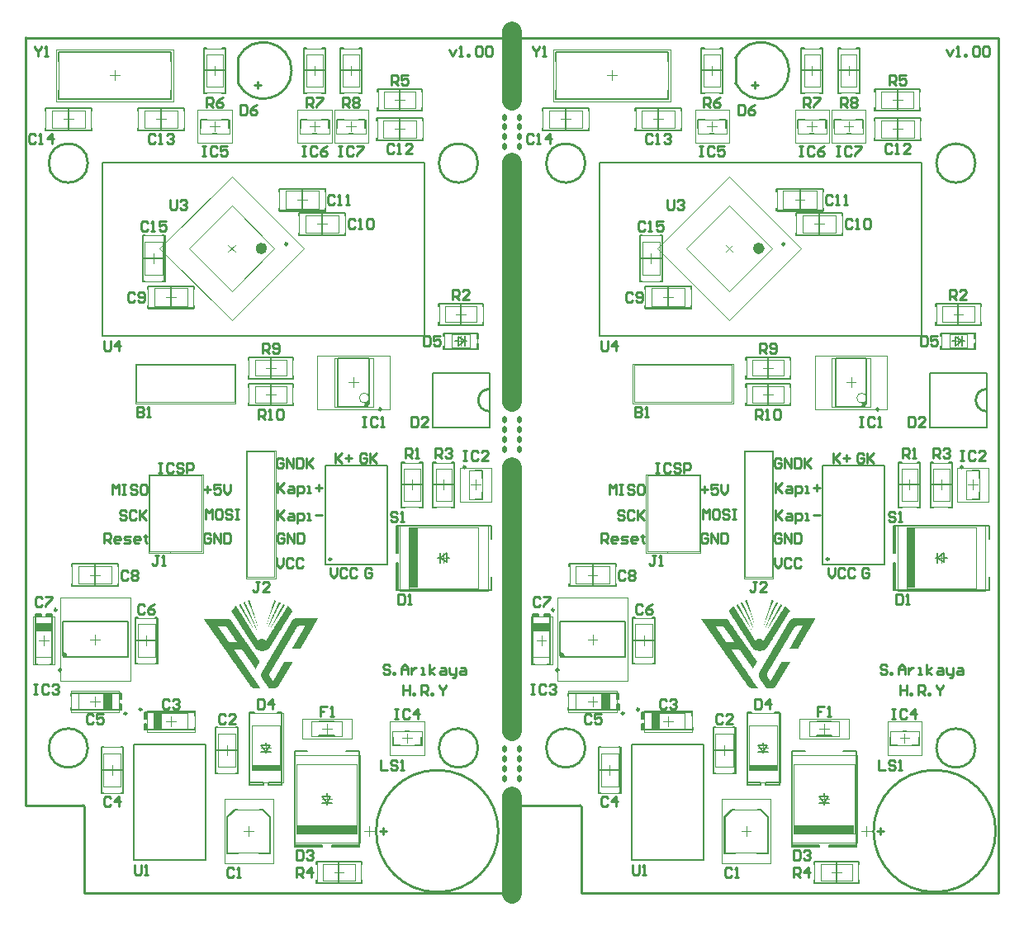
<source format=gto>
G04*
G04 #@! TF.GenerationSoftware,Altium Limited,Altium Designer,21.3.2 (30)*
G04*
G04 Layer_Color=65535*
%FSLAX25Y25*%
%MOIN*%
G70*
G04*
G04 #@! TF.SameCoordinates,2132C70D-00E6-48B3-8683-B54ED86332B3*
G04*
G04*
G04 #@! TF.FilePolarity,Positive*
G04*
G01*
G75*
%ADD36C,0.01000*%
%ADD38C,0.00394*%
%ADD39C,0.00787*%
%ADD40C,0.07874*%
%ADD41C,0.01968*%
%ADD42R,0.03307X0.06692*%
%ADD43R,0.06692X0.03307*%
%ADD44R,0.03765X0.24488*%
%ADD45R,0.24488X0.03765*%
%ADD46R,0.11496X0.02436*%
%ADD47R,0.24488X0.03765*%
%ADD48C,0.00197*%
%ADD61C,0.00984*%
%ADD62C,0.02362*%
%ADD63C,0.00591*%
%ADD64R,0.00591X0.02362*%
%ADD65R,0.02362X0.00591*%
%ADD66R,0.02362X0.00591*%
G36*
X338779Y196850D02*
X337992D01*
Y197242D01*
X338292Y197966D01*
X338846Y198519D01*
X339569Y198819D01*
X339961D01*
X338779Y196850D01*
D02*
G37*
G36*
X137992D02*
X137205D01*
Y197242D01*
X137504Y197966D01*
X138058Y198519D01*
X138782Y198819D01*
X139173D01*
X137992Y196850D01*
D02*
G37*
G36*
X301772Y118769D02*
X301926D01*
Y118692D01*
X302080D01*
Y118615D01*
X302234D01*
Y118538D01*
X302465D01*
Y118461D01*
X302542D01*
Y118384D01*
X302388D01*
Y118307D01*
Y118230D01*
Y118153D01*
X302311D01*
Y118076D01*
X302234D01*
Y117999D01*
Y117922D01*
Y117845D01*
X302157D01*
Y117768D01*
X302080D01*
Y117691D01*
Y117614D01*
X302003D01*
Y117537D01*
Y117460D01*
X301926D01*
Y117383D01*
Y117306D01*
X301849D01*
Y117229D01*
Y117152D01*
Y117075D01*
X301772D01*
Y116998D01*
X301695D01*
Y116921D01*
Y116844D01*
Y116767D01*
X301618D01*
Y116690D01*
Y116613D01*
X301541D01*
Y116536D01*
X301464D01*
Y116459D01*
Y116382D01*
Y116305D01*
Y116227D01*
X301386D01*
Y116150D01*
Y116073D01*
X301309D01*
Y115996D01*
Y115919D01*
Y115842D01*
X301233D01*
Y115765D01*
Y115688D01*
X301155D01*
Y115611D01*
Y115534D01*
Y115457D01*
X301078D01*
Y115380D01*
X301001D01*
Y115303D01*
Y115226D01*
Y115149D01*
Y115072D01*
X300924D01*
Y114995D01*
Y114918D01*
X300847D01*
Y114841D01*
X300770D01*
Y114764D01*
Y114687D01*
Y114610D01*
Y114533D01*
X300693D01*
Y114456D01*
Y114379D01*
X300616D01*
Y114302D01*
Y114225D01*
Y114148D01*
X300539D01*
Y114071D01*
Y113994D01*
Y113917D01*
X300462D01*
Y113840D01*
Y113762D01*
Y113686D01*
X300385D01*
Y113609D01*
X300308D01*
Y113531D01*
Y113454D01*
Y113377D01*
X300231D01*
Y113300D01*
Y113223D01*
Y113146D01*
X300154D01*
Y113069D01*
Y112992D01*
X300077D01*
Y112915D01*
Y112838D01*
Y112761D01*
Y112684D01*
X300000D01*
Y112607D01*
Y112530D01*
X299923D01*
Y112453D01*
Y112376D01*
Y112299D01*
Y112222D01*
X299846D01*
Y112145D01*
X299769D01*
Y112068D01*
Y111991D01*
Y111914D01*
Y111837D01*
X299692D01*
Y111760D01*
Y111683D01*
Y111606D01*
X299615D01*
Y111529D01*
X299538D01*
Y111452D01*
Y111375D01*
Y111298D01*
Y111221D01*
X299461D01*
Y111144D01*
Y111066D01*
X299384D01*
Y110989D01*
Y110912D01*
Y110835D01*
Y110758D01*
X299307D01*
Y110681D01*
Y110604D01*
X299230D01*
Y110527D01*
Y110450D01*
Y110373D01*
Y110296D01*
X299153D01*
Y110219D01*
X299076D01*
Y110142D01*
Y110065D01*
X298999D01*
Y110142D01*
X298922D01*
Y110219D01*
X298999D01*
Y110296D01*
Y110373D01*
X299076D01*
Y110450D01*
Y110527D01*
Y110604D01*
X299153D01*
Y110681D01*
Y110758D01*
Y110835D01*
Y110912D01*
X299230D01*
Y110989D01*
Y111066D01*
Y111144D01*
X299307D01*
Y111221D01*
Y111298D01*
Y111375D01*
Y111452D01*
Y111529D01*
X299384D01*
Y111606D01*
Y111683D01*
X299461D01*
Y111760D01*
Y111837D01*
X299538D01*
Y111914D01*
X299461D01*
Y111991D01*
X299538D01*
Y112068D01*
Y112145D01*
Y112222D01*
X299615D01*
Y112299D01*
Y112376D01*
X299692D01*
Y112453D01*
Y112530D01*
Y112607D01*
Y112684D01*
X299769D01*
Y112761D01*
Y112838D01*
Y112915D01*
X299846D01*
Y112992D01*
Y113069D01*
Y113146D01*
Y113223D01*
X299923D01*
Y113300D01*
Y113377D01*
X300000D01*
Y113454D01*
Y113531D01*
Y113609D01*
Y113686D01*
Y113762D01*
X300077D01*
Y113840D01*
Y113917D01*
X300154D01*
Y113994D01*
Y114071D01*
X300231D01*
Y114148D01*
Y114225D01*
Y114302D01*
Y114379D01*
X300308D01*
Y114456D01*
Y114533D01*
Y114610D01*
X300385D01*
Y114687D01*
Y114764D01*
Y114841D01*
Y114918D01*
X300462D01*
Y114995D01*
Y115072D01*
X300539D01*
Y115149D01*
Y115226D01*
Y115303D01*
Y115380D01*
X300616D01*
Y115457D01*
Y115534D01*
X300693D01*
Y115611D01*
Y115688D01*
Y115765D01*
X300770D01*
Y115842D01*
X300693D01*
Y115919D01*
X300770D01*
Y115996D01*
Y116073D01*
X300847D01*
Y116150D01*
Y116227D01*
Y116305D01*
X300924D01*
Y116382D01*
Y116459D01*
Y116536D01*
Y116613D01*
X301001D01*
Y116690D01*
Y116767D01*
X301078D01*
Y116844D01*
Y116921D01*
Y116998D01*
Y117075D01*
X301155D01*
Y117152D01*
Y117229D01*
X301233D01*
Y117306D01*
Y117383D01*
Y117460D01*
Y117537D01*
X301309D01*
Y117614D01*
Y117691D01*
X301386D01*
Y117768D01*
Y117845D01*
X301464D01*
Y117922D01*
Y117999D01*
Y118076D01*
Y118153D01*
Y118230D01*
X301541D01*
Y118307D01*
Y118384D01*
X301618D01*
Y118461D01*
Y118538D01*
Y118615D01*
Y118692D01*
X301695D01*
Y118769D01*
Y118846D01*
X301772D01*
Y118769D01*
D02*
G37*
G36*
X100984D02*
X101138D01*
Y118692D01*
X101292D01*
Y118615D01*
X101446D01*
Y118538D01*
X101678D01*
Y118461D01*
X101755D01*
Y118384D01*
X101601D01*
Y118307D01*
Y118230D01*
Y118153D01*
X101523D01*
Y118076D01*
X101446D01*
Y117999D01*
Y117922D01*
Y117845D01*
X101369D01*
Y117768D01*
X101292D01*
Y117691D01*
Y117614D01*
X101215D01*
Y117537D01*
Y117460D01*
X101138D01*
Y117383D01*
Y117306D01*
X101061D01*
Y117229D01*
Y117152D01*
Y117075D01*
X100984D01*
Y116998D01*
X100907D01*
Y116921D01*
Y116844D01*
Y116767D01*
X100830D01*
Y116690D01*
Y116613D01*
X100753D01*
Y116536D01*
X100676D01*
Y116459D01*
Y116382D01*
Y116305D01*
Y116227D01*
X100599D01*
Y116150D01*
Y116073D01*
X100522D01*
Y115996D01*
Y115919D01*
Y115842D01*
X100445D01*
Y115765D01*
Y115688D01*
X100368D01*
Y115611D01*
Y115534D01*
Y115457D01*
X100291D01*
Y115380D01*
X100214D01*
Y115303D01*
Y115226D01*
Y115149D01*
Y115072D01*
X100137D01*
Y114995D01*
Y114918D01*
X100060D01*
Y114841D01*
X99983D01*
Y114764D01*
Y114687D01*
Y114610D01*
Y114533D01*
X99906D01*
Y114456D01*
Y114379D01*
X99829D01*
Y114302D01*
Y114225D01*
Y114148D01*
X99752D01*
Y114071D01*
Y113994D01*
Y113917D01*
X99675D01*
Y113840D01*
Y113762D01*
Y113686D01*
X99598D01*
Y113609D01*
X99521D01*
Y113531D01*
Y113454D01*
Y113377D01*
X99444D01*
Y113300D01*
Y113223D01*
Y113146D01*
X99367D01*
Y113069D01*
Y112992D01*
X99290D01*
Y112915D01*
Y112838D01*
Y112761D01*
Y112684D01*
X99213D01*
Y112607D01*
Y112530D01*
X99136D01*
Y112453D01*
Y112376D01*
Y112299D01*
Y112222D01*
X99059D01*
Y112145D01*
X98981D01*
Y112068D01*
Y111991D01*
Y111914D01*
Y111837D01*
X98905D01*
Y111760D01*
Y111683D01*
Y111606D01*
X98827D01*
Y111529D01*
X98750D01*
Y111452D01*
Y111375D01*
Y111298D01*
Y111221D01*
X98673D01*
Y111144D01*
Y111066D01*
X98596D01*
Y110989D01*
Y110912D01*
Y110835D01*
Y110758D01*
X98519D01*
Y110681D01*
Y110604D01*
X98442D01*
Y110527D01*
Y110450D01*
Y110373D01*
Y110296D01*
X98365D01*
Y110219D01*
X98288D01*
Y110142D01*
Y110065D01*
X98211D01*
Y110142D01*
X98134D01*
Y110219D01*
X98211D01*
Y110296D01*
Y110373D01*
X98288D01*
Y110450D01*
Y110527D01*
Y110604D01*
X98365D01*
Y110681D01*
Y110758D01*
Y110835D01*
Y110912D01*
X98442D01*
Y110989D01*
Y111066D01*
Y111144D01*
X98519D01*
Y111221D01*
Y111298D01*
Y111375D01*
Y111452D01*
Y111529D01*
X98596D01*
Y111606D01*
Y111683D01*
X98673D01*
Y111760D01*
Y111837D01*
X98750D01*
Y111914D01*
X98673D01*
Y111991D01*
X98750D01*
Y112068D01*
Y112145D01*
Y112222D01*
X98827D01*
Y112299D01*
Y112376D01*
X98905D01*
Y112453D01*
Y112530D01*
Y112607D01*
Y112684D01*
X98981D01*
Y112761D01*
Y112838D01*
Y112915D01*
X99059D01*
Y112992D01*
Y113069D01*
Y113146D01*
Y113223D01*
X99136D01*
Y113300D01*
Y113377D01*
X99213D01*
Y113454D01*
Y113531D01*
Y113609D01*
Y113686D01*
Y113762D01*
X99290D01*
Y113840D01*
Y113917D01*
X99367D01*
Y113994D01*
Y114071D01*
X99444D01*
Y114148D01*
Y114225D01*
Y114302D01*
Y114379D01*
X99521D01*
Y114456D01*
Y114533D01*
Y114610D01*
X99598D01*
Y114687D01*
Y114764D01*
Y114841D01*
Y114918D01*
X99675D01*
Y114995D01*
Y115072D01*
X99752D01*
Y115149D01*
Y115226D01*
Y115303D01*
Y115380D01*
X99829D01*
Y115457D01*
Y115534D01*
X99906D01*
Y115611D01*
Y115688D01*
Y115765D01*
X99983D01*
Y115842D01*
X99906D01*
Y115919D01*
X99983D01*
Y115996D01*
Y116073D01*
X100060D01*
Y116150D01*
Y116227D01*
Y116305D01*
X100137D01*
Y116382D01*
Y116459D01*
Y116536D01*
Y116613D01*
X100214D01*
Y116690D01*
Y116767D01*
X100291D01*
Y116844D01*
Y116921D01*
Y116998D01*
Y117075D01*
X100368D01*
Y117152D01*
Y117229D01*
X100445D01*
Y117306D01*
Y117383D01*
Y117460D01*
Y117537D01*
X100522D01*
Y117614D01*
Y117691D01*
X100599D01*
Y117768D01*
Y117845D01*
X100676D01*
Y117922D01*
Y117999D01*
Y118076D01*
Y118153D01*
Y118230D01*
X100753D01*
Y118307D01*
Y118384D01*
X100830D01*
Y118461D01*
Y118538D01*
Y118615D01*
Y118692D01*
X100907D01*
Y118769D01*
Y118846D01*
X100984D01*
Y118769D01*
D02*
G37*
G36*
X298999Y109911D02*
Y109834D01*
Y109757D01*
Y109680D01*
X298922D01*
Y109603D01*
Y109526D01*
X298845D01*
Y109449D01*
Y109372D01*
Y109295D01*
Y109218D01*
X298767D01*
Y109295D01*
Y109372D01*
Y109449D01*
Y109526D01*
Y109603D01*
X298845D01*
Y109680D01*
Y109757D01*
Y109834D01*
X298922D01*
Y109911D01*
Y109988D01*
X298999D01*
Y109911D01*
D02*
G37*
G36*
X98211D02*
Y109834D01*
Y109757D01*
Y109680D01*
X98134D01*
Y109603D01*
Y109526D01*
X98057D01*
Y109449D01*
Y109372D01*
Y109295D01*
Y109218D01*
X97980D01*
Y109295D01*
Y109372D01*
Y109449D01*
Y109526D01*
Y109603D01*
X98057D01*
Y109680D01*
Y109757D01*
Y109834D01*
X98134D01*
Y109911D01*
Y109988D01*
X98211D01*
Y109911D01*
D02*
G37*
G36*
X291681Y118692D02*
Y118615D01*
Y118538D01*
X291758D01*
Y118461D01*
Y118384D01*
X291835D01*
Y118307D01*
Y118230D01*
Y118153D01*
Y118076D01*
Y117999D01*
X291912D01*
Y117922D01*
Y117845D01*
X291989D01*
Y117768D01*
Y117691D01*
Y117614D01*
Y117537D01*
X292066D01*
Y117460D01*
Y117383D01*
X292143D01*
Y117306D01*
Y117229D01*
X292220D01*
Y117152D01*
X292143D01*
Y117075D01*
X292220D01*
Y116998D01*
Y116921D01*
X292297D01*
Y116844D01*
Y116767D01*
X292374D01*
Y116690D01*
Y116613D01*
Y116536D01*
Y116459D01*
X292451D01*
Y116382D01*
Y116305D01*
Y116227D01*
X292528D01*
Y116150D01*
Y116073D01*
Y115996D01*
Y115919D01*
X292605D01*
Y115842D01*
Y115765D01*
X292682D01*
Y115688D01*
Y115611D01*
Y115534D01*
Y115457D01*
Y115380D01*
X292759D01*
Y115303D01*
Y115226D01*
X292836D01*
Y115149D01*
Y115072D01*
X292913D01*
Y114995D01*
X292836D01*
Y114918D01*
X292913D01*
Y114841D01*
Y114764D01*
X292990D01*
Y114687D01*
Y114610D01*
X293067D01*
Y114533D01*
Y114456D01*
Y114379D01*
Y114302D01*
Y114225D01*
X293144D01*
Y114148D01*
Y114071D01*
X293221D01*
Y113994D01*
Y113917D01*
Y113840D01*
Y113762D01*
X293299D01*
Y113686D01*
Y113609D01*
X293375D01*
Y113531D01*
Y113454D01*
Y113377D01*
X293453D01*
Y113300D01*
X293375D01*
Y113223D01*
X293453D01*
Y113146D01*
Y113069D01*
X293530D01*
Y112992D01*
Y112915D01*
X293607D01*
Y112838D01*
Y112761D01*
Y112684D01*
Y112607D01*
Y112530D01*
X293684D01*
Y112453D01*
Y112376D01*
X293761D01*
Y112299D01*
Y112222D01*
Y112145D01*
Y112068D01*
Y111991D01*
X293838D01*
Y111914D01*
Y111837D01*
X293915D01*
Y111760D01*
Y111683D01*
Y111606D01*
Y111529D01*
X293992D01*
Y111452D01*
Y111375D01*
Y111298D01*
X294069D01*
Y111221D01*
Y111144D01*
X294146D01*
Y111066D01*
X294069D01*
Y110989D01*
Y110912D01*
X294146D01*
Y110835D01*
Y110758D01*
X294223D01*
Y110681D01*
Y110604D01*
X294300D01*
Y110527D01*
Y110450D01*
Y110373D01*
Y110296D01*
Y110219D01*
X294377D01*
Y110142D01*
Y110065D01*
Y109988D01*
X294454D01*
Y109911D01*
Y109834D01*
Y109757D01*
Y109680D01*
Y109603D01*
X294531D01*
Y109526D01*
Y109449D01*
X294608D01*
Y109372D01*
Y109295D01*
Y109218D01*
Y109141D01*
X294531D01*
Y109218D01*
Y109295D01*
Y109372D01*
X294454D01*
Y109449D01*
Y109526D01*
X294377D01*
Y109603D01*
Y109680D01*
Y109757D01*
Y109834D01*
Y109911D01*
X294300D01*
Y109988D01*
Y110065D01*
X294223D01*
Y110142D01*
Y110219D01*
Y110296D01*
X294146D01*
Y110373D01*
Y110450D01*
X294069D01*
Y110527D01*
Y110604D01*
Y110681D01*
Y110758D01*
X293992D01*
Y110835D01*
Y110912D01*
X293915D01*
Y110989D01*
Y111066D01*
X293838D01*
Y111144D01*
X293915D01*
Y111221D01*
X293838D01*
Y111298D01*
Y111375D01*
X293761D01*
Y111452D01*
Y111529D01*
X293684D01*
Y111606D01*
Y111683D01*
Y111760D01*
Y111837D01*
X293607D01*
Y111914D01*
Y111991D01*
X293530D01*
Y112068D01*
Y112145D01*
Y112222D01*
X293453D01*
Y112299D01*
Y112376D01*
X293375D01*
Y112453D01*
Y112530D01*
Y112607D01*
Y112684D01*
X293299D01*
Y112761D01*
Y112838D01*
X293221D01*
Y112915D01*
Y112992D01*
X293144D01*
Y113069D01*
Y113146D01*
Y113223D01*
X293067D01*
Y113300D01*
Y113377D01*
X292990D01*
Y113454D01*
Y113531D01*
Y113609D01*
Y113686D01*
X292913D01*
Y113762D01*
Y113840D01*
X292836D01*
Y113917D01*
Y113994D01*
Y114071D01*
X292759D01*
Y114148D01*
Y114225D01*
X292682D01*
Y114302D01*
Y114379D01*
X292605D01*
Y114456D01*
X292682D01*
Y114533D01*
X292605D01*
Y114610D01*
X292528D01*
Y114687D01*
Y114764D01*
Y114841D01*
X292451D01*
Y114918D01*
Y114995D01*
Y115072D01*
X292374D01*
Y115149D01*
X292297D01*
Y115226D01*
Y115303D01*
Y115380D01*
Y115457D01*
X292220D01*
Y115534D01*
Y115611D01*
X292143D01*
Y115688D01*
Y115765D01*
Y115842D01*
X292066D01*
Y115919D01*
Y115996D01*
X291989D01*
Y116073D01*
X291912D01*
Y116150D01*
Y116227D01*
Y116305D01*
Y116382D01*
X291835D01*
Y116459D01*
X291758D01*
Y116536D01*
Y116613D01*
Y116690D01*
Y116767D01*
X291681D01*
Y116844D01*
X291604D01*
Y116921D01*
Y116998D01*
Y117075D01*
X291527D01*
Y117152D01*
Y117229D01*
X291450D01*
Y117306D01*
X291373D01*
Y117383D01*
Y117460D01*
Y117537D01*
X291296D01*
Y117614D01*
X291219D01*
Y117691D01*
Y117768D01*
Y117845D01*
X291142D01*
Y117922D01*
Y117999D01*
X291065D01*
Y118076D01*
Y118153D01*
X290988D01*
Y118230D01*
Y118307D01*
X290911D01*
Y118384D01*
X290833D01*
Y118461D01*
X290911D01*
Y118538D01*
X291142D01*
Y118615D01*
X291296D01*
Y118692D01*
X291450D01*
Y118769D01*
X291681D01*
Y118692D01*
D02*
G37*
G36*
X90893D02*
Y118615D01*
Y118538D01*
X90970D01*
Y118461D01*
Y118384D01*
X91048D01*
Y118307D01*
Y118230D01*
Y118153D01*
Y118076D01*
Y117999D01*
X91124D01*
Y117922D01*
Y117845D01*
X91202D01*
Y117768D01*
Y117691D01*
Y117614D01*
Y117537D01*
X91279D01*
Y117460D01*
Y117383D01*
X91356D01*
Y117306D01*
Y117229D01*
X91433D01*
Y117152D01*
X91356D01*
Y117075D01*
X91433D01*
Y116998D01*
Y116921D01*
X91510D01*
Y116844D01*
Y116767D01*
X91587D01*
Y116690D01*
Y116613D01*
Y116536D01*
Y116459D01*
X91664D01*
Y116382D01*
Y116305D01*
Y116227D01*
X91741D01*
Y116150D01*
Y116073D01*
Y115996D01*
Y115919D01*
X91818D01*
Y115842D01*
Y115765D01*
X91895D01*
Y115688D01*
Y115611D01*
Y115534D01*
Y115457D01*
Y115380D01*
X91972D01*
Y115303D01*
Y115226D01*
X92049D01*
Y115149D01*
Y115072D01*
X92126D01*
Y114995D01*
X92049D01*
Y114918D01*
X92126D01*
Y114841D01*
Y114764D01*
X92203D01*
Y114687D01*
Y114610D01*
X92280D01*
Y114533D01*
Y114456D01*
Y114379D01*
Y114302D01*
Y114225D01*
X92357D01*
Y114148D01*
Y114071D01*
X92434D01*
Y113994D01*
Y113917D01*
Y113840D01*
Y113762D01*
X92511D01*
Y113686D01*
Y113609D01*
X92588D01*
Y113531D01*
Y113454D01*
Y113377D01*
X92665D01*
Y113300D01*
X92588D01*
Y113223D01*
X92665D01*
Y113146D01*
Y113069D01*
X92742D01*
Y112992D01*
Y112915D01*
X92819D01*
Y112838D01*
Y112761D01*
Y112684D01*
Y112607D01*
Y112530D01*
X92896D01*
Y112453D01*
Y112376D01*
X92973D01*
Y112299D01*
Y112222D01*
Y112145D01*
Y112068D01*
Y111991D01*
X93050D01*
Y111914D01*
Y111837D01*
X93127D01*
Y111760D01*
Y111683D01*
Y111606D01*
Y111529D01*
X93204D01*
Y111452D01*
Y111375D01*
Y111298D01*
X93281D01*
Y111221D01*
Y111144D01*
X93358D01*
Y111066D01*
X93281D01*
Y110989D01*
Y110912D01*
X93358D01*
Y110835D01*
Y110758D01*
X93435D01*
Y110681D01*
Y110604D01*
X93512D01*
Y110527D01*
Y110450D01*
Y110373D01*
Y110296D01*
Y110219D01*
X93590D01*
Y110142D01*
Y110065D01*
Y109988D01*
X93666D01*
Y109911D01*
Y109834D01*
Y109757D01*
Y109680D01*
Y109603D01*
X93743D01*
Y109526D01*
Y109449D01*
X93821D01*
Y109372D01*
Y109295D01*
Y109218D01*
Y109141D01*
X93743D01*
Y109218D01*
Y109295D01*
Y109372D01*
X93666D01*
Y109449D01*
Y109526D01*
X93590D01*
Y109603D01*
Y109680D01*
Y109757D01*
Y109834D01*
Y109911D01*
X93512D01*
Y109988D01*
Y110065D01*
X93435D01*
Y110142D01*
Y110219D01*
Y110296D01*
X93358D01*
Y110373D01*
Y110450D01*
X93281D01*
Y110527D01*
Y110604D01*
Y110681D01*
Y110758D01*
X93204D01*
Y110835D01*
Y110912D01*
X93127D01*
Y110989D01*
Y111066D01*
X93050D01*
Y111144D01*
X93127D01*
Y111221D01*
X93050D01*
Y111298D01*
Y111375D01*
X92973D01*
Y111452D01*
Y111529D01*
X92896D01*
Y111606D01*
Y111683D01*
Y111760D01*
Y111837D01*
X92819D01*
Y111914D01*
Y111991D01*
X92742D01*
Y112068D01*
Y112145D01*
Y112222D01*
X92665D01*
Y112299D01*
Y112376D01*
X92588D01*
Y112453D01*
Y112530D01*
Y112607D01*
Y112684D01*
X92511D01*
Y112761D01*
Y112838D01*
X92434D01*
Y112915D01*
Y112992D01*
X92357D01*
Y113069D01*
Y113146D01*
Y113223D01*
X92280D01*
Y113300D01*
Y113377D01*
X92203D01*
Y113454D01*
Y113531D01*
Y113609D01*
Y113686D01*
X92126D01*
Y113762D01*
Y113840D01*
X92049D01*
Y113917D01*
Y113994D01*
Y114071D01*
X91972D01*
Y114148D01*
Y114225D01*
X91895D01*
Y114302D01*
Y114379D01*
X91818D01*
Y114456D01*
X91895D01*
Y114533D01*
X91818D01*
Y114610D01*
X91741D01*
Y114687D01*
Y114764D01*
Y114841D01*
X91664D01*
Y114918D01*
Y114995D01*
Y115072D01*
X91587D01*
Y115149D01*
X91510D01*
Y115226D01*
Y115303D01*
Y115380D01*
Y115457D01*
X91433D01*
Y115534D01*
Y115611D01*
X91356D01*
Y115688D01*
Y115765D01*
Y115842D01*
X91279D01*
Y115919D01*
Y115996D01*
X91202D01*
Y116073D01*
X91124D01*
Y116150D01*
Y116227D01*
Y116305D01*
Y116382D01*
X91048D01*
Y116459D01*
X90970D01*
Y116536D01*
Y116613D01*
Y116690D01*
Y116767D01*
X90893D01*
Y116844D01*
X90816D01*
Y116921D01*
Y116998D01*
Y117075D01*
X90739D01*
Y117152D01*
Y117229D01*
X90662D01*
Y117306D01*
X90585D01*
Y117383D01*
Y117460D01*
Y117537D01*
X90508D01*
Y117614D01*
X90431D01*
Y117691D01*
Y117768D01*
Y117845D01*
X90354D01*
Y117922D01*
Y117999D01*
X90277D01*
Y118076D01*
Y118153D01*
X90200D01*
Y118230D01*
Y118307D01*
X90123D01*
Y118384D01*
X90046D01*
Y118461D01*
X90123D01*
Y118538D01*
X90354D01*
Y118615D01*
X90508D01*
Y118692D01*
X90662D01*
Y118769D01*
X90893D01*
Y118692D01*
D02*
G37*
G36*
X298691Y108987D02*
Y108910D01*
Y108833D01*
X298614D01*
Y108910D01*
Y108987D01*
Y109064D01*
X298691D01*
Y108987D01*
D02*
G37*
G36*
X97903D02*
Y108910D01*
Y108833D01*
X97826D01*
Y108910D01*
Y108987D01*
Y109064D01*
X97903D01*
Y108987D01*
D02*
G37*
G36*
X294839Y108602D02*
Y108525D01*
Y108448D01*
X294762D01*
Y108525D01*
Y108602D01*
Y108679D01*
X294839D01*
Y108602D01*
D02*
G37*
G36*
X94052D02*
Y108525D01*
Y108448D01*
X93975D01*
Y108525D01*
Y108602D01*
Y108679D01*
X94052D01*
Y108602D01*
D02*
G37*
G36*
X298536Y108448D02*
Y108370D01*
Y108293D01*
X298459D01*
Y108370D01*
Y108448D01*
Y108525D01*
X298536D01*
Y108448D01*
D02*
G37*
G36*
X97749D02*
Y108370D01*
Y108293D01*
X97672D01*
Y108370D01*
Y108448D01*
Y108525D01*
X97749D01*
Y108448D01*
D02*
G37*
G36*
X298459Y108216D02*
Y108139D01*
X298382D01*
Y108216D01*
Y108293D01*
X298459D01*
Y108216D01*
D02*
G37*
G36*
X97672D02*
Y108139D01*
X97595D01*
Y108216D01*
Y108293D01*
X97672D01*
Y108216D01*
D02*
G37*
G36*
X305392Y117075D02*
X305469D01*
Y116998D01*
X305623D01*
Y116921D01*
X305777D01*
Y116844D01*
X305931D01*
Y116767D01*
X306008D01*
Y116690D01*
X305931D01*
Y116613D01*
X305854D01*
Y116536D01*
Y116459D01*
X305777D01*
Y116382D01*
X305700D01*
Y116305D01*
Y116227D01*
Y116150D01*
X305546D01*
Y116073D01*
Y115996D01*
Y115919D01*
X305469D01*
Y115842D01*
X305392D01*
Y115765D01*
Y115688D01*
X305315D01*
Y115611D01*
X305238D01*
Y115534D01*
Y115457D01*
X305161D01*
Y115380D01*
X305084D01*
Y115303D01*
Y115226D01*
X305007D01*
Y115149D01*
Y115072D01*
X304930D01*
Y114995D01*
Y114918D01*
X304853D01*
Y114841D01*
Y114764D01*
X304699D01*
Y114687D01*
Y114610D01*
Y114533D01*
X304622D01*
Y114456D01*
X304545D01*
Y114379D01*
X304468D01*
Y114302D01*
Y114225D01*
X304391D01*
Y114148D01*
Y114071D01*
X304314D01*
Y113994D01*
Y113917D01*
X304237D01*
Y113840D01*
X304160D01*
Y113762D01*
Y113686D01*
X304083D01*
Y113609D01*
Y113531D01*
X303928D01*
Y113454D01*
Y113377D01*
X303852D01*
Y113300D01*
Y113223D01*
X303774D01*
Y113146D01*
Y113069D01*
X303697D01*
Y112992D01*
X303620D01*
Y112915D01*
Y112838D01*
X303543D01*
Y112761D01*
Y112684D01*
X303466D01*
Y112607D01*
Y112530D01*
X303389D01*
Y112453D01*
X303312D01*
Y112376D01*
X303235D01*
Y112299D01*
Y112222D01*
Y112145D01*
X303081D01*
Y112068D01*
Y111991D01*
Y111914D01*
X303004D01*
Y111837D01*
X302927D01*
Y111760D01*
Y111683D01*
X302850D01*
Y111606D01*
X302773D01*
Y111529D01*
Y111452D01*
X302696D01*
Y111375D01*
Y111298D01*
X302619D01*
Y111221D01*
Y111144D01*
X302542D01*
Y111066D01*
X302465D01*
Y110989D01*
X302388D01*
Y110912D01*
Y110835D01*
Y110758D01*
X302234D01*
Y110681D01*
Y110604D01*
Y110527D01*
X302157D01*
Y110450D01*
X302080D01*
Y110373D01*
Y110296D01*
X302003D01*
Y110219D01*
X301926D01*
Y110142D01*
Y110065D01*
X301849D01*
Y109988D01*
Y109911D01*
X301772D01*
Y109834D01*
Y109757D01*
X301695D01*
Y109680D01*
X301618D01*
Y109603D01*
Y109526D01*
X301464D01*
Y109449D01*
X301541D01*
Y109372D01*
X301386D01*
Y109295D01*
Y109218D01*
X301309D01*
Y109141D01*
Y109064D01*
X301233D01*
Y108987D01*
X301155D01*
Y108910D01*
Y108833D01*
X301078D01*
Y108756D01*
Y108679D01*
X301001D01*
Y108602D01*
Y108525D01*
X300924D01*
Y108448D01*
Y108370D01*
X300770D01*
Y108293D01*
Y108216D01*
Y108139D01*
X300616D01*
Y108062D01*
Y107985D01*
Y107908D01*
X300539D01*
Y107831D01*
X300462D01*
Y107754D01*
Y107677D01*
X300385D01*
Y107600D01*
X300308D01*
Y107677D01*
Y107754D01*
X300385D01*
Y107831D01*
Y107908D01*
Y107985D01*
X300462D01*
Y108062D01*
X300539D01*
Y108139D01*
Y108216D01*
Y108293D01*
X300616D01*
Y108370D01*
X300693D01*
Y108448D01*
Y108525D01*
Y108602D01*
X300770D01*
Y108679D01*
X300847D01*
Y108756D01*
X300924D01*
Y108833D01*
Y108910D01*
Y108987D01*
X301001D01*
Y109064D01*
X301078D01*
Y109141D01*
Y109218D01*
Y109295D01*
X301155D01*
Y109372D01*
X301233D01*
Y109449D01*
Y109526D01*
Y109603D01*
X301309D01*
Y109680D01*
Y109757D01*
X301386D01*
Y109834D01*
Y109911D01*
X301464D01*
Y109988D01*
Y110065D01*
X301541D01*
Y110142D01*
X301618D01*
Y110219D01*
Y110296D01*
Y110373D01*
X301695D01*
Y110450D01*
X301772D01*
Y110527D01*
Y110604D01*
X301849D01*
Y110681D01*
Y110758D01*
X301926D01*
Y110835D01*
Y110912D01*
Y110989D01*
X302003D01*
Y111066D01*
X302080D01*
Y111144D01*
X302157D01*
Y111221D01*
Y111298D01*
Y111375D01*
X302234D01*
Y111452D01*
Y111529D01*
X302311D01*
Y111606D01*
Y111683D01*
X302388D01*
Y111760D01*
Y111837D01*
X302465D01*
Y111914D01*
Y111991D01*
X302542D01*
Y112068D01*
X302619D01*
Y112145D01*
Y112222D01*
Y112299D01*
X302696D01*
Y112376D01*
X302773D01*
Y112453D01*
Y112530D01*
X302850D01*
Y112607D01*
Y112684D01*
Y112761D01*
X302927D01*
Y112838D01*
X303004D01*
Y112915D01*
Y112992D01*
X303081D01*
Y113069D01*
X303158D01*
Y113146D01*
Y113223D01*
Y113300D01*
X303235D01*
Y113377D01*
Y113454D01*
X303312D01*
Y113531D01*
X303389D01*
Y113609D01*
Y113686D01*
Y113762D01*
X303466D01*
Y113840D01*
X303543D01*
Y113917D01*
Y113994D01*
X303620D01*
Y114071D01*
Y114148D01*
X303697D01*
Y114225D01*
Y114302D01*
X303774D01*
Y114379D01*
Y114456D01*
X303852D01*
Y114533D01*
X303928D01*
Y114610D01*
X303852D01*
Y114687D01*
X304006D01*
Y114764D01*
Y114841D01*
X304083D01*
Y114918D01*
Y114995D01*
X304160D01*
Y115072D01*
Y115149D01*
X304237D01*
Y115226D01*
Y115303D01*
Y115380D01*
X304391D01*
Y115457D01*
Y115534D01*
Y115611D01*
X304468D01*
Y115688D01*
Y115765D01*
X304545D01*
Y115842D01*
X304622D01*
Y115919D01*
Y115996D01*
Y116073D01*
X304776D01*
Y116150D01*
Y116227D01*
Y116305D01*
X304853D01*
Y116382D01*
Y116459D01*
X304930D01*
Y116536D01*
Y116613D01*
X305007D01*
Y116690D01*
Y116767D01*
X305084D01*
Y116844D01*
Y116921D01*
X305161D01*
Y116998D01*
X305238D01*
Y117075D01*
Y117152D01*
X305392D01*
Y117075D01*
D02*
G37*
G36*
X104605D02*
X104682D01*
Y116998D01*
X104836D01*
Y116921D01*
X104990D01*
Y116844D01*
X105144D01*
Y116767D01*
X105221D01*
Y116690D01*
X105144D01*
Y116613D01*
X105067D01*
Y116536D01*
Y116459D01*
X104990D01*
Y116382D01*
X104913D01*
Y116305D01*
Y116227D01*
Y116150D01*
X104759D01*
Y116073D01*
Y115996D01*
Y115919D01*
X104682D01*
Y115842D01*
X104605D01*
Y115765D01*
Y115688D01*
X104528D01*
Y115611D01*
X104451D01*
Y115534D01*
Y115457D01*
X104374D01*
Y115380D01*
X104297D01*
Y115303D01*
Y115226D01*
X104219D01*
Y115149D01*
Y115072D01*
X104142D01*
Y114995D01*
Y114918D01*
X104066D01*
Y114841D01*
Y114764D01*
X103911D01*
Y114687D01*
Y114610D01*
Y114533D01*
X103834D01*
Y114456D01*
X103757D01*
Y114379D01*
X103680D01*
Y114302D01*
Y114225D01*
X103603D01*
Y114148D01*
Y114071D01*
X103526D01*
Y113994D01*
Y113917D01*
X103449D01*
Y113840D01*
X103372D01*
Y113762D01*
Y113686D01*
X103295D01*
Y113609D01*
Y113531D01*
X103141D01*
Y113454D01*
Y113377D01*
X103064D01*
Y113300D01*
Y113223D01*
X102987D01*
Y113146D01*
Y113069D01*
X102910D01*
Y112992D01*
X102833D01*
Y112915D01*
Y112838D01*
X102756D01*
Y112761D01*
Y112684D01*
X102679D01*
Y112607D01*
Y112530D01*
X102602D01*
Y112453D01*
X102525D01*
Y112376D01*
X102448D01*
Y112299D01*
Y112222D01*
Y112145D01*
X102294D01*
Y112068D01*
Y111991D01*
Y111914D01*
X102217D01*
Y111837D01*
X102140D01*
Y111760D01*
Y111683D01*
X102063D01*
Y111606D01*
X101986D01*
Y111529D01*
Y111452D01*
X101909D01*
Y111375D01*
Y111298D01*
X101832D01*
Y111221D01*
Y111144D01*
X101755D01*
Y111066D01*
X101678D01*
Y110989D01*
X101601D01*
Y110912D01*
Y110835D01*
Y110758D01*
X101446D01*
Y110681D01*
Y110604D01*
Y110527D01*
X101369D01*
Y110450D01*
X101292D01*
Y110373D01*
Y110296D01*
X101215D01*
Y110219D01*
X101138D01*
Y110142D01*
Y110065D01*
X101061D01*
Y109988D01*
Y109911D01*
X100984D01*
Y109834D01*
Y109757D01*
X100907D01*
Y109680D01*
X100830D01*
Y109603D01*
Y109526D01*
X100676D01*
Y109449D01*
X100753D01*
Y109372D01*
X100599D01*
Y109295D01*
Y109218D01*
X100522D01*
Y109141D01*
Y109064D01*
X100445D01*
Y108987D01*
X100368D01*
Y108910D01*
Y108833D01*
X100291D01*
Y108756D01*
Y108679D01*
X100214D01*
Y108602D01*
Y108525D01*
X100137D01*
Y108448D01*
Y108370D01*
X99983D01*
Y108293D01*
Y108216D01*
Y108139D01*
X99829D01*
Y108062D01*
Y107985D01*
Y107908D01*
X99752D01*
Y107831D01*
X99675D01*
Y107754D01*
Y107677D01*
X99598D01*
Y107600D01*
X99521D01*
Y107677D01*
Y107754D01*
X99598D01*
Y107831D01*
Y107908D01*
Y107985D01*
X99675D01*
Y108062D01*
X99752D01*
Y108139D01*
Y108216D01*
Y108293D01*
X99829D01*
Y108370D01*
X99906D01*
Y108448D01*
Y108525D01*
Y108602D01*
X99983D01*
Y108679D01*
X100060D01*
Y108756D01*
X100137D01*
Y108833D01*
Y108910D01*
Y108987D01*
X100214D01*
Y109064D01*
X100291D01*
Y109141D01*
Y109218D01*
Y109295D01*
X100368D01*
Y109372D01*
X100445D01*
Y109449D01*
Y109526D01*
Y109603D01*
X100522D01*
Y109680D01*
Y109757D01*
X100599D01*
Y109834D01*
Y109911D01*
X100676D01*
Y109988D01*
Y110065D01*
X100753D01*
Y110142D01*
X100830D01*
Y110219D01*
Y110296D01*
Y110373D01*
X100907D01*
Y110450D01*
X100984D01*
Y110527D01*
Y110604D01*
X101061D01*
Y110681D01*
Y110758D01*
X101138D01*
Y110835D01*
Y110912D01*
Y110989D01*
X101215D01*
Y111066D01*
X101292D01*
Y111144D01*
X101369D01*
Y111221D01*
Y111298D01*
Y111375D01*
X101446D01*
Y111452D01*
Y111529D01*
X101523D01*
Y111606D01*
Y111683D01*
X101601D01*
Y111760D01*
Y111837D01*
X101678D01*
Y111914D01*
Y111991D01*
X101755D01*
Y112068D01*
X101832D01*
Y112145D01*
Y112222D01*
Y112299D01*
X101909D01*
Y112376D01*
X101986D01*
Y112453D01*
Y112530D01*
X102063D01*
Y112607D01*
Y112684D01*
Y112761D01*
X102140D01*
Y112838D01*
X102217D01*
Y112915D01*
Y112992D01*
X102294D01*
Y113069D01*
X102371D01*
Y113146D01*
Y113223D01*
Y113300D01*
X102448D01*
Y113377D01*
Y113454D01*
X102525D01*
Y113531D01*
X102602D01*
Y113609D01*
Y113686D01*
Y113762D01*
X102679D01*
Y113840D01*
X102756D01*
Y113917D01*
Y113994D01*
X102833D01*
Y114071D01*
Y114148D01*
X102910D01*
Y114225D01*
Y114302D01*
X102987D01*
Y114379D01*
Y114456D01*
X103064D01*
Y114533D01*
X103141D01*
Y114610D01*
X103064D01*
Y114687D01*
X103218D01*
Y114764D01*
Y114841D01*
X103295D01*
Y114918D01*
Y114995D01*
X103372D01*
Y115072D01*
Y115149D01*
X103449D01*
Y115226D01*
Y115303D01*
Y115380D01*
X103603D01*
Y115457D01*
Y115534D01*
Y115611D01*
X103680D01*
Y115688D01*
Y115765D01*
X103757D01*
Y115842D01*
X103834D01*
Y115919D01*
Y115996D01*
Y116073D01*
X103988D01*
Y116150D01*
Y116227D01*
Y116305D01*
X104066D01*
Y116382D01*
Y116459D01*
X104142D01*
Y116536D01*
Y116613D01*
X104219D01*
Y116690D01*
Y116767D01*
X104297D01*
Y116844D01*
Y116921D01*
X104374D01*
Y116998D01*
X104451D01*
Y117075D01*
Y117152D01*
X104605D01*
Y117075D01*
D02*
G37*
G36*
X303620Y117922D02*
X303697D01*
Y117845D01*
X303852D01*
Y117768D01*
X304006D01*
Y117691D01*
X304160D01*
Y117614D01*
X304314D01*
Y117537D01*
X304237D01*
Y117460D01*
X304160D01*
Y117383D01*
Y117306D01*
X304083D01*
Y117229D01*
X304006D01*
Y117152D01*
Y117075D01*
X303928D01*
Y116998D01*
Y116921D01*
X303774D01*
Y116844D01*
Y116767D01*
Y116690D01*
X303697D01*
Y116613D01*
X303620D01*
Y116536D01*
Y116459D01*
Y116382D01*
X303543D01*
Y116305D01*
X303466D01*
Y116227D01*
Y116150D01*
X303389D01*
Y116073D01*
X303312D01*
Y115996D01*
Y115919D01*
X303235D01*
Y115842D01*
Y115765D01*
Y115688D01*
X303158D01*
Y115611D01*
X303081D01*
Y115534D01*
Y115457D01*
X303004D01*
Y115380D01*
X302927D01*
Y115303D01*
Y115226D01*
Y115149D01*
X302850D01*
Y115072D01*
Y114995D01*
X302773D01*
Y114918D01*
X302696D01*
Y114841D01*
Y114764D01*
Y114687D01*
X302619D01*
Y114610D01*
X302542D01*
Y114533D01*
Y114456D01*
Y114379D01*
X302465D01*
Y114302D01*
X302388D01*
Y114225D01*
Y114148D01*
Y114071D01*
X302311D01*
Y113994D01*
Y113917D01*
X302234D01*
Y113840D01*
Y113762D01*
X302157D01*
Y113686D01*
Y113609D01*
X302080D01*
Y113531D01*
X302003D01*
Y113454D01*
Y113377D01*
Y113300D01*
X301926D01*
Y113223D01*
X301849D01*
Y113146D01*
Y113069D01*
Y112992D01*
X301772D01*
Y112915D01*
Y112838D01*
X301695D01*
Y112761D01*
Y112684D01*
X301618D01*
Y112607D01*
Y112530D01*
X301541D01*
Y112453D01*
X301464D01*
Y112376D01*
Y112299D01*
Y112222D01*
X301386D01*
Y112145D01*
X301309D01*
Y112068D01*
Y111991D01*
Y111914D01*
X301233D01*
Y111837D01*
X301155D01*
Y111760D01*
Y111683D01*
Y111606D01*
Y111529D01*
X301078D01*
Y111452D01*
X301001D01*
Y111375D01*
Y111298D01*
Y111221D01*
X300924D01*
Y111144D01*
X300847D01*
Y111066D01*
Y110989D01*
X300770D01*
Y110912D01*
Y110835D01*
Y110758D01*
X300693D01*
Y110681D01*
X300616D01*
Y110604D01*
Y110527D01*
Y110450D01*
X300539D01*
Y110373D01*
Y110296D01*
X300462D01*
Y110219D01*
Y110142D01*
Y110065D01*
X300385D01*
Y109988D01*
X300308D01*
Y109911D01*
Y109834D01*
Y109757D01*
X300231D01*
Y109680D01*
X300154D01*
Y109603D01*
Y109526D01*
X300077D01*
Y109449D01*
Y109372D01*
Y109295D01*
X300000D01*
Y109218D01*
Y109141D01*
X299923D01*
Y109064D01*
Y108987D01*
X299846D01*
Y108910D01*
Y108833D01*
X299769D01*
Y108756D01*
X299692D01*
Y108679D01*
X299769D01*
Y108602D01*
X299692D01*
Y108525D01*
Y108448D01*
X299615D01*
Y108370D01*
X299538D01*
Y108293D01*
Y108216D01*
Y108139D01*
X299461D01*
Y108062D01*
X299384D01*
Y107985D01*
Y107908D01*
Y107831D01*
Y107754D01*
X299307D01*
Y107677D01*
X299230D01*
Y107600D01*
Y107523D01*
Y107446D01*
X299153D01*
Y107369D01*
X299076D01*
Y107446D01*
Y107523D01*
X299153D01*
Y107600D01*
Y107677D01*
Y107754D01*
Y107831D01*
X299230D01*
Y107908D01*
Y107985D01*
X299307D01*
Y108062D01*
Y108139D01*
Y108216D01*
Y108293D01*
X299384D01*
Y108370D01*
Y108448D01*
X299461D01*
Y108525D01*
Y108602D01*
Y108679D01*
X299538D01*
Y108756D01*
Y108833D01*
X299615D01*
Y108910D01*
Y108987D01*
X299692D01*
Y109064D01*
Y109141D01*
Y109218D01*
Y109295D01*
X299769D01*
Y109372D01*
X299846D01*
Y109449D01*
Y109526D01*
Y109603D01*
Y109680D01*
Y109757D01*
X299923D01*
Y109834D01*
X300000D01*
Y109911D01*
Y109988D01*
Y110065D01*
X300077D01*
Y110142D01*
Y110219D01*
Y110296D01*
X300154D01*
Y110373D01*
X300231D01*
Y110450D01*
Y110527D01*
Y110604D01*
X300308D01*
Y110681D01*
Y110758D01*
Y110835D01*
X300385D01*
Y110912D01*
Y110989D01*
Y111066D01*
X300462D01*
Y111144D01*
X300539D01*
Y111221D01*
Y111298D01*
Y111375D01*
Y111452D01*
X300616D01*
Y111529D01*
X300693D01*
Y111606D01*
Y111683D01*
Y111760D01*
Y111837D01*
X300770D01*
Y111914D01*
X300847D01*
Y111991D01*
Y112068D01*
X300924D01*
Y112145D01*
Y112222D01*
Y112299D01*
Y112376D01*
X301001D01*
Y112453D01*
X301078D01*
Y112530D01*
Y112607D01*
Y112684D01*
Y112761D01*
X301155D01*
Y112838D01*
X301233D01*
Y112915D01*
Y112992D01*
Y113069D01*
X301309D01*
Y113146D01*
Y113223D01*
X301386D01*
Y113300D01*
X301464D01*
Y113377D01*
Y113454D01*
Y113531D01*
Y113609D01*
X301541D01*
Y113686D01*
X301618D01*
Y113762D01*
Y113840D01*
Y113917D01*
Y113994D01*
X301695D01*
Y114071D01*
X301772D01*
Y114148D01*
Y114225D01*
Y114302D01*
X301849D01*
Y114379D01*
Y114456D01*
X301926D01*
Y114533D01*
Y114610D01*
Y114687D01*
X302003D01*
Y114764D01*
X302080D01*
Y114841D01*
Y114918D01*
X302157D01*
Y114995D01*
Y115072D01*
Y115149D01*
X302234D01*
Y115226D01*
X302311D01*
Y115303D01*
Y115380D01*
Y115457D01*
Y115534D01*
X302388D01*
Y115611D01*
X302465D01*
Y115688D01*
Y115765D01*
Y115842D01*
X302542D01*
Y115919D01*
X302619D01*
Y115996D01*
Y116073D01*
Y116150D01*
Y116227D01*
X302696D01*
Y116305D01*
X302773D01*
Y116382D01*
Y116459D01*
X302850D01*
Y116536D01*
Y116613D01*
X302927D01*
Y116690D01*
Y116767D01*
X303004D01*
Y116844D01*
Y116921D01*
Y116998D01*
X303081D01*
Y117075D01*
Y117152D01*
X303158D01*
Y117229D01*
Y117306D01*
X303235D01*
Y117383D01*
Y117460D01*
X303312D01*
Y117537D01*
X303389D01*
Y117614D01*
Y117691D01*
Y117768D01*
X303466D01*
Y117845D01*
X303543D01*
Y117922D01*
Y117999D01*
X303620D01*
Y117922D01*
D02*
G37*
G36*
X102833D02*
X102910D01*
Y117845D01*
X103064D01*
Y117768D01*
X103218D01*
Y117691D01*
X103372D01*
Y117614D01*
X103526D01*
Y117537D01*
X103449D01*
Y117460D01*
X103372D01*
Y117383D01*
Y117306D01*
X103295D01*
Y117229D01*
X103218D01*
Y117152D01*
Y117075D01*
X103141D01*
Y116998D01*
Y116921D01*
X102987D01*
Y116844D01*
Y116767D01*
Y116690D01*
X102910D01*
Y116613D01*
X102833D01*
Y116536D01*
Y116459D01*
Y116382D01*
X102756D01*
Y116305D01*
X102679D01*
Y116227D01*
Y116150D01*
X102602D01*
Y116073D01*
X102525D01*
Y115996D01*
Y115919D01*
X102448D01*
Y115842D01*
Y115765D01*
Y115688D01*
X102371D01*
Y115611D01*
X102294D01*
Y115534D01*
Y115457D01*
X102217D01*
Y115380D01*
X102140D01*
Y115303D01*
Y115226D01*
Y115149D01*
X102063D01*
Y115072D01*
Y114995D01*
X101986D01*
Y114918D01*
X101909D01*
Y114841D01*
Y114764D01*
Y114687D01*
X101832D01*
Y114610D01*
X101755D01*
Y114533D01*
Y114456D01*
Y114379D01*
X101678D01*
Y114302D01*
X101601D01*
Y114225D01*
Y114148D01*
Y114071D01*
X101523D01*
Y113994D01*
Y113917D01*
X101446D01*
Y113840D01*
Y113762D01*
X101369D01*
Y113686D01*
Y113609D01*
X101292D01*
Y113531D01*
X101215D01*
Y113454D01*
Y113377D01*
Y113300D01*
X101138D01*
Y113223D01*
X101061D01*
Y113146D01*
Y113069D01*
Y112992D01*
X100984D01*
Y112915D01*
Y112838D01*
X100907D01*
Y112761D01*
Y112684D01*
X100830D01*
Y112607D01*
Y112530D01*
X100753D01*
Y112453D01*
X100676D01*
Y112376D01*
Y112299D01*
Y112222D01*
X100599D01*
Y112145D01*
X100522D01*
Y112068D01*
Y111991D01*
Y111914D01*
X100445D01*
Y111837D01*
X100368D01*
Y111760D01*
Y111683D01*
Y111606D01*
Y111529D01*
X100291D01*
Y111452D01*
X100214D01*
Y111375D01*
Y111298D01*
Y111221D01*
X100137D01*
Y111144D01*
X100060D01*
Y111066D01*
Y110989D01*
X99983D01*
Y110912D01*
Y110835D01*
Y110758D01*
X99906D01*
Y110681D01*
X99829D01*
Y110604D01*
Y110527D01*
Y110450D01*
X99752D01*
Y110373D01*
Y110296D01*
X99675D01*
Y110219D01*
Y110142D01*
Y110065D01*
X99598D01*
Y109988D01*
X99521D01*
Y109911D01*
Y109834D01*
Y109757D01*
X99444D01*
Y109680D01*
X99367D01*
Y109603D01*
Y109526D01*
X99290D01*
Y109449D01*
Y109372D01*
Y109295D01*
X99213D01*
Y109218D01*
Y109141D01*
X99136D01*
Y109064D01*
Y108987D01*
X99059D01*
Y108910D01*
Y108833D01*
X98981D01*
Y108756D01*
X98905D01*
Y108679D01*
X98981D01*
Y108602D01*
X98905D01*
Y108525D01*
Y108448D01*
X98827D01*
Y108370D01*
X98750D01*
Y108293D01*
Y108216D01*
Y108139D01*
X98673D01*
Y108062D01*
X98596D01*
Y107985D01*
Y107908D01*
Y107831D01*
Y107754D01*
X98519D01*
Y107677D01*
X98442D01*
Y107600D01*
Y107523D01*
Y107446D01*
X98365D01*
Y107369D01*
X98288D01*
Y107446D01*
Y107523D01*
X98365D01*
Y107600D01*
Y107677D01*
Y107754D01*
Y107831D01*
X98442D01*
Y107908D01*
Y107985D01*
X98519D01*
Y108062D01*
Y108139D01*
Y108216D01*
Y108293D01*
X98596D01*
Y108370D01*
Y108448D01*
X98673D01*
Y108525D01*
Y108602D01*
Y108679D01*
X98750D01*
Y108756D01*
Y108833D01*
X98827D01*
Y108910D01*
Y108987D01*
X98905D01*
Y109064D01*
Y109141D01*
Y109218D01*
Y109295D01*
X98981D01*
Y109372D01*
X99059D01*
Y109449D01*
Y109526D01*
Y109603D01*
Y109680D01*
Y109757D01*
X99136D01*
Y109834D01*
X99213D01*
Y109911D01*
Y109988D01*
Y110065D01*
X99290D01*
Y110142D01*
Y110219D01*
Y110296D01*
X99367D01*
Y110373D01*
X99444D01*
Y110450D01*
Y110527D01*
Y110604D01*
X99521D01*
Y110681D01*
Y110758D01*
Y110835D01*
X99598D01*
Y110912D01*
Y110989D01*
Y111066D01*
X99675D01*
Y111144D01*
X99752D01*
Y111221D01*
Y111298D01*
Y111375D01*
Y111452D01*
X99829D01*
Y111529D01*
X99906D01*
Y111606D01*
Y111683D01*
Y111760D01*
Y111837D01*
X99983D01*
Y111914D01*
X100060D01*
Y111991D01*
Y112068D01*
X100137D01*
Y112145D01*
Y112222D01*
Y112299D01*
Y112376D01*
X100214D01*
Y112453D01*
X100291D01*
Y112530D01*
Y112607D01*
Y112684D01*
Y112761D01*
X100368D01*
Y112838D01*
X100445D01*
Y112915D01*
Y112992D01*
Y113069D01*
X100522D01*
Y113146D01*
Y113223D01*
X100599D01*
Y113300D01*
X100676D01*
Y113377D01*
Y113454D01*
Y113531D01*
Y113609D01*
X100753D01*
Y113686D01*
X100830D01*
Y113762D01*
Y113840D01*
Y113917D01*
Y113994D01*
X100907D01*
Y114071D01*
X100984D01*
Y114148D01*
Y114225D01*
Y114302D01*
X101061D01*
Y114379D01*
Y114456D01*
X101138D01*
Y114533D01*
Y114610D01*
Y114687D01*
X101215D01*
Y114764D01*
X101292D01*
Y114841D01*
Y114918D01*
X101369D01*
Y114995D01*
Y115072D01*
Y115149D01*
X101446D01*
Y115226D01*
X101523D01*
Y115303D01*
Y115380D01*
Y115457D01*
Y115534D01*
X101601D01*
Y115611D01*
X101678D01*
Y115688D01*
Y115765D01*
Y115842D01*
X101755D01*
Y115919D01*
X101832D01*
Y115996D01*
Y116073D01*
Y116150D01*
Y116227D01*
X101909D01*
Y116305D01*
X101986D01*
Y116382D01*
Y116459D01*
X102063D01*
Y116536D01*
Y116613D01*
X102140D01*
Y116690D01*
Y116767D01*
X102217D01*
Y116844D01*
Y116921D01*
Y116998D01*
X102294D01*
Y117075D01*
Y117152D01*
X102371D01*
Y117229D01*
Y117306D01*
X102448D01*
Y117383D01*
Y117460D01*
X102525D01*
Y117537D01*
X102602D01*
Y117614D01*
Y117691D01*
Y117768D01*
X102679D01*
Y117845D01*
X102756D01*
Y117922D01*
Y117999D01*
X102833D01*
Y117922D01*
D02*
G37*
G36*
X300308Y107523D02*
Y107446D01*
X300231D01*
Y107369D01*
Y107292D01*
X300154D01*
Y107369D01*
Y107446D01*
Y107523D01*
X300231D01*
Y107600D01*
X300308D01*
Y107523D01*
D02*
G37*
G36*
X99521D02*
Y107446D01*
X99444D01*
Y107369D01*
Y107292D01*
X99367D01*
Y107369D01*
Y107446D01*
Y107523D01*
X99444D01*
Y107600D01*
X99521D01*
Y107523D01*
D02*
G37*
G36*
X299076Y107292D02*
Y107215D01*
X298999D01*
Y107292D01*
Y107369D01*
X299076D01*
Y107292D01*
D02*
G37*
G36*
X98288D02*
Y107215D01*
X98211D01*
Y107292D01*
Y107369D01*
X98288D01*
Y107292D01*
D02*
G37*
G36*
X298999Y107138D02*
X299076D01*
Y107061D01*
X298999D01*
Y107138D01*
X298922D01*
Y107215D01*
X298999D01*
Y107138D01*
D02*
G37*
G36*
X98211D02*
X98288D01*
Y107061D01*
X98211D01*
Y107138D01*
X98134D01*
Y107215D01*
X98211D01*
Y107138D01*
D02*
G37*
G36*
X300154Y107215D02*
Y107138D01*
X300077D01*
Y107061D01*
Y106984D01*
X300000D01*
Y107061D01*
Y107138D01*
Y107215D01*
X300077D01*
Y107292D01*
X300154D01*
Y107215D01*
D02*
G37*
G36*
X99367D02*
Y107138D01*
X99290D01*
Y107061D01*
Y106984D01*
X99213D01*
Y107061D01*
Y107138D01*
Y107215D01*
X99290D01*
Y107292D01*
X99367D01*
Y107215D01*
D02*
G37*
G36*
X289832Y117922D02*
Y117845D01*
X289909D01*
Y117768D01*
Y117691D01*
X289986D01*
Y117614D01*
Y117537D01*
X290063D01*
Y117460D01*
Y117383D01*
Y117306D01*
X290140D01*
Y117229D01*
X290217D01*
Y117152D01*
Y117075D01*
Y116998D01*
X290294D01*
Y116921D01*
Y116844D01*
X290371D01*
Y116767D01*
X290448D01*
Y116690D01*
Y116613D01*
Y116536D01*
X290525D01*
Y116459D01*
X290602D01*
Y116382D01*
Y116305D01*
Y116227D01*
Y116150D01*
X290680D01*
Y116073D01*
X290757D01*
Y115996D01*
Y115919D01*
Y115842D01*
X290833D01*
Y115765D01*
X290911D01*
Y115688D01*
Y115611D01*
Y115534D01*
Y115457D01*
X290988D01*
Y115380D01*
X291065D01*
Y115303D01*
Y115226D01*
X291142D01*
Y115149D01*
Y115072D01*
X291219D01*
Y114995D01*
Y114918D01*
Y114841D01*
X291296D01*
Y114764D01*
Y114687D01*
X291373D01*
Y114610D01*
Y114533D01*
X291450D01*
Y114456D01*
Y114379D01*
Y114302D01*
X291527D01*
Y114225D01*
Y114148D01*
X291604D01*
Y114071D01*
X291681D01*
Y113994D01*
X291604D01*
Y113917D01*
X291681D01*
Y113840D01*
X291758D01*
Y113762D01*
Y113686D01*
X291835D01*
Y113609D01*
Y113531D01*
Y113454D01*
X291912D01*
Y113377D01*
Y113300D01*
X291989D01*
Y113223D01*
Y113146D01*
Y113069D01*
X292066D01*
Y112992D01*
Y112915D01*
X292143D01*
Y112838D01*
X292220D01*
Y112761D01*
X292143D01*
Y112684D01*
X292220D01*
Y112607D01*
Y112530D01*
X292297D01*
Y112453D01*
X292374D01*
Y112376D01*
Y112299D01*
Y112222D01*
X292451D01*
Y112145D01*
Y112068D01*
X292528D01*
Y111991D01*
Y111914D01*
Y111837D01*
X292605D01*
Y111760D01*
Y111683D01*
X292682D01*
Y111606D01*
Y111529D01*
Y111452D01*
X292759D01*
Y111375D01*
Y111298D01*
X292836D01*
Y111221D01*
Y111144D01*
Y111066D01*
Y110989D01*
X292913D01*
Y110912D01*
X292990D01*
Y110835D01*
Y110758D01*
X293067D01*
Y110681D01*
Y110604D01*
Y110527D01*
X293144D01*
Y110450D01*
Y110373D01*
X293221D01*
Y110296D01*
Y110219D01*
Y110142D01*
X293299D01*
Y110065D01*
Y109988D01*
Y109911D01*
X293375D01*
Y109834D01*
Y109757D01*
Y109680D01*
X293453D01*
Y109603D01*
X293530D01*
Y109526D01*
Y109449D01*
Y109372D01*
X293607D01*
Y109295D01*
Y109218D01*
Y109141D01*
X293684D01*
Y109064D01*
Y108987D01*
X293761D01*
Y108910D01*
Y108833D01*
Y108756D01*
Y108679D01*
X293838D01*
Y108602D01*
Y108525D01*
X293915D01*
Y108448D01*
Y108370D01*
Y108293D01*
X293992D01*
Y108216D01*
Y108139D01*
X294069D01*
Y108062D01*
Y107985D01*
X294146D01*
Y107908D01*
X294069D01*
Y107831D01*
X294146D01*
Y107754D01*
Y107677D01*
X294223D01*
Y107600D01*
Y107523D01*
X294300D01*
Y107446D01*
Y107369D01*
Y107292D01*
Y107215D01*
X294377D01*
Y107138D01*
Y107061D01*
X294454D01*
Y106984D01*
Y106907D01*
X294377D01*
Y106984D01*
Y107061D01*
X294300D01*
Y107138D01*
Y107215D01*
X294223D01*
Y107292D01*
Y107369D01*
Y107446D01*
X294146D01*
Y107523D01*
Y107600D01*
X294069D01*
Y107677D01*
X293992D01*
Y107754D01*
Y107831D01*
Y107908D01*
X293915D01*
Y107985D01*
Y108062D01*
X293838D01*
Y108139D01*
Y108216D01*
Y108293D01*
X293761D01*
Y108370D01*
X293684D01*
Y108448D01*
Y108525D01*
Y108602D01*
X293607D01*
Y108679D01*
Y108756D01*
X293530D01*
Y108833D01*
Y108910D01*
Y108987D01*
X293453D01*
Y109064D01*
X293375D01*
Y109141D01*
Y109218D01*
Y109295D01*
X293299D01*
Y109372D01*
X293221D01*
Y109449D01*
Y109526D01*
X293144D01*
Y109603D01*
Y109680D01*
Y109757D01*
X293067D01*
Y109834D01*
Y109911D01*
X292990D01*
Y109988D01*
Y110065D01*
X292913D01*
Y110142D01*
Y110219D01*
X292836D01*
Y110296D01*
Y110373D01*
Y110450D01*
X292759D01*
Y110527D01*
Y110604D01*
X292682D01*
Y110681D01*
X292605D01*
Y110758D01*
Y110835D01*
Y110912D01*
X292528D01*
Y110989D01*
X292451D01*
Y111066D01*
Y111144D01*
Y111221D01*
X292374D01*
Y111298D01*
X292297D01*
Y111375D01*
Y111452D01*
Y111529D01*
Y111606D01*
X292220D01*
Y111683D01*
X292143D01*
Y111760D01*
Y111837D01*
X292066D01*
Y111914D01*
Y111991D01*
X291989D01*
Y112068D01*
Y112145D01*
X291912D01*
Y112222D01*
Y112299D01*
Y112376D01*
X291835D01*
Y112453D01*
X291758D01*
Y112530D01*
Y112607D01*
Y112684D01*
X291681D01*
Y112761D01*
X291604D01*
Y112838D01*
Y112915D01*
Y112992D01*
X291527D01*
Y113069D01*
X291450D01*
Y113146D01*
Y113223D01*
X291373D01*
Y113300D01*
Y113377D01*
X291296D01*
Y113454D01*
Y113531D01*
X291219D01*
Y113609D01*
Y113686D01*
Y113762D01*
X291142D01*
Y113840D01*
X291065D01*
Y113917D01*
Y113994D01*
Y114071D01*
X290988D01*
Y114148D01*
X290911D01*
Y114225D01*
Y114302D01*
X290833D01*
Y114379D01*
Y114456D01*
X290757D01*
Y114533D01*
Y114610D01*
X290680D01*
Y114687D01*
Y114764D01*
Y114841D01*
X290602D01*
Y114918D01*
X290525D01*
Y114995D01*
Y115072D01*
Y115149D01*
X290448D01*
Y115226D01*
X290371D01*
Y115303D01*
Y115380D01*
Y115457D01*
X290294D01*
Y115534D01*
X290217D01*
Y115611D01*
X290140D01*
Y115688D01*
Y115765D01*
Y115842D01*
X290063D01*
Y115919D01*
X289986D01*
Y115996D01*
Y116073D01*
Y116150D01*
X289832D01*
Y116227D01*
Y116305D01*
Y116382D01*
X289755D01*
Y116459D01*
Y116536D01*
X289678D01*
Y116613D01*
X289601D01*
Y116690D01*
Y116767D01*
X289524D01*
Y116844D01*
Y116921D01*
X289447D01*
Y116998D01*
X289370D01*
Y117075D01*
Y117152D01*
X289293D01*
Y117229D01*
Y117306D01*
X289216D01*
Y117383D01*
Y117460D01*
X289062D01*
Y117537D01*
Y117614D01*
X289139D01*
Y117691D01*
X289370D01*
Y117768D01*
X289447D01*
Y117845D01*
X289678D01*
Y117922D01*
X289755D01*
Y117999D01*
X289832D01*
Y117922D01*
D02*
G37*
G36*
X288138Y117075D02*
Y116998D01*
Y116921D01*
X288214D01*
Y116844D01*
X288292D01*
Y116767D01*
Y116690D01*
Y116613D01*
X288369D01*
Y116536D01*
X288446D01*
Y116459D01*
Y116382D01*
Y116305D01*
X288523D01*
Y116227D01*
X288600D01*
Y116150D01*
X288677D01*
Y116073D01*
Y115996D01*
Y115919D01*
X288754D01*
Y115842D01*
X288831D01*
Y115765D01*
Y115688D01*
Y115611D01*
X288908D01*
Y115534D01*
X288985D01*
Y115457D01*
Y115380D01*
X289062D01*
Y115303D01*
Y115226D01*
X289139D01*
Y115149D01*
X289216D01*
Y115072D01*
Y114995D01*
Y114918D01*
X289293D01*
Y114841D01*
X289370D01*
Y114764D01*
Y114687D01*
X289447D01*
Y114610D01*
Y114533D01*
X289524D01*
Y114456D01*
Y114379D01*
Y114302D01*
X289601D01*
Y114225D01*
X289678D01*
Y114148D01*
Y114071D01*
Y113994D01*
X289755D01*
Y113917D01*
X289832D01*
Y113840D01*
Y113762D01*
X289909D01*
Y113686D01*
X289986D01*
Y113609D01*
Y113531D01*
X290063D01*
Y113454D01*
Y113377D01*
Y113300D01*
X290140D01*
Y113223D01*
X290217D01*
Y113146D01*
Y113069D01*
Y112992D01*
X290294D01*
Y112915D01*
X290371D01*
Y112838D01*
X290448D01*
Y112761D01*
Y112684D01*
Y112607D01*
X290525D01*
Y112530D01*
X290602D01*
Y112453D01*
Y112376D01*
Y112299D01*
X290680D01*
Y112222D01*
X290757D01*
Y112145D01*
Y112068D01*
Y111991D01*
X290833D01*
Y111914D01*
Y111837D01*
X290911D01*
Y111760D01*
X290988D01*
Y111683D01*
Y111606D01*
X291065D01*
Y111529D01*
X291142D01*
Y111452D01*
Y111375D01*
Y111298D01*
X291219D01*
Y111221D01*
Y111144D01*
X291296D01*
Y111066D01*
Y110989D01*
X291373D01*
Y110912D01*
Y110835D01*
X291450D01*
Y110758D01*
Y110681D01*
Y110604D01*
X291527D01*
Y110527D01*
X291604D01*
Y110450D01*
X291681D01*
Y110373D01*
Y110296D01*
X291758D01*
Y110219D01*
Y110142D01*
X291835D01*
Y110065D01*
Y109988D01*
Y109911D01*
X291912D01*
Y109834D01*
X291989D01*
Y109757D01*
Y109680D01*
Y109603D01*
X292066D01*
Y109526D01*
X292143D01*
Y109449D01*
Y109372D01*
Y109295D01*
X292220D01*
Y109218D01*
X292297D01*
Y109141D01*
Y109064D01*
X292374D01*
Y108987D01*
Y108910D01*
Y108833D01*
X292451D01*
Y108756D01*
X292528D01*
Y108679D01*
Y108602D01*
Y108525D01*
X292605D01*
Y108448D01*
X292682D01*
Y108370D01*
Y108293D01*
X292759D01*
Y108216D01*
Y108139D01*
X292836D01*
Y108062D01*
X292913D01*
Y107985D01*
Y107908D01*
Y107831D01*
X292990D01*
Y107754D01*
X293067D01*
Y107677D01*
Y107600D01*
Y107523D01*
X293144D01*
Y107446D01*
X293221D01*
Y107369D01*
Y107292D01*
Y107215D01*
X293299D01*
Y107138D01*
X293375D01*
Y107061D01*
Y106984D01*
X293453D01*
Y106907D01*
X293375D01*
Y106984D01*
X293299D01*
Y107061D01*
Y107138D01*
X293221D01*
Y107215D01*
X293144D01*
Y107292D01*
Y107369D01*
Y107446D01*
X292990D01*
Y107523D01*
Y107600D01*
Y107677D01*
X292913D01*
Y107754D01*
X292836D01*
Y107831D01*
X292759D01*
Y107908D01*
Y107985D01*
X292682D01*
Y108062D01*
Y108139D01*
X292605D01*
Y108216D01*
Y108293D01*
X292528D01*
Y108370D01*
X292451D01*
Y108448D01*
Y108525D01*
X292374D01*
Y108602D01*
Y108679D01*
X292297D01*
Y108756D01*
Y108833D01*
X292143D01*
Y108910D01*
Y108987D01*
X292066D01*
Y109064D01*
X291989D01*
Y109141D01*
Y109218D01*
X291912D01*
Y109295D01*
Y109372D01*
X291835D01*
Y109449D01*
Y109526D01*
X291758D01*
Y109603D01*
X291681D01*
Y109680D01*
Y109757D01*
X291604D01*
Y109834D01*
Y109911D01*
X291527D01*
Y109988D01*
Y110065D01*
X291373D01*
Y110142D01*
Y110219D01*
Y110296D01*
X291296D01*
Y110373D01*
X291219D01*
Y110450D01*
X291142D01*
Y110527D01*
Y110604D01*
X291065D01*
Y110681D01*
Y110758D01*
X290988D01*
Y110835D01*
Y110912D01*
X290911D01*
Y110989D01*
X290833D01*
Y111066D01*
Y111144D01*
X290757D01*
Y111221D01*
X290680D01*
Y111298D01*
Y111375D01*
Y111452D01*
X290525D01*
Y111529D01*
Y111606D01*
Y111683D01*
X290448D01*
Y111760D01*
X290371D01*
Y111837D01*
X290294D01*
Y111914D01*
Y111991D01*
X290217D01*
Y112068D01*
Y112145D01*
X290140D01*
Y112222D01*
Y112299D01*
X290063D01*
Y112376D01*
X289986D01*
Y112453D01*
Y112530D01*
X289909D01*
Y112607D01*
Y112684D01*
X289832D01*
Y112761D01*
Y112838D01*
X289678D01*
Y112915D01*
Y112992D01*
X289601D01*
Y113069D01*
Y113146D01*
X289524D01*
Y113223D01*
X289447D01*
Y113300D01*
Y113377D01*
X289370D01*
Y113454D01*
Y113531D01*
X289293D01*
Y113609D01*
Y113686D01*
X289216D01*
Y113762D01*
X289139D01*
Y113840D01*
Y113917D01*
X289062D01*
Y113994D01*
Y114071D01*
X288985D01*
Y114148D01*
X288908D01*
Y114225D01*
X288831D01*
Y114302D01*
Y114379D01*
X288754D01*
Y114456D01*
Y114533D01*
X288677D01*
Y114610D01*
X288600D01*
Y114687D01*
Y114764D01*
X288523D01*
Y114841D01*
Y114918D01*
X288446D01*
Y114995D01*
Y115072D01*
X288369D01*
Y115149D01*
X288292D01*
Y115226D01*
X288214D01*
Y115303D01*
Y115380D01*
Y115457D01*
X288060D01*
Y115534D01*
Y115611D01*
X287983D01*
Y115688D01*
Y115765D01*
X287906D01*
Y115842D01*
Y115919D01*
X287829D01*
Y115996D01*
Y116073D01*
X287752D01*
Y116150D01*
X287675D01*
Y116227D01*
Y116305D01*
X287598D01*
Y116382D01*
X287521D01*
Y116459D01*
Y116536D01*
Y116613D01*
X287444D01*
Y116690D01*
X287367D01*
Y116767D01*
X287444D01*
Y116844D01*
X287598D01*
Y116921D01*
X287675D01*
Y116998D01*
X287906D01*
Y117075D01*
X287983D01*
Y117152D01*
X288138D01*
Y117075D01*
D02*
G37*
G36*
X89045Y117922D02*
Y117845D01*
X89122D01*
Y117768D01*
Y117691D01*
X89199D01*
Y117614D01*
Y117537D01*
X89276D01*
Y117460D01*
Y117383D01*
Y117306D01*
X89353D01*
Y117229D01*
X89430D01*
Y117152D01*
Y117075D01*
Y116998D01*
X89507D01*
Y116921D01*
Y116844D01*
X89584D01*
Y116767D01*
X89661D01*
Y116690D01*
Y116613D01*
Y116536D01*
X89738D01*
Y116459D01*
X89815D01*
Y116382D01*
Y116305D01*
Y116227D01*
Y116150D01*
X89892D01*
Y116073D01*
X89969D01*
Y115996D01*
Y115919D01*
Y115842D01*
X90046D01*
Y115765D01*
X90123D01*
Y115688D01*
Y115611D01*
Y115534D01*
Y115457D01*
X90200D01*
Y115380D01*
X90277D01*
Y115303D01*
Y115226D01*
X90354D01*
Y115149D01*
Y115072D01*
X90431D01*
Y114995D01*
Y114918D01*
Y114841D01*
X90508D01*
Y114764D01*
Y114687D01*
X90585D01*
Y114610D01*
Y114533D01*
X90662D01*
Y114456D01*
Y114379D01*
Y114302D01*
X90739D01*
Y114225D01*
Y114148D01*
X90816D01*
Y114071D01*
X90893D01*
Y113994D01*
X90816D01*
Y113917D01*
X90893D01*
Y113840D01*
X90970D01*
Y113762D01*
Y113686D01*
X91048D01*
Y113609D01*
Y113531D01*
Y113454D01*
X91124D01*
Y113377D01*
Y113300D01*
X91202D01*
Y113223D01*
Y113146D01*
Y113069D01*
X91279D01*
Y112992D01*
Y112915D01*
X91356D01*
Y112838D01*
X91433D01*
Y112761D01*
X91356D01*
Y112684D01*
X91433D01*
Y112607D01*
Y112530D01*
X91510D01*
Y112453D01*
X91587D01*
Y112376D01*
Y112299D01*
Y112222D01*
X91664D01*
Y112145D01*
Y112068D01*
X91741D01*
Y111991D01*
Y111914D01*
Y111837D01*
X91818D01*
Y111760D01*
Y111683D01*
X91895D01*
Y111606D01*
Y111529D01*
Y111452D01*
X91972D01*
Y111375D01*
Y111298D01*
X92049D01*
Y111221D01*
Y111144D01*
Y111066D01*
Y110989D01*
X92126D01*
Y110912D01*
X92203D01*
Y110835D01*
Y110758D01*
X92280D01*
Y110681D01*
Y110604D01*
Y110527D01*
X92357D01*
Y110450D01*
Y110373D01*
X92434D01*
Y110296D01*
Y110219D01*
Y110142D01*
X92511D01*
Y110065D01*
Y109988D01*
Y109911D01*
X92588D01*
Y109834D01*
Y109757D01*
Y109680D01*
X92665D01*
Y109603D01*
X92742D01*
Y109526D01*
Y109449D01*
Y109372D01*
X92819D01*
Y109295D01*
Y109218D01*
Y109141D01*
X92896D01*
Y109064D01*
Y108987D01*
X92973D01*
Y108910D01*
Y108833D01*
Y108756D01*
Y108679D01*
X93050D01*
Y108602D01*
Y108525D01*
X93127D01*
Y108448D01*
Y108370D01*
Y108293D01*
X93204D01*
Y108216D01*
Y108139D01*
X93281D01*
Y108062D01*
Y107985D01*
X93358D01*
Y107908D01*
X93281D01*
Y107831D01*
X93358D01*
Y107754D01*
Y107677D01*
X93435D01*
Y107600D01*
Y107523D01*
X93512D01*
Y107446D01*
Y107369D01*
Y107292D01*
Y107215D01*
X93590D01*
Y107138D01*
Y107061D01*
X93666D01*
Y106984D01*
Y106907D01*
X93590D01*
Y106984D01*
Y107061D01*
X93512D01*
Y107138D01*
Y107215D01*
X93435D01*
Y107292D01*
Y107369D01*
Y107446D01*
X93358D01*
Y107523D01*
Y107600D01*
X93281D01*
Y107677D01*
X93204D01*
Y107754D01*
Y107831D01*
Y107908D01*
X93127D01*
Y107985D01*
Y108062D01*
X93050D01*
Y108139D01*
Y108216D01*
Y108293D01*
X92973D01*
Y108370D01*
X92896D01*
Y108448D01*
Y108525D01*
Y108602D01*
X92819D01*
Y108679D01*
Y108756D01*
X92742D01*
Y108833D01*
Y108910D01*
Y108987D01*
X92665D01*
Y109064D01*
X92588D01*
Y109141D01*
Y109218D01*
Y109295D01*
X92511D01*
Y109372D01*
X92434D01*
Y109449D01*
Y109526D01*
X92357D01*
Y109603D01*
Y109680D01*
Y109757D01*
X92280D01*
Y109834D01*
Y109911D01*
X92203D01*
Y109988D01*
Y110065D01*
X92126D01*
Y110142D01*
Y110219D01*
X92049D01*
Y110296D01*
Y110373D01*
Y110450D01*
X91972D01*
Y110527D01*
Y110604D01*
X91895D01*
Y110681D01*
X91818D01*
Y110758D01*
Y110835D01*
Y110912D01*
X91741D01*
Y110989D01*
X91664D01*
Y111066D01*
Y111144D01*
Y111221D01*
X91587D01*
Y111298D01*
X91510D01*
Y111375D01*
Y111452D01*
Y111529D01*
Y111606D01*
X91433D01*
Y111683D01*
X91356D01*
Y111760D01*
Y111837D01*
X91279D01*
Y111914D01*
Y111991D01*
X91202D01*
Y112068D01*
Y112145D01*
X91124D01*
Y112222D01*
Y112299D01*
Y112376D01*
X91048D01*
Y112453D01*
X90970D01*
Y112530D01*
Y112607D01*
Y112684D01*
X90893D01*
Y112761D01*
X90816D01*
Y112838D01*
Y112915D01*
Y112992D01*
X90739D01*
Y113069D01*
X90662D01*
Y113146D01*
Y113223D01*
X90585D01*
Y113300D01*
Y113377D01*
X90508D01*
Y113454D01*
Y113531D01*
X90431D01*
Y113609D01*
Y113686D01*
Y113762D01*
X90354D01*
Y113840D01*
X90277D01*
Y113917D01*
Y113994D01*
Y114071D01*
X90200D01*
Y114148D01*
X90123D01*
Y114225D01*
Y114302D01*
X90046D01*
Y114379D01*
Y114456D01*
X89969D01*
Y114533D01*
Y114610D01*
X89892D01*
Y114687D01*
Y114764D01*
Y114841D01*
X89815D01*
Y114918D01*
X89738D01*
Y114995D01*
Y115072D01*
Y115149D01*
X89661D01*
Y115226D01*
X89584D01*
Y115303D01*
Y115380D01*
Y115457D01*
X89507D01*
Y115534D01*
X89430D01*
Y115611D01*
X89353D01*
Y115688D01*
Y115765D01*
Y115842D01*
X89276D01*
Y115919D01*
X89199D01*
Y115996D01*
Y116073D01*
Y116150D01*
X89045D01*
Y116227D01*
Y116305D01*
Y116382D01*
X88968D01*
Y116459D01*
Y116536D01*
X88891D01*
Y116613D01*
X88814D01*
Y116690D01*
Y116767D01*
X88737D01*
Y116844D01*
Y116921D01*
X88660D01*
Y116998D01*
X88583D01*
Y117075D01*
Y117152D01*
X88506D01*
Y117229D01*
Y117306D01*
X88428D01*
Y117383D01*
Y117460D01*
X88275D01*
Y117537D01*
Y117614D01*
X88352D01*
Y117691D01*
X88583D01*
Y117768D01*
X88660D01*
Y117845D01*
X88891D01*
Y117922D01*
X88968D01*
Y117999D01*
X89045D01*
Y117922D01*
D02*
G37*
G36*
X87350Y117075D02*
Y116998D01*
Y116921D01*
X87427D01*
Y116844D01*
X87504D01*
Y116767D01*
Y116690D01*
Y116613D01*
X87581D01*
Y116536D01*
X87658D01*
Y116459D01*
Y116382D01*
Y116305D01*
X87735D01*
Y116227D01*
X87812D01*
Y116150D01*
X87889D01*
Y116073D01*
Y115996D01*
Y115919D01*
X87966D01*
Y115842D01*
X88043D01*
Y115765D01*
Y115688D01*
Y115611D01*
X88120D01*
Y115534D01*
X88197D01*
Y115457D01*
Y115380D01*
X88275D01*
Y115303D01*
Y115226D01*
X88352D01*
Y115149D01*
X88428D01*
Y115072D01*
Y114995D01*
Y114918D01*
X88506D01*
Y114841D01*
X88583D01*
Y114764D01*
Y114687D01*
X88660D01*
Y114610D01*
Y114533D01*
X88737D01*
Y114456D01*
Y114379D01*
Y114302D01*
X88814D01*
Y114225D01*
X88891D01*
Y114148D01*
Y114071D01*
Y113994D01*
X88968D01*
Y113917D01*
X89045D01*
Y113840D01*
Y113762D01*
X89122D01*
Y113686D01*
X89199D01*
Y113609D01*
Y113531D01*
X89276D01*
Y113454D01*
Y113377D01*
Y113300D01*
X89353D01*
Y113223D01*
X89430D01*
Y113146D01*
Y113069D01*
Y112992D01*
X89507D01*
Y112915D01*
X89584D01*
Y112838D01*
X89661D01*
Y112761D01*
Y112684D01*
Y112607D01*
X89738D01*
Y112530D01*
X89815D01*
Y112453D01*
Y112376D01*
Y112299D01*
X89892D01*
Y112222D01*
X89969D01*
Y112145D01*
Y112068D01*
Y111991D01*
X90046D01*
Y111914D01*
Y111837D01*
X90123D01*
Y111760D01*
X90200D01*
Y111683D01*
Y111606D01*
X90277D01*
Y111529D01*
X90354D01*
Y111452D01*
Y111375D01*
Y111298D01*
X90431D01*
Y111221D01*
Y111144D01*
X90508D01*
Y111066D01*
Y110989D01*
X90585D01*
Y110912D01*
Y110835D01*
X90662D01*
Y110758D01*
Y110681D01*
Y110604D01*
X90739D01*
Y110527D01*
X90816D01*
Y110450D01*
X90893D01*
Y110373D01*
Y110296D01*
X90970D01*
Y110219D01*
Y110142D01*
X91048D01*
Y110065D01*
Y109988D01*
Y109911D01*
X91124D01*
Y109834D01*
X91202D01*
Y109757D01*
Y109680D01*
Y109603D01*
X91279D01*
Y109526D01*
X91356D01*
Y109449D01*
Y109372D01*
Y109295D01*
X91433D01*
Y109218D01*
X91510D01*
Y109141D01*
Y109064D01*
X91587D01*
Y108987D01*
Y108910D01*
Y108833D01*
X91664D01*
Y108756D01*
X91741D01*
Y108679D01*
Y108602D01*
Y108525D01*
X91818D01*
Y108448D01*
X91895D01*
Y108370D01*
Y108293D01*
X91972D01*
Y108216D01*
Y108139D01*
X92049D01*
Y108062D01*
X92126D01*
Y107985D01*
Y107908D01*
Y107831D01*
X92203D01*
Y107754D01*
X92280D01*
Y107677D01*
Y107600D01*
Y107523D01*
X92357D01*
Y107446D01*
X92434D01*
Y107369D01*
Y107292D01*
Y107215D01*
X92511D01*
Y107138D01*
X92588D01*
Y107061D01*
Y106984D01*
X92665D01*
Y106907D01*
X92588D01*
Y106984D01*
X92511D01*
Y107061D01*
Y107138D01*
X92434D01*
Y107215D01*
X92357D01*
Y107292D01*
Y107369D01*
Y107446D01*
X92203D01*
Y107523D01*
Y107600D01*
Y107677D01*
X92126D01*
Y107754D01*
X92049D01*
Y107831D01*
X91972D01*
Y107908D01*
Y107985D01*
X91895D01*
Y108062D01*
Y108139D01*
X91818D01*
Y108216D01*
Y108293D01*
X91741D01*
Y108370D01*
X91664D01*
Y108448D01*
Y108525D01*
X91587D01*
Y108602D01*
Y108679D01*
X91510D01*
Y108756D01*
Y108833D01*
X91356D01*
Y108910D01*
Y108987D01*
X91279D01*
Y109064D01*
X91202D01*
Y109141D01*
Y109218D01*
X91124D01*
Y109295D01*
Y109372D01*
X91048D01*
Y109449D01*
Y109526D01*
X90970D01*
Y109603D01*
X90893D01*
Y109680D01*
Y109757D01*
X90816D01*
Y109834D01*
Y109911D01*
X90739D01*
Y109988D01*
Y110065D01*
X90585D01*
Y110142D01*
Y110219D01*
Y110296D01*
X90508D01*
Y110373D01*
X90431D01*
Y110450D01*
X90354D01*
Y110527D01*
Y110604D01*
X90277D01*
Y110681D01*
Y110758D01*
X90200D01*
Y110835D01*
Y110912D01*
X90123D01*
Y110989D01*
X90046D01*
Y111066D01*
Y111144D01*
X89969D01*
Y111221D01*
X89892D01*
Y111298D01*
Y111375D01*
Y111452D01*
X89738D01*
Y111529D01*
Y111606D01*
Y111683D01*
X89661D01*
Y111760D01*
X89584D01*
Y111837D01*
X89507D01*
Y111914D01*
Y111991D01*
X89430D01*
Y112068D01*
Y112145D01*
X89353D01*
Y112222D01*
Y112299D01*
X89276D01*
Y112376D01*
X89199D01*
Y112453D01*
Y112530D01*
X89122D01*
Y112607D01*
Y112684D01*
X89045D01*
Y112761D01*
Y112838D01*
X88891D01*
Y112915D01*
Y112992D01*
X88814D01*
Y113069D01*
Y113146D01*
X88737D01*
Y113223D01*
X88660D01*
Y113300D01*
Y113377D01*
X88583D01*
Y113454D01*
Y113531D01*
X88506D01*
Y113609D01*
Y113686D01*
X88428D01*
Y113762D01*
X88352D01*
Y113840D01*
Y113917D01*
X88275D01*
Y113994D01*
Y114071D01*
X88197D01*
Y114148D01*
X88120D01*
Y114225D01*
X88043D01*
Y114302D01*
Y114379D01*
X87966D01*
Y114456D01*
Y114533D01*
X87889D01*
Y114610D01*
X87812D01*
Y114687D01*
Y114764D01*
X87735D01*
Y114841D01*
Y114918D01*
X87658D01*
Y114995D01*
Y115072D01*
X87581D01*
Y115149D01*
X87504D01*
Y115226D01*
X87427D01*
Y115303D01*
Y115380D01*
Y115457D01*
X87273D01*
Y115534D01*
Y115611D01*
X87196D01*
Y115688D01*
Y115765D01*
X87119D01*
Y115842D01*
Y115919D01*
X87042D01*
Y115996D01*
Y116073D01*
X86965D01*
Y116150D01*
X86888D01*
Y116227D01*
Y116305D01*
X86811D01*
Y116382D01*
X86734D01*
Y116459D01*
Y116536D01*
Y116613D01*
X86657D01*
Y116690D01*
X86580D01*
Y116767D01*
X86657D01*
Y116844D01*
X86811D01*
Y116921D01*
X86888D01*
Y116998D01*
X87119D01*
Y117075D01*
X87196D01*
Y117152D01*
X87350D01*
Y117075D01*
D02*
G37*
G36*
X299923Y106830D02*
Y106753D01*
X299846D01*
Y106830D01*
Y106907D01*
X299923D01*
Y106830D01*
D02*
G37*
G36*
X298922D02*
Y106753D01*
X298845D01*
Y106830D01*
Y106907D01*
X298922D01*
Y106830D01*
D02*
G37*
G36*
X99136D02*
Y106753D01*
X99059D01*
Y106830D01*
Y106907D01*
X99136D01*
Y106830D01*
D02*
G37*
G36*
X98134D02*
Y106753D01*
X98057D01*
Y106830D01*
Y106907D01*
X98134D01*
Y106830D01*
D02*
G37*
G36*
X307241Y116459D02*
X307318D01*
Y116382D01*
Y116305D01*
X307395D01*
Y116227D01*
X307472D01*
Y116150D01*
X307549D01*
Y116073D01*
Y115996D01*
X307626D01*
Y115919D01*
X307703D01*
Y115842D01*
X307780D01*
Y115765D01*
X307857D01*
Y115688D01*
X307934D01*
Y115611D01*
X308011D01*
Y115534D01*
X308088D01*
Y115457D01*
X308165D01*
Y115380D01*
Y115303D01*
X308242D01*
Y115226D01*
X308319D01*
Y115149D01*
Y115072D01*
X308396D01*
Y114995D01*
X308473D01*
Y114918D01*
X308550D01*
Y114841D01*
Y114764D01*
X308627D01*
Y114687D01*
X308704D01*
Y114610D01*
X308781D01*
Y114533D01*
X308858D01*
Y114456D01*
X308935D01*
Y114379D01*
X309012D01*
Y114302D01*
X308935D01*
Y114225D01*
Y114148D01*
X308858D01*
Y114071D01*
X308781D01*
Y113994D01*
Y113917D01*
X308704D01*
Y113840D01*
Y113762D01*
X308550D01*
Y113686D01*
Y113609D01*
Y113531D01*
X308473D01*
Y113454D01*
X308396D01*
Y113377D01*
X308319D01*
Y113300D01*
X308396D01*
Y113223D01*
X308242D01*
Y113146D01*
Y113069D01*
X308165D01*
Y112992D01*
Y112915D01*
X308088D01*
Y112838D01*
Y112761D01*
X308011D01*
Y112684D01*
X307934D01*
Y112607D01*
X307857D01*
Y112530D01*
Y112453D01*
Y112376D01*
X307703D01*
Y112299D01*
Y112222D01*
X307626D01*
Y112145D01*
Y112068D01*
X307549D01*
Y111991D01*
Y111914D01*
X307472D01*
Y111837D01*
Y111760D01*
X307318D01*
Y111683D01*
Y111606D01*
Y111529D01*
X307241D01*
Y111452D01*
X307164D01*
Y111375D01*
Y111298D01*
X307087D01*
Y111221D01*
X307010D01*
Y111144D01*
Y111066D01*
X306933D01*
Y110989D01*
Y110912D01*
X306856D01*
Y110835D01*
X306779D01*
Y110758D01*
Y110681D01*
X306702D01*
Y110604D01*
X306625D01*
Y110527D01*
Y110450D01*
Y110373D01*
X306470D01*
Y110296D01*
Y110219D01*
X306393D01*
Y110142D01*
Y110065D01*
X306316D01*
Y109988D01*
Y109911D01*
X306239D01*
Y109834D01*
X306162D01*
Y109757D01*
X306085D01*
Y109680D01*
Y109603D01*
Y109526D01*
X305931D01*
Y109449D01*
Y109372D01*
X305854D01*
Y109295D01*
Y109218D01*
X305777D01*
Y109141D01*
Y109064D01*
X305700D01*
Y108987D01*
X305623D01*
Y108910D01*
X305546D01*
Y108833D01*
Y108756D01*
Y108679D01*
X305392D01*
Y108602D01*
Y108525D01*
Y108448D01*
X305315D01*
Y108370D01*
X305238D01*
Y108293D01*
Y108216D01*
X305161D01*
Y108139D01*
X305084D01*
Y108062D01*
Y107985D01*
X305007D01*
Y107908D01*
Y107831D01*
X304930D01*
Y107754D01*
X304853D01*
Y107677D01*
Y107600D01*
X304776D01*
Y107523D01*
X304699D01*
Y107446D01*
Y107369D01*
X304622D01*
Y107292D01*
Y107215D01*
X304545D01*
Y107138D01*
Y107061D01*
X304468D01*
Y106984D01*
X304391D01*
Y106907D01*
X304314D01*
Y106830D01*
Y106753D01*
Y106676D01*
X304160D01*
Y106599D01*
Y106522D01*
X304083D01*
Y106445D01*
Y106368D01*
X304006D01*
Y106291D01*
Y106214D01*
X303928D01*
Y106137D01*
X303852D01*
Y106060D01*
X303774D01*
Y105983D01*
Y105905D01*
Y105828D01*
X303620D01*
Y105752D01*
Y105675D01*
Y105597D01*
X303543D01*
Y105520D01*
X303466D01*
Y105443D01*
Y105366D01*
X303389D01*
Y105289D01*
X303312D01*
Y105212D01*
Y105135D01*
X303235D01*
Y105058D01*
Y104981D01*
X303158D01*
Y104904D01*
X303081D01*
Y104827D01*
Y104750D01*
X303004D01*
Y104673D01*
X302927D01*
Y104596D01*
Y104519D01*
X302850D01*
Y104442D01*
X302773D01*
Y104365D01*
Y104288D01*
X302696D01*
Y104211D01*
Y104134D01*
X302619D01*
Y104057D01*
X302542D01*
Y103980D01*
Y103903D01*
Y103826D01*
X302388D01*
Y103749D01*
Y103672D01*
X302311D01*
Y103595D01*
Y103518D01*
X302234D01*
Y103441D01*
Y103364D01*
X302157D01*
Y103287D01*
X302080D01*
Y103209D01*
Y103132D01*
X302003D01*
Y103056D01*
Y102978D01*
X301849D01*
Y102901D01*
Y102824D01*
Y102747D01*
X301772D01*
Y102670D01*
X301695D01*
Y102593D01*
Y102516D01*
X301618D01*
Y102439D01*
X301541D01*
Y102362D01*
Y102285D01*
X301464D01*
Y102208D01*
Y102131D01*
X301309D01*
Y102054D01*
Y101977D01*
Y101900D01*
X301233D01*
Y101823D01*
X301155D01*
Y101746D01*
Y101669D01*
X301078D01*
Y101592D01*
X301001D01*
Y101515D01*
Y101438D01*
X300924D01*
Y101361D01*
Y101284D01*
X300847D01*
Y101207D01*
X300770D01*
Y101130D01*
Y101053D01*
X300693D01*
Y100976D01*
X300616D01*
Y100899D01*
Y100822D01*
Y100745D01*
X300462D01*
Y100668D01*
Y100591D01*
Y100514D01*
X300385D01*
Y100436D01*
X300308D01*
Y100359D01*
Y100282D01*
X300231D01*
Y100205D01*
Y100128D01*
X300077D01*
Y100051D01*
Y99974D01*
Y99897D01*
X300000D01*
Y99820D01*
X299923D01*
Y99743D01*
Y99666D01*
X299846D01*
Y99589D01*
X299769D01*
Y99512D01*
X299692D01*
Y99435D01*
Y99358D01*
X299615D01*
Y99281D01*
X299538D01*
Y99204D01*
X299461D01*
Y99127D01*
X299384D01*
Y99050D01*
X299307D01*
Y98973D01*
X299230D01*
Y98896D01*
X299076D01*
Y98819D01*
X298922D01*
Y98742D01*
X298845D01*
Y98665D01*
X298691D01*
Y98588D01*
X298459D01*
Y98511D01*
X298305D01*
Y98434D01*
X297920D01*
Y98357D01*
X297612D01*
Y98280D01*
X295994D01*
Y98357D01*
X295686D01*
Y98434D01*
X295301D01*
Y98511D01*
X295147D01*
Y98588D01*
X294916D01*
Y98665D01*
X294762D01*
Y98742D01*
X294685D01*
Y98819D01*
X294531D01*
Y98896D01*
X294377D01*
Y98973D01*
X294300D01*
Y99050D01*
X294223D01*
Y99127D01*
X294146D01*
Y99204D01*
X294069D01*
Y99281D01*
X293992D01*
Y99358D01*
X293915D01*
Y99435D01*
Y99512D01*
X293838D01*
Y99589D01*
Y99666D01*
X293684D01*
Y99743D01*
Y99820D01*
X293607D01*
Y99897D01*
Y99974D01*
X293530D01*
Y100051D01*
Y100128D01*
X293453D01*
Y100205D01*
X293375D01*
Y100282D01*
X293299D01*
Y100359D01*
Y100436D01*
X293221D01*
Y100514D01*
X293144D01*
Y100591D01*
Y100668D01*
Y100745D01*
X292990D01*
Y100822D01*
Y100899D01*
X292913D01*
Y100976D01*
Y101053D01*
X292836D01*
Y101130D01*
X292759D01*
Y101207D01*
Y101284D01*
X292682D01*
Y101361D01*
X292605D01*
Y101438D01*
Y101515D01*
X292528D01*
Y101592D01*
X292451D01*
Y101669D01*
Y101746D01*
X292374D01*
Y101823D01*
X292297D01*
Y101900D01*
Y101977D01*
Y102054D01*
X292143D01*
Y102131D01*
Y102208D01*
X292066D01*
Y102285D01*
Y102362D01*
X291989D01*
Y102439D01*
X291912D01*
Y102516D01*
Y102593D01*
X291835D01*
Y102670D01*
X291758D01*
Y102747D01*
Y102824D01*
X291681D01*
Y102901D01*
Y102978D01*
X291604D01*
Y103056D01*
Y103132D01*
X291450D01*
Y103209D01*
Y103287D01*
X291373D01*
Y103364D01*
Y103441D01*
X291296D01*
Y103518D01*
X291219D01*
Y103595D01*
X291142D01*
Y103672D01*
Y103749D01*
X291065D01*
Y103826D01*
Y103903D01*
X290988D01*
Y103980D01*
Y104057D01*
X290911D01*
Y104134D01*
Y104211D01*
X290757D01*
Y104288D01*
Y104365D01*
X290680D01*
Y104442D01*
Y104519D01*
X290602D01*
Y104596D01*
X290525D01*
Y104673D01*
Y104750D01*
X290448D01*
Y104827D01*
X290371D01*
Y104904D01*
Y104981D01*
X290294D01*
Y105058D01*
Y105135D01*
X290140D01*
Y105212D01*
Y105289D01*
X290063D01*
Y105366D01*
Y105443D01*
X289986D01*
Y105520D01*
Y105597D01*
X289909D01*
Y105675D01*
X289832D01*
Y105752D01*
Y105828D01*
X289755D01*
Y105905D01*
X289678D01*
Y105983D01*
Y106060D01*
X289601D01*
Y106137D01*
Y106214D01*
X289447D01*
Y106291D01*
Y106368D01*
X289370D01*
Y106445D01*
Y106522D01*
X289293D01*
Y106599D01*
X289216D01*
Y106676D01*
Y106753D01*
X289139D01*
Y106830D01*
Y106907D01*
X289062D01*
Y106984D01*
X288985D01*
Y107061D01*
X288908D01*
Y107138D01*
Y107215D01*
X288831D01*
Y107292D01*
X288754D01*
Y107369D01*
Y107446D01*
Y107523D01*
X288600D01*
Y107600D01*
Y107677D01*
X288523D01*
Y107754D01*
Y107831D01*
X288446D01*
Y107908D01*
X288369D01*
Y107985D01*
Y108062D01*
X288292D01*
Y108139D01*
X288214D01*
Y108216D01*
Y108293D01*
X288138D01*
Y108370D01*
Y108448D01*
X288060D01*
Y108525D01*
Y108602D01*
X287906D01*
Y108679D01*
Y108756D01*
X287829D01*
Y108833D01*
Y108910D01*
X287752D01*
Y108987D01*
X287675D01*
Y109064D01*
X287598D01*
Y109141D01*
Y109218D01*
X287521D01*
Y109295D01*
Y109372D01*
X287444D01*
Y109449D01*
Y109526D01*
X287367D01*
Y109603D01*
Y109680D01*
X287213D01*
Y109757D01*
Y109834D01*
X287136D01*
Y109911D01*
Y109988D01*
X287059D01*
Y110065D01*
X286982D01*
Y110142D01*
Y110219D01*
X286905D01*
Y110296D01*
X286828D01*
Y110373D01*
Y110450D01*
X286751D01*
Y110527D01*
Y110604D01*
X286674D01*
Y110681D01*
Y110758D01*
X286520D01*
Y110835D01*
Y110912D01*
X286443D01*
Y110989D01*
Y111066D01*
X286366D01*
Y111144D01*
X286289D01*
Y111221D01*
Y111298D01*
X286212D01*
Y111375D01*
X286135D01*
Y111452D01*
Y111529D01*
X286058D01*
Y111606D01*
X285981D01*
Y111683D01*
X285904D01*
Y111760D01*
X285981D01*
Y111837D01*
X285827D01*
Y111914D01*
Y111991D01*
X285750D01*
Y112068D01*
X285673D01*
Y112145D01*
Y112222D01*
X285596D01*
Y112299D01*
Y112376D01*
X285519D01*
Y112453D01*
X285441D01*
Y112530D01*
X285365D01*
Y112607D01*
Y112684D01*
X285287D01*
Y112761D01*
X285210D01*
Y112838D01*
Y112915D01*
Y112992D01*
X285056D01*
Y113069D01*
Y113146D01*
X284979D01*
Y113223D01*
Y113300D01*
X284902D01*
Y113377D01*
Y113454D01*
X284825D01*
Y113531D01*
X284748D01*
Y113609D01*
X284671D01*
Y113686D01*
Y113762D01*
X284594D01*
Y113840D01*
Y113917D01*
X284517D01*
Y113994D01*
Y114071D01*
X284363D01*
Y114148D01*
Y114225D01*
X284286D01*
Y114302D01*
X284363D01*
Y114379D01*
X284440D01*
Y114456D01*
Y114533D01*
X284517D01*
Y114610D01*
X284594D01*
Y114687D01*
X284671D01*
Y114764D01*
X284748D01*
Y114841D01*
Y114918D01*
X284825D01*
Y114995D01*
X284902D01*
Y115072D01*
X285056D01*
Y115149D01*
Y115226D01*
X285133D01*
Y115303D01*
X285210D01*
Y115380D01*
Y115457D01*
X285287D01*
Y115534D01*
X285365D01*
Y115611D01*
X285441D01*
Y115688D01*
X285519D01*
Y115765D01*
X285596D01*
Y115842D01*
Y115919D01*
X285673D01*
Y115996D01*
X285750D01*
Y116073D01*
X285827D01*
Y116150D01*
X285904D01*
Y116227D01*
X285981D01*
Y116305D01*
X286058D01*
Y116382D01*
X286135D01*
Y116459D01*
Y116536D01*
X286212D01*
Y116459D01*
X286289D01*
Y116382D01*
Y116305D01*
X286366D01*
Y116227D01*
Y116150D01*
X286443D01*
Y116073D01*
X286520D01*
Y115996D01*
X286597D01*
Y115919D01*
Y115842D01*
X286674D01*
Y115765D01*
X286751D01*
Y115688D01*
Y115611D01*
X286828D01*
Y115534D01*
Y115457D01*
X286905D01*
Y115380D01*
Y115303D01*
X286982D01*
Y115226D01*
X287059D01*
Y115149D01*
Y115072D01*
X287136D01*
Y114995D01*
X287213D01*
Y114918D01*
Y114841D01*
X287290D01*
Y114764D01*
X287367D01*
Y114687D01*
Y114610D01*
X287444D01*
Y114533D01*
Y114456D01*
X287521D01*
Y114379D01*
Y114302D01*
X287598D01*
Y114225D01*
Y114148D01*
X287752D01*
Y114071D01*
Y113994D01*
Y113917D01*
X287829D01*
Y113840D01*
X287906D01*
Y113762D01*
X287983D01*
Y113686D01*
Y113609D01*
X288060D01*
Y113531D01*
Y113454D01*
X288138D01*
Y113377D01*
Y113300D01*
X288214D01*
Y113223D01*
X288292D01*
Y113146D01*
Y113069D01*
X288369D01*
Y112992D01*
X288446D01*
Y112915D01*
X288523D01*
Y112838D01*
X288446D01*
Y112761D01*
X288600D01*
Y112684D01*
Y112607D01*
X288677D01*
Y112530D01*
Y112453D01*
X288754D01*
Y112376D01*
X288831D01*
Y112299D01*
Y112222D01*
X288908D01*
Y112145D01*
X288985D01*
Y112068D01*
Y111991D01*
Y111914D01*
X289139D01*
Y111837D01*
Y111760D01*
X289216D01*
Y111683D01*
Y111606D01*
X289293D01*
Y111529D01*
X289370D01*
Y111452D01*
Y111375D01*
X289447D01*
Y111298D01*
X289524D01*
Y111221D01*
Y111144D01*
Y111066D01*
X289678D01*
Y110989D01*
Y110912D01*
X289755D01*
Y110835D01*
Y110758D01*
X289832D01*
Y110681D01*
Y110604D01*
X289909D01*
Y110527D01*
Y110450D01*
X290063D01*
Y110373D01*
Y110296D01*
Y110219D01*
X290140D01*
Y110142D01*
X290217D01*
Y110065D01*
X290294D01*
Y109988D01*
Y109911D01*
X290371D01*
Y109834D01*
Y109757D01*
X290448D01*
Y109680D01*
Y109603D01*
X290602D01*
Y109526D01*
Y109449D01*
Y109372D01*
X290680D01*
Y109295D01*
X290757D01*
Y109218D01*
Y109141D01*
X290833D01*
Y109064D01*
X290911D01*
Y108987D01*
Y108910D01*
X290988D01*
Y108833D01*
Y108756D01*
X291065D01*
Y108679D01*
X291142D01*
Y108602D01*
Y108525D01*
X291219D01*
Y108448D01*
X291296D01*
Y108370D01*
Y108293D01*
X291373D01*
Y108216D01*
Y108139D01*
X291450D01*
Y108062D01*
X291527D01*
Y107985D01*
Y107908D01*
X291604D01*
Y107831D01*
X291681D01*
Y107754D01*
Y107677D01*
Y107600D01*
X291835D01*
Y107523D01*
Y107446D01*
Y107369D01*
X291912D01*
Y107292D01*
X291989D01*
Y107215D01*
X292066D01*
Y107138D01*
Y107061D01*
X292143D01*
Y106984D01*
Y106907D01*
X292220D01*
Y106830D01*
Y106753D01*
X292374D01*
Y106676D01*
Y106599D01*
Y106522D01*
X292451D01*
Y106445D01*
X292528D01*
Y106368D01*
X292605D01*
Y106291D01*
Y106214D01*
X292682D01*
Y106137D01*
Y106060D01*
X292759D01*
Y105983D01*
Y105905D01*
X292913D01*
Y105828D01*
Y105752D01*
Y105675D01*
X292990D01*
Y105597D01*
X293067D01*
Y105520D01*
Y105443D01*
X293144D01*
Y105366D01*
X293221D01*
Y105289D01*
Y105212D01*
X293299D01*
Y105135D01*
Y105058D01*
X293375D01*
Y104981D01*
Y104904D01*
X293453D01*
Y104827D01*
X293530D01*
Y104750D01*
X293607D01*
Y104673D01*
Y104596D01*
X293684D01*
Y104519D01*
Y104442D01*
X293761D01*
Y104365D01*
X293838D01*
Y104288D01*
Y104211D01*
X293915D01*
Y104134D01*
Y104057D01*
X293992D01*
Y103980D01*
Y103903D01*
X294146D01*
Y103826D01*
Y103749D01*
X294223D01*
Y103672D01*
Y103595D01*
X294300D01*
Y103518D01*
X294377D01*
Y103441D01*
Y103364D01*
X294454D01*
Y103287D01*
Y103209D01*
X294531D01*
Y103132D01*
Y103056D01*
X294608D01*
Y102978D01*
Y102901D01*
X294685D01*
Y102824D01*
X294762D01*
Y102747D01*
X294839D01*
Y102670D01*
Y102593D01*
X294916D01*
Y102516D01*
X294993D01*
Y102439D01*
X295070D01*
Y102362D01*
X295147D01*
Y102439D01*
X295224D01*
Y102516D01*
X295301D01*
Y102593D01*
X295378D01*
Y102670D01*
X295455D01*
Y102747D01*
X295532D01*
Y102824D01*
X295686D01*
Y102901D01*
X295840D01*
Y102978D01*
X295918D01*
Y103056D01*
X296226D01*
Y103132D01*
X296457D01*
Y103209D01*
X296919D01*
Y103132D01*
X297150D01*
Y103056D01*
X297381D01*
Y102978D01*
X297535D01*
Y102901D01*
X297612D01*
Y102824D01*
X297766D01*
Y102747D01*
X297843D01*
Y102670D01*
X297920D01*
Y102593D01*
X297997D01*
Y102516D01*
X298151D01*
Y102439D01*
X298228D01*
Y102362D01*
X298305D01*
Y102439D01*
X298382D01*
Y102516D01*
X298459D01*
Y102593D01*
Y102670D01*
Y102747D01*
X298614D01*
Y102824D01*
Y102901D01*
X298691D01*
Y102978D01*
Y103056D01*
X298767D01*
Y103132D01*
Y103209D01*
X298845D01*
Y103287D01*
X298922D01*
Y103364D01*
Y103441D01*
X298999D01*
Y103518D01*
Y103595D01*
X299153D01*
Y103672D01*
Y103749D01*
Y103826D01*
X299230D01*
Y103903D01*
X299307D01*
Y103980D01*
Y104057D01*
X299384D01*
Y104134D01*
X299461D01*
Y104211D01*
Y104288D01*
X299538D01*
Y104365D01*
Y104442D01*
X299692D01*
Y104519D01*
Y104596D01*
Y104673D01*
X299769D01*
Y104750D01*
X299846D01*
Y104827D01*
Y104904D01*
X299923D01*
Y104981D01*
Y105058D01*
X300000D01*
Y105135D01*
X300077D01*
Y105212D01*
Y105289D01*
X300154D01*
Y105366D01*
Y105443D01*
X300231D01*
Y105520D01*
Y105597D01*
X300385D01*
Y105675D01*
Y105752D01*
X300462D01*
Y105828D01*
Y105905D01*
X300539D01*
Y105983D01*
Y106060D01*
X300616D01*
Y106137D01*
X300693D01*
Y106214D01*
Y106291D01*
X300770D01*
Y106368D01*
Y106445D01*
X300924D01*
Y106522D01*
Y106599D01*
X301001D01*
Y106676D01*
Y106753D01*
X301078D01*
Y106830D01*
Y106907D01*
X301155D01*
Y106984D01*
Y107061D01*
X301233D01*
Y107138D01*
X301309D01*
Y107215D01*
Y107292D01*
X301464D01*
Y107369D01*
X301386D01*
Y107446D01*
X301541D01*
Y107523D01*
Y107600D01*
X301618D01*
Y107677D01*
Y107754D01*
X301695D01*
Y107831D01*
Y107908D01*
X301772D01*
Y107985D01*
X301849D01*
Y108062D01*
Y108139D01*
X301926D01*
Y108216D01*
Y108293D01*
X302003D01*
Y108370D01*
X302080D01*
Y108448D01*
X302157D01*
Y108525D01*
Y108602D01*
X302234D01*
Y108679D01*
Y108756D01*
X302311D01*
Y108833D01*
X302388D01*
Y108910D01*
Y108987D01*
X302465D01*
Y109064D01*
Y109141D01*
X302542D01*
Y109218D01*
X302619D01*
Y109295D01*
Y109372D01*
X302696D01*
Y109449D01*
X302773D01*
Y109526D01*
Y109603D01*
X302850D01*
Y109680D01*
Y109757D01*
X302927D01*
Y109834D01*
X303004D01*
Y109911D01*
Y109988D01*
X303081D01*
Y110065D01*
X303158D01*
Y110142D01*
Y110219D01*
Y110296D01*
X303312D01*
Y110373D01*
Y110450D01*
X303389D01*
Y110527D01*
Y110604D01*
X303466D01*
Y110681D01*
Y110758D01*
X303543D01*
Y110835D01*
X303620D01*
Y110912D01*
X303697D01*
Y110989D01*
Y111066D01*
Y111144D01*
X303852D01*
Y111221D01*
Y111298D01*
X303928D01*
Y111375D01*
Y111452D01*
X304006D01*
Y111529D01*
Y111606D01*
X304083D01*
Y111683D01*
Y111760D01*
X304237D01*
Y111837D01*
Y111914D01*
Y111991D01*
X304314D01*
Y112068D01*
X304391D01*
Y112145D01*
Y112222D01*
X304468D01*
Y112299D01*
X304545D01*
Y112376D01*
Y112453D01*
X304622D01*
Y112530D01*
Y112607D01*
X304776D01*
Y112684D01*
Y112761D01*
Y112838D01*
X304853D01*
Y112915D01*
X304930D01*
Y112992D01*
Y113069D01*
X305007D01*
Y113146D01*
X305084D01*
Y113223D01*
Y113300D01*
X305161D01*
Y113377D01*
Y113454D01*
X305238D01*
Y113531D01*
Y113609D01*
X305315D01*
Y113686D01*
X305392D01*
Y113762D01*
X305469D01*
Y113840D01*
Y113917D01*
Y113994D01*
X305623D01*
Y114071D01*
Y114148D01*
X305700D01*
Y114225D01*
Y114302D01*
X305777D01*
Y114379D01*
Y114456D01*
X305854D01*
Y114533D01*
X305931D01*
Y114610D01*
X306008D01*
Y114687D01*
Y114764D01*
X306085D01*
Y114841D01*
X306162D01*
Y114918D01*
Y114995D01*
X306239D01*
Y115072D01*
Y115149D01*
X306316D01*
Y115226D01*
Y115303D01*
X306393D01*
Y115380D01*
Y115457D01*
X306547D01*
Y115534D01*
Y115611D01*
Y115688D01*
X306625D01*
Y115765D01*
X306702D01*
Y115842D01*
Y115919D01*
X306779D01*
Y115996D01*
X306856D01*
Y116073D01*
Y116150D01*
X306933D01*
Y116227D01*
Y116305D01*
X307087D01*
Y116382D01*
Y116459D01*
Y116536D01*
X307241D01*
Y116459D01*
D02*
G37*
G36*
X106453D02*
X106530D01*
Y116382D01*
Y116305D01*
X106607D01*
Y116227D01*
X106684D01*
Y116150D01*
X106762D01*
Y116073D01*
Y115996D01*
X106839D01*
Y115919D01*
X106915D01*
Y115842D01*
X106993D01*
Y115765D01*
X107070D01*
Y115688D01*
X107147D01*
Y115611D01*
X107224D01*
Y115534D01*
X107301D01*
Y115457D01*
X107378D01*
Y115380D01*
Y115303D01*
X107455D01*
Y115226D01*
X107532D01*
Y115149D01*
Y115072D01*
X107609D01*
Y114995D01*
X107686D01*
Y114918D01*
X107763D01*
Y114841D01*
Y114764D01*
X107840D01*
Y114687D01*
X107917D01*
Y114610D01*
X107994D01*
Y114533D01*
X108071D01*
Y114456D01*
X108148D01*
Y114379D01*
X108225D01*
Y114302D01*
X108148D01*
Y114225D01*
Y114148D01*
X108071D01*
Y114071D01*
X107994D01*
Y113994D01*
Y113917D01*
X107917D01*
Y113840D01*
Y113762D01*
X107763D01*
Y113686D01*
Y113609D01*
Y113531D01*
X107686D01*
Y113454D01*
X107609D01*
Y113377D01*
X107532D01*
Y113300D01*
X107609D01*
Y113223D01*
X107455D01*
Y113146D01*
Y113069D01*
X107378D01*
Y112992D01*
Y112915D01*
X107301D01*
Y112838D01*
Y112761D01*
X107224D01*
Y112684D01*
X107147D01*
Y112607D01*
X107070D01*
Y112530D01*
Y112453D01*
Y112376D01*
X106915D01*
Y112299D01*
Y112222D01*
X106839D01*
Y112145D01*
Y112068D01*
X106762D01*
Y111991D01*
Y111914D01*
X106684D01*
Y111837D01*
Y111760D01*
X106530D01*
Y111683D01*
Y111606D01*
Y111529D01*
X106453D01*
Y111452D01*
X106376D01*
Y111375D01*
Y111298D01*
X106299D01*
Y111221D01*
X106222D01*
Y111144D01*
Y111066D01*
X106145D01*
Y110989D01*
Y110912D01*
X106068D01*
Y110835D01*
X105991D01*
Y110758D01*
Y110681D01*
X105914D01*
Y110604D01*
X105837D01*
Y110527D01*
Y110450D01*
Y110373D01*
X105683D01*
Y110296D01*
Y110219D01*
X105606D01*
Y110142D01*
Y110065D01*
X105529D01*
Y109988D01*
Y109911D01*
X105452D01*
Y109834D01*
X105375D01*
Y109757D01*
X105298D01*
Y109680D01*
Y109603D01*
Y109526D01*
X105144D01*
Y109449D01*
Y109372D01*
X105067D01*
Y109295D01*
Y109218D01*
X104990D01*
Y109141D01*
Y109064D01*
X104913D01*
Y108987D01*
X104836D01*
Y108910D01*
X104759D01*
Y108833D01*
Y108756D01*
Y108679D01*
X104605D01*
Y108602D01*
Y108525D01*
Y108448D01*
X104528D01*
Y108370D01*
X104451D01*
Y108293D01*
Y108216D01*
X104374D01*
Y108139D01*
X104297D01*
Y108062D01*
Y107985D01*
X104219D01*
Y107908D01*
Y107831D01*
X104142D01*
Y107754D01*
X104066D01*
Y107677D01*
Y107600D01*
X103988D01*
Y107523D01*
X103911D01*
Y107446D01*
Y107369D01*
X103834D01*
Y107292D01*
Y107215D01*
X103757D01*
Y107138D01*
Y107061D01*
X103680D01*
Y106984D01*
X103603D01*
Y106907D01*
X103526D01*
Y106830D01*
Y106753D01*
Y106676D01*
X103372D01*
Y106599D01*
Y106522D01*
X103295D01*
Y106445D01*
Y106368D01*
X103218D01*
Y106291D01*
Y106214D01*
X103141D01*
Y106137D01*
X103064D01*
Y106060D01*
X102987D01*
Y105983D01*
Y105905D01*
Y105828D01*
X102833D01*
Y105752D01*
Y105675D01*
Y105597D01*
X102756D01*
Y105520D01*
X102679D01*
Y105443D01*
Y105366D01*
X102602D01*
Y105289D01*
X102525D01*
Y105212D01*
Y105135D01*
X102448D01*
Y105058D01*
Y104981D01*
X102371D01*
Y104904D01*
X102294D01*
Y104827D01*
Y104750D01*
X102217D01*
Y104673D01*
X102140D01*
Y104596D01*
Y104519D01*
X102063D01*
Y104442D01*
X101986D01*
Y104365D01*
Y104288D01*
X101909D01*
Y104211D01*
Y104134D01*
X101832D01*
Y104057D01*
X101755D01*
Y103980D01*
Y103903D01*
Y103826D01*
X101601D01*
Y103749D01*
Y103672D01*
X101523D01*
Y103595D01*
Y103518D01*
X101446D01*
Y103441D01*
Y103364D01*
X101369D01*
Y103287D01*
X101292D01*
Y103209D01*
Y103132D01*
X101215D01*
Y103056D01*
Y102978D01*
X101061D01*
Y102901D01*
Y102824D01*
Y102747D01*
X100984D01*
Y102670D01*
X100907D01*
Y102593D01*
Y102516D01*
X100830D01*
Y102439D01*
X100753D01*
Y102362D01*
Y102285D01*
X100676D01*
Y102208D01*
Y102131D01*
X100522D01*
Y102054D01*
Y101977D01*
Y101900D01*
X100445D01*
Y101823D01*
X100368D01*
Y101746D01*
Y101669D01*
X100291D01*
Y101592D01*
X100214D01*
Y101515D01*
Y101438D01*
X100137D01*
Y101361D01*
Y101284D01*
X100060D01*
Y101207D01*
X99983D01*
Y101130D01*
Y101053D01*
X99906D01*
Y100976D01*
X99829D01*
Y100899D01*
Y100822D01*
Y100745D01*
X99675D01*
Y100668D01*
Y100591D01*
Y100514D01*
X99598D01*
Y100436D01*
X99521D01*
Y100359D01*
Y100282D01*
X99444D01*
Y100205D01*
Y100128D01*
X99290D01*
Y100051D01*
Y99974D01*
Y99897D01*
X99213D01*
Y99820D01*
X99136D01*
Y99743D01*
Y99666D01*
X99059D01*
Y99589D01*
X98981D01*
Y99512D01*
X98905D01*
Y99435D01*
Y99358D01*
X98827D01*
Y99281D01*
X98750D01*
Y99204D01*
X98673D01*
Y99127D01*
X98596D01*
Y99050D01*
X98519D01*
Y98973D01*
X98442D01*
Y98896D01*
X98288D01*
Y98819D01*
X98134D01*
Y98742D01*
X98057D01*
Y98665D01*
X97903D01*
Y98588D01*
X97672D01*
Y98511D01*
X97518D01*
Y98434D01*
X97133D01*
Y98357D01*
X96825D01*
Y98280D01*
X95207D01*
Y98357D01*
X94899D01*
Y98434D01*
X94514D01*
Y98511D01*
X94360D01*
Y98588D01*
X94129D01*
Y98665D01*
X93975D01*
Y98742D01*
X93898D01*
Y98819D01*
X93743D01*
Y98896D01*
X93590D01*
Y98973D01*
X93512D01*
Y99050D01*
X93435D01*
Y99127D01*
X93358D01*
Y99204D01*
X93281D01*
Y99281D01*
X93204D01*
Y99358D01*
X93127D01*
Y99435D01*
Y99512D01*
X93050D01*
Y99589D01*
Y99666D01*
X92896D01*
Y99743D01*
Y99820D01*
X92819D01*
Y99897D01*
Y99974D01*
X92742D01*
Y100051D01*
Y100128D01*
X92665D01*
Y100205D01*
X92588D01*
Y100282D01*
X92511D01*
Y100359D01*
Y100436D01*
X92434D01*
Y100514D01*
X92357D01*
Y100591D01*
Y100668D01*
Y100745D01*
X92203D01*
Y100822D01*
Y100899D01*
X92126D01*
Y100976D01*
Y101053D01*
X92049D01*
Y101130D01*
X91972D01*
Y101207D01*
Y101284D01*
X91895D01*
Y101361D01*
X91818D01*
Y101438D01*
Y101515D01*
X91741D01*
Y101592D01*
X91664D01*
Y101669D01*
Y101746D01*
X91587D01*
Y101823D01*
X91510D01*
Y101900D01*
Y101977D01*
Y102054D01*
X91356D01*
Y102131D01*
Y102208D01*
X91279D01*
Y102285D01*
Y102362D01*
X91202D01*
Y102439D01*
X91124D01*
Y102516D01*
Y102593D01*
X91048D01*
Y102670D01*
X90970D01*
Y102747D01*
Y102824D01*
X90893D01*
Y102901D01*
Y102978D01*
X90816D01*
Y103056D01*
Y103132D01*
X90662D01*
Y103209D01*
Y103287D01*
X90585D01*
Y103364D01*
Y103441D01*
X90508D01*
Y103518D01*
X90431D01*
Y103595D01*
X90354D01*
Y103672D01*
Y103749D01*
X90277D01*
Y103826D01*
Y103903D01*
X90200D01*
Y103980D01*
Y104057D01*
X90123D01*
Y104134D01*
Y104211D01*
X89969D01*
Y104288D01*
Y104365D01*
X89892D01*
Y104442D01*
Y104519D01*
X89815D01*
Y104596D01*
X89738D01*
Y104673D01*
Y104750D01*
X89661D01*
Y104827D01*
X89584D01*
Y104904D01*
Y104981D01*
X89507D01*
Y105058D01*
Y105135D01*
X89353D01*
Y105212D01*
Y105289D01*
X89276D01*
Y105366D01*
Y105443D01*
X89199D01*
Y105520D01*
Y105597D01*
X89122D01*
Y105675D01*
X89045D01*
Y105752D01*
Y105828D01*
X88968D01*
Y105905D01*
X88891D01*
Y105983D01*
Y106060D01*
X88814D01*
Y106137D01*
Y106214D01*
X88660D01*
Y106291D01*
Y106368D01*
X88583D01*
Y106445D01*
Y106522D01*
X88506D01*
Y106599D01*
X88428D01*
Y106676D01*
Y106753D01*
X88352D01*
Y106830D01*
Y106907D01*
X88275D01*
Y106984D01*
X88197D01*
Y107061D01*
X88120D01*
Y107138D01*
Y107215D01*
X88043D01*
Y107292D01*
X87966D01*
Y107369D01*
Y107446D01*
Y107523D01*
X87812D01*
Y107600D01*
Y107677D01*
X87735D01*
Y107754D01*
Y107831D01*
X87658D01*
Y107908D01*
X87581D01*
Y107985D01*
Y108062D01*
X87504D01*
Y108139D01*
X87427D01*
Y108216D01*
Y108293D01*
X87350D01*
Y108370D01*
Y108448D01*
X87273D01*
Y108525D01*
Y108602D01*
X87119D01*
Y108679D01*
Y108756D01*
X87042D01*
Y108833D01*
Y108910D01*
X86965D01*
Y108987D01*
X86888D01*
Y109064D01*
X86811D01*
Y109141D01*
Y109218D01*
X86734D01*
Y109295D01*
Y109372D01*
X86657D01*
Y109449D01*
Y109526D01*
X86580D01*
Y109603D01*
Y109680D01*
X86426D01*
Y109757D01*
Y109834D01*
X86349D01*
Y109911D01*
Y109988D01*
X86272D01*
Y110065D01*
X86195D01*
Y110142D01*
Y110219D01*
X86118D01*
Y110296D01*
X86041D01*
Y110373D01*
Y110450D01*
X85964D01*
Y110527D01*
Y110604D01*
X85887D01*
Y110681D01*
Y110758D01*
X85733D01*
Y110835D01*
Y110912D01*
X85655D01*
Y110989D01*
Y111066D01*
X85578D01*
Y111144D01*
X85501D01*
Y111221D01*
Y111298D01*
X85424D01*
Y111375D01*
X85347D01*
Y111452D01*
Y111529D01*
X85270D01*
Y111606D01*
X85193D01*
Y111683D01*
X85116D01*
Y111760D01*
X85193D01*
Y111837D01*
X85039D01*
Y111914D01*
Y111991D01*
X84962D01*
Y112068D01*
X84885D01*
Y112145D01*
Y112222D01*
X84808D01*
Y112299D01*
Y112376D01*
X84731D01*
Y112453D01*
X84654D01*
Y112530D01*
X84577D01*
Y112607D01*
Y112684D01*
X84500D01*
Y112761D01*
X84423D01*
Y112838D01*
Y112915D01*
Y112992D01*
X84269D01*
Y113069D01*
Y113146D01*
X84192D01*
Y113223D01*
Y113300D01*
X84115D01*
Y113377D01*
Y113454D01*
X84038D01*
Y113531D01*
X83961D01*
Y113609D01*
X83884D01*
Y113686D01*
Y113762D01*
X83807D01*
Y113840D01*
Y113917D01*
X83730D01*
Y113994D01*
Y114071D01*
X83576D01*
Y114148D01*
Y114225D01*
X83499D01*
Y114302D01*
X83576D01*
Y114379D01*
X83653D01*
Y114456D01*
Y114533D01*
X83730D01*
Y114610D01*
X83807D01*
Y114687D01*
X83884D01*
Y114764D01*
X83961D01*
Y114841D01*
Y114918D01*
X84038D01*
Y114995D01*
X84115D01*
Y115072D01*
X84269D01*
Y115149D01*
Y115226D01*
X84346D01*
Y115303D01*
X84423D01*
Y115380D01*
Y115457D01*
X84500D01*
Y115534D01*
X84577D01*
Y115611D01*
X84654D01*
Y115688D01*
X84731D01*
Y115765D01*
X84808D01*
Y115842D01*
Y115919D01*
X84885D01*
Y115996D01*
X84962D01*
Y116073D01*
X85039D01*
Y116150D01*
X85116D01*
Y116227D01*
X85193D01*
Y116305D01*
X85270D01*
Y116382D01*
X85347D01*
Y116459D01*
Y116536D01*
X85424D01*
Y116459D01*
X85501D01*
Y116382D01*
Y116305D01*
X85578D01*
Y116227D01*
Y116150D01*
X85655D01*
Y116073D01*
X85733D01*
Y115996D01*
X85809D01*
Y115919D01*
Y115842D01*
X85887D01*
Y115765D01*
X85964D01*
Y115688D01*
Y115611D01*
X86041D01*
Y115534D01*
Y115457D01*
X86118D01*
Y115380D01*
Y115303D01*
X86195D01*
Y115226D01*
X86272D01*
Y115149D01*
Y115072D01*
X86349D01*
Y114995D01*
X86426D01*
Y114918D01*
Y114841D01*
X86503D01*
Y114764D01*
X86580D01*
Y114687D01*
Y114610D01*
X86657D01*
Y114533D01*
Y114456D01*
X86734D01*
Y114379D01*
Y114302D01*
X86811D01*
Y114225D01*
Y114148D01*
X86965D01*
Y114071D01*
Y113994D01*
Y113917D01*
X87042D01*
Y113840D01*
X87119D01*
Y113762D01*
X87196D01*
Y113686D01*
Y113609D01*
X87273D01*
Y113531D01*
Y113454D01*
X87350D01*
Y113377D01*
Y113300D01*
X87427D01*
Y113223D01*
X87504D01*
Y113146D01*
Y113069D01*
X87581D01*
Y112992D01*
X87658D01*
Y112915D01*
X87735D01*
Y112838D01*
X87658D01*
Y112761D01*
X87812D01*
Y112684D01*
Y112607D01*
X87889D01*
Y112530D01*
Y112453D01*
X87966D01*
Y112376D01*
X88043D01*
Y112299D01*
Y112222D01*
X88120D01*
Y112145D01*
X88197D01*
Y112068D01*
Y111991D01*
Y111914D01*
X88352D01*
Y111837D01*
Y111760D01*
X88428D01*
Y111683D01*
Y111606D01*
X88506D01*
Y111529D01*
X88583D01*
Y111452D01*
Y111375D01*
X88660D01*
Y111298D01*
X88737D01*
Y111221D01*
Y111144D01*
Y111066D01*
X88891D01*
Y110989D01*
Y110912D01*
X88968D01*
Y110835D01*
Y110758D01*
X89045D01*
Y110681D01*
Y110604D01*
X89122D01*
Y110527D01*
Y110450D01*
X89276D01*
Y110373D01*
Y110296D01*
Y110219D01*
X89353D01*
Y110142D01*
X89430D01*
Y110065D01*
X89507D01*
Y109988D01*
Y109911D01*
X89584D01*
Y109834D01*
Y109757D01*
X89661D01*
Y109680D01*
Y109603D01*
X89815D01*
Y109526D01*
Y109449D01*
Y109372D01*
X89892D01*
Y109295D01*
X89969D01*
Y109218D01*
Y109141D01*
X90046D01*
Y109064D01*
X90123D01*
Y108987D01*
Y108910D01*
X90200D01*
Y108833D01*
Y108756D01*
X90277D01*
Y108679D01*
X90354D01*
Y108602D01*
Y108525D01*
X90431D01*
Y108448D01*
X90508D01*
Y108370D01*
Y108293D01*
X90585D01*
Y108216D01*
Y108139D01*
X90662D01*
Y108062D01*
X90739D01*
Y107985D01*
Y107908D01*
X90816D01*
Y107831D01*
X90893D01*
Y107754D01*
Y107677D01*
Y107600D01*
X91048D01*
Y107523D01*
Y107446D01*
Y107369D01*
X91124D01*
Y107292D01*
X91202D01*
Y107215D01*
X91279D01*
Y107138D01*
Y107061D01*
X91356D01*
Y106984D01*
Y106907D01*
X91433D01*
Y106830D01*
Y106753D01*
X91587D01*
Y106676D01*
Y106599D01*
Y106522D01*
X91664D01*
Y106445D01*
X91741D01*
Y106368D01*
X91818D01*
Y106291D01*
Y106214D01*
X91895D01*
Y106137D01*
Y106060D01*
X91972D01*
Y105983D01*
Y105905D01*
X92126D01*
Y105828D01*
Y105752D01*
Y105675D01*
X92203D01*
Y105597D01*
X92280D01*
Y105520D01*
Y105443D01*
X92357D01*
Y105366D01*
X92434D01*
Y105289D01*
Y105212D01*
X92511D01*
Y105135D01*
Y105058D01*
X92588D01*
Y104981D01*
Y104904D01*
X92665D01*
Y104827D01*
X92742D01*
Y104750D01*
X92819D01*
Y104673D01*
Y104596D01*
X92896D01*
Y104519D01*
Y104442D01*
X92973D01*
Y104365D01*
X93050D01*
Y104288D01*
Y104211D01*
X93127D01*
Y104134D01*
Y104057D01*
X93204D01*
Y103980D01*
Y103903D01*
X93358D01*
Y103826D01*
Y103749D01*
X93435D01*
Y103672D01*
Y103595D01*
X93512D01*
Y103518D01*
X93590D01*
Y103441D01*
Y103364D01*
X93666D01*
Y103287D01*
Y103209D01*
X93743D01*
Y103132D01*
Y103056D01*
X93821D01*
Y102978D01*
Y102901D01*
X93898D01*
Y102824D01*
X93975D01*
Y102747D01*
X94052D01*
Y102670D01*
Y102593D01*
X94129D01*
Y102516D01*
X94206D01*
Y102439D01*
X94283D01*
Y102362D01*
X94360D01*
Y102439D01*
X94437D01*
Y102516D01*
X94514D01*
Y102593D01*
X94591D01*
Y102670D01*
X94668D01*
Y102747D01*
X94745D01*
Y102824D01*
X94899D01*
Y102901D01*
X95053D01*
Y102978D01*
X95130D01*
Y103056D01*
X95438D01*
Y103132D01*
X95669D01*
Y103209D01*
X96131D01*
Y103132D01*
X96363D01*
Y103056D01*
X96594D01*
Y102978D01*
X96748D01*
Y102901D01*
X96825D01*
Y102824D01*
X96979D01*
Y102747D01*
X97056D01*
Y102670D01*
X97133D01*
Y102593D01*
X97210D01*
Y102516D01*
X97364D01*
Y102439D01*
X97441D01*
Y102362D01*
X97518D01*
Y102439D01*
X97595D01*
Y102516D01*
X97672D01*
Y102593D01*
Y102670D01*
Y102747D01*
X97826D01*
Y102824D01*
Y102901D01*
X97903D01*
Y102978D01*
Y103056D01*
X97980D01*
Y103132D01*
Y103209D01*
X98057D01*
Y103287D01*
X98134D01*
Y103364D01*
Y103441D01*
X98211D01*
Y103518D01*
Y103595D01*
X98365D01*
Y103672D01*
Y103749D01*
Y103826D01*
X98442D01*
Y103903D01*
X98519D01*
Y103980D01*
Y104057D01*
X98596D01*
Y104134D01*
X98673D01*
Y104211D01*
Y104288D01*
X98750D01*
Y104365D01*
Y104442D01*
X98905D01*
Y104519D01*
Y104596D01*
Y104673D01*
X98981D01*
Y104750D01*
X99059D01*
Y104827D01*
Y104904D01*
X99136D01*
Y104981D01*
Y105058D01*
X99213D01*
Y105135D01*
X99290D01*
Y105212D01*
Y105289D01*
X99367D01*
Y105366D01*
Y105443D01*
X99444D01*
Y105520D01*
Y105597D01*
X99598D01*
Y105675D01*
Y105752D01*
X99675D01*
Y105828D01*
Y105905D01*
X99752D01*
Y105983D01*
Y106060D01*
X99829D01*
Y106137D01*
X99906D01*
Y106214D01*
Y106291D01*
X99983D01*
Y106368D01*
Y106445D01*
X100137D01*
Y106522D01*
Y106599D01*
X100214D01*
Y106676D01*
Y106753D01*
X100291D01*
Y106830D01*
Y106907D01*
X100368D01*
Y106984D01*
Y107061D01*
X100445D01*
Y107138D01*
X100522D01*
Y107215D01*
Y107292D01*
X100676D01*
Y107369D01*
X100599D01*
Y107446D01*
X100753D01*
Y107523D01*
Y107600D01*
X100830D01*
Y107677D01*
Y107754D01*
X100907D01*
Y107831D01*
Y107908D01*
X100984D01*
Y107985D01*
X101061D01*
Y108062D01*
Y108139D01*
X101138D01*
Y108216D01*
Y108293D01*
X101215D01*
Y108370D01*
X101292D01*
Y108448D01*
X101369D01*
Y108525D01*
Y108602D01*
X101446D01*
Y108679D01*
Y108756D01*
X101523D01*
Y108833D01*
X101601D01*
Y108910D01*
Y108987D01*
X101678D01*
Y109064D01*
Y109141D01*
X101755D01*
Y109218D01*
X101832D01*
Y109295D01*
Y109372D01*
X101909D01*
Y109449D01*
X101986D01*
Y109526D01*
Y109603D01*
X102063D01*
Y109680D01*
Y109757D01*
X102140D01*
Y109834D01*
X102217D01*
Y109911D01*
Y109988D01*
X102294D01*
Y110065D01*
X102371D01*
Y110142D01*
Y110219D01*
Y110296D01*
X102525D01*
Y110373D01*
Y110450D01*
X102602D01*
Y110527D01*
Y110604D01*
X102679D01*
Y110681D01*
Y110758D01*
X102756D01*
Y110835D01*
X102833D01*
Y110912D01*
X102910D01*
Y110989D01*
Y111066D01*
Y111144D01*
X103064D01*
Y111221D01*
Y111298D01*
X103141D01*
Y111375D01*
Y111452D01*
X103218D01*
Y111529D01*
Y111606D01*
X103295D01*
Y111683D01*
Y111760D01*
X103449D01*
Y111837D01*
Y111914D01*
Y111991D01*
X103526D01*
Y112068D01*
X103603D01*
Y112145D01*
Y112222D01*
X103680D01*
Y112299D01*
X103757D01*
Y112376D01*
Y112453D01*
X103834D01*
Y112530D01*
Y112607D01*
X103988D01*
Y112684D01*
Y112761D01*
Y112838D01*
X104066D01*
Y112915D01*
X104142D01*
Y112992D01*
Y113069D01*
X104219D01*
Y113146D01*
X104297D01*
Y113223D01*
Y113300D01*
X104374D01*
Y113377D01*
Y113454D01*
X104451D01*
Y113531D01*
Y113609D01*
X104528D01*
Y113686D01*
X104605D01*
Y113762D01*
X104682D01*
Y113840D01*
Y113917D01*
Y113994D01*
X104836D01*
Y114071D01*
Y114148D01*
X104913D01*
Y114225D01*
Y114302D01*
X104990D01*
Y114379D01*
Y114456D01*
X105067D01*
Y114533D01*
X105144D01*
Y114610D01*
X105221D01*
Y114687D01*
Y114764D01*
X105298D01*
Y114841D01*
X105375D01*
Y114918D01*
Y114995D01*
X105452D01*
Y115072D01*
Y115149D01*
X105529D01*
Y115226D01*
Y115303D01*
X105606D01*
Y115380D01*
Y115457D01*
X105760D01*
Y115534D01*
Y115611D01*
Y115688D01*
X105837D01*
Y115765D01*
X105914D01*
Y115842D01*
Y115919D01*
X105991D01*
Y115996D01*
X106068D01*
Y116073D01*
Y116150D01*
X106145D01*
Y116227D01*
Y116305D01*
X106299D01*
Y116382D01*
Y116459D01*
Y116536D01*
X106453D01*
Y116459D01*
D02*
G37*
G36*
X319411Y111452D02*
X319334D01*
Y111375D01*
X319257D01*
Y111298D01*
Y111221D01*
X319180D01*
Y111144D01*
X319103D01*
Y111066D01*
Y110989D01*
Y110912D01*
X319026D01*
Y110835D01*
X318949D01*
Y110758D01*
X318872D01*
Y110681D01*
X318949D01*
Y110604D01*
X318872D01*
Y110527D01*
X318795D01*
Y110450D01*
Y110373D01*
X318718D01*
Y110296D01*
Y110219D01*
X318641D01*
Y110142D01*
X318564D01*
Y110065D01*
Y109988D01*
X318487D01*
Y109911D01*
X318410D01*
Y109834D01*
Y109757D01*
Y109680D01*
X318333D01*
Y109603D01*
X318256D01*
Y109526D01*
X318179D01*
Y109449D01*
Y109372D01*
X318102D01*
Y109295D01*
Y109218D01*
X318025D01*
Y109141D01*
Y109064D01*
Y108987D01*
X317871D01*
Y108910D01*
Y108833D01*
Y108756D01*
X317794D01*
Y108679D01*
X317717D01*
Y108602D01*
X317640D01*
Y108525D01*
Y108448D01*
Y108370D01*
X317563D01*
Y108293D01*
X317486D01*
Y108216D01*
Y108139D01*
Y108062D01*
X317332D01*
Y107985D01*
Y107908D01*
Y107831D01*
X317255D01*
Y107754D01*
Y107677D01*
X317178D01*
Y107600D01*
X317101D01*
Y107523D01*
Y107446D01*
X317023D01*
Y107369D01*
Y107292D01*
X316947D01*
Y107215D01*
X316869D01*
Y107138D01*
Y107061D01*
X316792D01*
Y106984D01*
Y106907D01*
X316715D01*
Y106830D01*
Y106753D01*
X316638D01*
Y106676D01*
X316561D01*
Y106599D01*
Y106522D01*
X316484D01*
Y106445D01*
Y106368D01*
X316407D01*
Y106291D01*
X316330D01*
Y106214D01*
Y106137D01*
X316253D01*
Y106060D01*
Y105983D01*
X316176D01*
Y105905D01*
X316099D01*
Y105828D01*
Y105752D01*
X316022D01*
Y105675D01*
X315945D01*
Y105597D01*
Y105520D01*
Y105443D01*
X315868D01*
Y105366D01*
X315791D01*
Y105289D01*
X315714D01*
Y105212D01*
Y105135D01*
X315637D01*
Y105058D01*
Y104981D01*
X315560D01*
Y104904D01*
Y104827D01*
X315483D01*
Y104750D01*
X315406D01*
Y104673D01*
Y104596D01*
Y104519D01*
X315329D01*
Y104442D01*
X315252D01*
Y104365D01*
Y104288D01*
X315175D01*
Y104211D01*
X315098D01*
Y104134D01*
Y104057D01*
X315021D01*
Y103980D01*
Y103903D01*
Y103826D01*
X314867D01*
Y103749D01*
Y103672D01*
Y103595D01*
X314790D01*
Y103518D01*
X314713D01*
Y103441D01*
Y103364D01*
X314636D01*
Y103287D01*
Y103209D01*
X314559D01*
Y103132D01*
Y103056D01*
X314481D01*
Y102978D01*
X314405D01*
Y102901D01*
X314328D01*
Y102824D01*
Y102747D01*
Y102670D01*
X314250D01*
Y102593D01*
Y102516D01*
X314173D01*
Y102439D01*
X314096D01*
Y102362D01*
Y102285D01*
X313942D01*
Y102208D01*
X314019D01*
Y102131D01*
X313942D01*
Y102054D01*
X313865D01*
Y101977D01*
Y101900D01*
X313788D01*
Y101823D01*
Y101746D01*
X313711D01*
Y101669D01*
X313634D01*
Y101592D01*
Y101515D01*
X313557D01*
Y101438D01*
X313480D01*
Y101361D01*
Y101284D01*
X313403D01*
Y101207D01*
Y101130D01*
X313326D01*
Y101053D01*
Y100976D01*
X313249D01*
Y100899D01*
X313172D01*
Y100822D01*
Y100745D01*
X313095D01*
Y100668D01*
Y100591D01*
X313018D01*
Y100514D01*
X312941D01*
Y100436D01*
Y100359D01*
X312864D01*
Y100282D01*
Y100205D01*
X312787D01*
Y100128D01*
Y100051D01*
X312710D01*
Y99974D01*
X312633D01*
Y99897D01*
Y99820D01*
X312556D01*
Y99743D01*
Y99666D01*
X312479D01*
Y99589D01*
X312402D01*
Y99512D01*
Y99435D01*
Y99358D01*
X312325D01*
Y99281D01*
X312248D01*
Y99204D01*
Y99127D01*
X308781D01*
Y99204D01*
X308858D01*
Y99281D01*
Y99358D01*
X308935D01*
Y99435D01*
X309012D01*
Y99512D01*
Y99589D01*
X309089D01*
Y99666D01*
Y99743D01*
X309167D01*
Y99820D01*
Y99897D01*
X309243D01*
Y99974D01*
X309321D01*
Y100051D01*
Y100128D01*
Y100205D01*
X309475D01*
Y100282D01*
Y100359D01*
Y100436D01*
X309552D01*
Y100514D01*
Y100591D01*
X309706D01*
Y100668D01*
Y100745D01*
Y100822D01*
X309783D01*
Y100899D01*
X309860D01*
Y100976D01*
Y101053D01*
Y101130D01*
X309937D01*
Y101207D01*
X310014D01*
Y101284D01*
Y101361D01*
X310091D01*
Y101438D01*
X310168D01*
Y101515D01*
Y101592D01*
X310245D01*
Y101669D01*
Y101746D01*
X310322D01*
Y101823D01*
Y101900D01*
X310399D01*
Y101977D01*
X310476D01*
Y102054D01*
Y102131D01*
X310553D01*
Y102208D01*
Y102285D01*
X310630D01*
Y102362D01*
X310707D01*
Y102439D01*
Y102516D01*
Y102593D01*
X310784D01*
Y102670D01*
X310861D01*
Y102747D01*
X310938D01*
Y102824D01*
Y102901D01*
X311015D01*
Y102978D01*
Y103056D01*
X311092D01*
Y103132D01*
Y103209D01*
Y103287D01*
X311246D01*
Y103364D01*
Y103441D01*
Y103518D01*
X311323D01*
Y103595D01*
X311400D01*
Y103672D01*
X311477D01*
Y103749D01*
Y103826D01*
Y103903D01*
X311631D01*
Y103980D01*
Y104057D01*
Y104134D01*
X311708D01*
Y104211D01*
Y104288D01*
X311786D01*
Y104365D01*
Y104442D01*
X311862D01*
Y104519D01*
X311940D01*
Y104596D01*
Y104673D01*
X312017D01*
Y104750D01*
Y104827D01*
X312094D01*
Y104904D01*
Y104981D01*
X312171D01*
Y105058D01*
X312248D01*
Y105135D01*
Y105212D01*
X312325D01*
Y105289D01*
Y105366D01*
X312402D01*
Y105443D01*
X312479D01*
Y105520D01*
Y105597D01*
X312556D01*
Y105675D01*
X312633D01*
Y105752D01*
Y105828D01*
X312710D01*
Y105905D01*
Y105983D01*
X312787D01*
Y106060D01*
X312864D01*
Y106137D01*
Y106214D01*
X312941D01*
Y106291D01*
Y106368D01*
X313018D01*
Y106445D01*
Y106522D01*
Y106599D01*
X313172D01*
Y106676D01*
Y106753D01*
Y106830D01*
X313249D01*
Y106907D01*
X313326D01*
Y106984D01*
X313403D01*
Y107061D01*
Y107138D01*
Y107215D01*
X313480D01*
Y107292D01*
X313557D01*
Y107369D01*
Y107446D01*
Y107523D01*
X313711D01*
Y107600D01*
Y107677D01*
Y107754D01*
X313788D01*
Y107831D01*
Y107908D01*
X313942D01*
Y107985D01*
Y108062D01*
Y108139D01*
X314019D01*
Y108216D01*
Y108293D01*
X314096D01*
Y108370D01*
Y108448D01*
X312017D01*
Y108370D01*
X311708D01*
Y108293D01*
X311477D01*
Y108216D01*
X311323D01*
Y108139D01*
X311169D01*
Y108062D01*
X311092D01*
Y107985D01*
X311015D01*
Y107908D01*
X310938D01*
Y107831D01*
X310861D01*
Y107754D01*
X310784D01*
Y107677D01*
X310707D01*
Y107600D01*
X310630D01*
Y107523D01*
Y107446D01*
X310553D01*
Y107369D01*
Y107292D01*
X310476D01*
Y107215D01*
Y107138D01*
X310399D01*
Y107061D01*
Y106984D01*
X310322D01*
Y106907D01*
X310245D01*
Y106830D01*
Y106753D01*
X310168D01*
Y106676D01*
X310091D01*
Y106599D01*
Y106522D01*
X310014D01*
Y106445D01*
Y106368D01*
X309937D01*
Y106291D01*
Y106214D01*
X309860D01*
Y106137D01*
Y106060D01*
X309783D01*
Y105983D01*
X309706D01*
Y105905D01*
Y105828D01*
X309552D01*
Y105752D01*
X309629D01*
Y105675D01*
X309552D01*
Y105597D01*
X309475D01*
Y105520D01*
X309398D01*
Y105443D01*
Y105366D01*
Y105289D01*
X309321D01*
Y105212D01*
X309243D01*
Y105135D01*
Y105058D01*
X309167D01*
Y104981D01*
Y104904D01*
X309089D01*
Y104827D01*
Y104750D01*
X309012D01*
Y104673D01*
X308935D01*
Y104596D01*
X308858D01*
Y104519D01*
Y104442D01*
Y104365D01*
X308704D01*
Y104288D01*
Y104211D01*
Y104134D01*
X308627D01*
Y104057D01*
Y103980D01*
X308550D01*
Y103903D01*
X308473D01*
Y103826D01*
Y103749D01*
X308396D01*
Y103672D01*
Y103595D01*
X308319D01*
Y103518D01*
X308242D01*
Y103441D01*
X308165D01*
Y103364D01*
Y103287D01*
Y103209D01*
X308011D01*
Y103132D01*
Y103056D01*
Y102978D01*
X307934D01*
Y102901D01*
Y102824D01*
X307857D01*
Y102747D01*
Y102670D01*
X307780D01*
Y102593D01*
X307703D01*
Y102516D01*
Y102439D01*
X307626D01*
Y102362D01*
Y102285D01*
X307472D01*
Y102208D01*
Y102131D01*
Y102054D01*
X307395D01*
Y101977D01*
X307318D01*
Y101900D01*
Y101823D01*
Y101746D01*
X307241D01*
Y101669D01*
X307164D01*
Y101592D01*
Y101515D01*
X307087D01*
Y101438D01*
Y101361D01*
X306933D01*
Y101284D01*
Y101207D01*
Y101130D01*
X306856D01*
Y101053D01*
X306779D01*
Y100976D01*
Y100899D01*
X306702D01*
Y100822D01*
Y100745D01*
X306625D01*
Y100668D01*
Y100591D01*
X306547D01*
Y100514D01*
Y100436D01*
X306393D01*
Y100359D01*
Y100282D01*
Y100205D01*
X306239D01*
Y100128D01*
Y100051D01*
Y99974D01*
X306162D01*
Y99897D01*
X306085D01*
Y99820D01*
Y99743D01*
Y99666D01*
X306008D01*
Y99589D01*
X305931D01*
Y99512D01*
Y99435D01*
X305854D01*
Y99358D01*
Y99281D01*
X305700D01*
Y99204D01*
Y99127D01*
Y99050D01*
X305623D01*
Y98973D01*
X305546D01*
Y98896D01*
Y98819D01*
Y98742D01*
X305392D01*
Y98665D01*
Y98588D01*
Y98511D01*
X305315D01*
Y98434D01*
Y98357D01*
X305161D01*
Y98280D01*
Y98203D01*
Y98126D01*
X305084D01*
Y98049D01*
X305007D01*
Y97971D01*
Y97895D01*
X304930D01*
Y97817D01*
X304853D01*
Y97740D01*
Y97663D01*
Y97586D01*
X304776D01*
Y97509D01*
X304699D01*
Y97432D01*
Y97355D01*
X304622D01*
Y97278D01*
Y97201D01*
X304468D01*
Y97124D01*
Y97047D01*
Y96970D01*
X304391D01*
Y96893D01*
X304314D01*
Y96816D01*
Y96739D01*
Y96662D01*
X304160D01*
Y96585D01*
Y96508D01*
Y96431D01*
X304083D01*
Y96354D01*
X304006D01*
Y96277D01*
X303928D01*
Y96200D01*
Y96123D01*
Y96046D01*
X303852D01*
Y95969D01*
X303774D01*
Y95892D01*
Y95815D01*
Y95738D01*
X303620D01*
Y95661D01*
Y95584D01*
Y95507D01*
X303543D01*
Y95430D01*
X303466D01*
Y95353D01*
Y95275D01*
X303389D01*
Y95199D01*
X303312D01*
Y95122D01*
Y95044D01*
X303235D01*
Y94967D01*
Y94890D01*
X303158D01*
Y94813D01*
X303081D01*
Y94736D01*
Y94659D01*
Y94582D01*
X302927D01*
Y94505D01*
Y94428D01*
Y94351D01*
X302850D01*
Y94274D01*
X302773D01*
Y94197D01*
X302696D01*
Y94120D01*
X302773D01*
Y94043D01*
X302619D01*
Y93966D01*
Y93889D01*
X302542D01*
Y93812D01*
Y93735D01*
Y93658D01*
X302388D01*
Y93581D01*
Y93504D01*
Y93427D01*
X302311D01*
Y93350D01*
X302234D01*
Y93273D01*
Y93196D01*
Y93119D01*
X302080D01*
Y93042D01*
Y92965D01*
X302003D01*
Y92888D01*
Y92811D01*
X301926D01*
Y92734D01*
X301849D01*
Y92656D01*
Y92580D01*
Y92502D01*
X301772D01*
Y92425D01*
X301695D01*
Y92348D01*
Y92271D01*
X301618D01*
Y92194D01*
X301541D01*
Y92117D01*
Y92040D01*
Y91963D01*
X301464D01*
Y91886D01*
X301386D01*
Y91809D01*
X301309D01*
Y91732D01*
Y91655D01*
Y91578D01*
X301155D01*
Y91501D01*
Y91424D01*
Y91347D01*
X301078D01*
Y91270D01*
X301001D01*
Y91193D01*
Y91116D01*
Y91039D01*
X300847D01*
Y90962D01*
Y90885D01*
X300770D01*
Y90808D01*
Y90731D01*
Y90654D01*
X300616D01*
Y90577D01*
Y90500D01*
Y90423D01*
X300539D01*
Y90346D01*
X300462D01*
Y90269D01*
Y90192D01*
Y90115D01*
X300308D01*
Y90038D01*
Y89960D01*
Y89884D01*
X300231D01*
Y89806D01*
X300154D01*
Y89729D01*
X300077D01*
Y89652D01*
Y89575D01*
Y89498D01*
X300000D01*
Y89421D01*
X299923D01*
Y89344D01*
Y89267D01*
X299846D01*
Y89190D01*
Y89113D01*
X299769D01*
Y89036D01*
Y88959D01*
Y88882D01*
Y88805D01*
Y88728D01*
Y88651D01*
Y88574D01*
Y88497D01*
Y88420D01*
Y88343D01*
Y88266D01*
Y88189D01*
X299846D01*
Y88112D01*
Y88035D01*
Y87958D01*
X299923D01*
Y87881D01*
Y87804D01*
Y87727D01*
X300000D01*
Y87650D01*
X300077D01*
Y87573D01*
X300154D01*
Y87496D01*
Y87419D01*
X300231D01*
Y87341D01*
X300308D01*
Y87265D01*
Y87187D01*
X300385D01*
Y87110D01*
X300462D01*
Y87033D01*
Y86956D01*
X300539D01*
Y86879D01*
X300616D01*
Y86802D01*
X300693D01*
Y86725D01*
Y86648D01*
X300770D01*
Y86571D01*
Y86494D01*
X300847D01*
Y86417D01*
X300924D01*
Y86340D01*
Y86263D01*
X301001D01*
Y86186D01*
Y86109D01*
X301233D01*
Y86186D01*
Y86263D01*
X301309D01*
Y86340D01*
X301386D01*
Y86417D01*
Y86494D01*
X301464D01*
Y86571D01*
Y86648D01*
X301541D01*
Y86725D01*
X301618D01*
Y86802D01*
Y86879D01*
X301695D01*
Y86956D01*
Y87033D01*
X301772D01*
Y87110D01*
Y87187D01*
X301849D01*
Y87265D01*
X301926D01*
Y87341D01*
Y87419D01*
Y87496D01*
X302003D01*
Y87573D01*
X302080D01*
Y87650D01*
X302157D01*
Y87727D01*
Y87804D01*
X302234D01*
Y87881D01*
X302311D01*
Y87958D01*
Y88035D01*
Y88112D01*
X302388D01*
Y88189D01*
X302465D01*
Y88266D01*
Y88343D01*
Y88420D01*
X302619D01*
Y88497D01*
Y88574D01*
Y88651D01*
X302696D01*
Y88728D01*
Y88805D01*
X302850D01*
Y88882D01*
Y88959D01*
Y89036D01*
X302927D01*
Y89113D01*
X303004D01*
Y89190D01*
Y89267D01*
X303081D01*
Y89344D01*
Y89421D01*
X303158D01*
Y89498D01*
Y89575D01*
X303235D01*
Y89652D01*
Y89729D01*
X303389D01*
Y89806D01*
Y89884D01*
Y89960D01*
X303466D01*
Y90038D01*
Y90115D01*
X303543D01*
Y90192D01*
X303620D01*
Y90269D01*
Y90346D01*
X303697D01*
Y90423D01*
Y90500D01*
X303774D01*
Y90577D01*
X303852D01*
Y90654D01*
Y90731D01*
X303928D01*
Y90808D01*
Y90885D01*
X304006D01*
Y90962D01*
Y91039D01*
X304083D01*
Y91116D01*
X304160D01*
Y91193D01*
Y91270D01*
X304237D01*
Y91347D01*
Y91424D01*
X304314D01*
Y91501D01*
X304391D01*
Y91578D01*
Y91655D01*
Y91732D01*
X304468D01*
Y91809D01*
X304545D01*
Y91886D01*
X304622D01*
Y91963D01*
Y92040D01*
Y92117D01*
X304776D01*
Y92194D01*
Y92271D01*
Y92348D01*
X304853D01*
Y92425D01*
Y92502D01*
X304930D01*
Y92580D01*
Y92656D01*
X305007D01*
Y92734D01*
X305084D01*
Y92811D01*
Y92888D01*
X305161D01*
Y92965D01*
Y93042D01*
X305238D01*
Y93119D01*
X305315D01*
Y93196D01*
Y93273D01*
X305392D01*
Y93350D01*
X305469D01*
Y93427D01*
Y93504D01*
Y93581D01*
X305546D01*
Y93658D01*
X305623D01*
Y93735D01*
Y93812D01*
Y93889D01*
X309167D01*
Y93812D01*
X309089D01*
Y93735D01*
Y93658D01*
X309012D01*
Y93581D01*
Y93504D01*
X308935D01*
Y93427D01*
Y93350D01*
X308858D01*
Y93273D01*
X308781D01*
Y93196D01*
Y93119D01*
X308704D01*
Y93042D01*
Y92965D01*
X308627D01*
Y92888D01*
X308550D01*
Y92811D01*
Y92734D01*
X308473D01*
Y92656D01*
Y92580D01*
X308396D01*
Y92502D01*
Y92425D01*
X308319D01*
Y92348D01*
X308242D01*
Y92271D01*
Y92194D01*
X308165D01*
Y92117D01*
X308088D01*
Y92040D01*
Y91963D01*
X308011D01*
Y91886D01*
Y91809D01*
X307934D01*
Y91732D01*
X307857D01*
Y91655D01*
Y91578D01*
X307780D01*
Y91501D01*
Y91424D01*
X307703D01*
Y91347D01*
Y91270D01*
X307626D01*
Y91193D01*
X307549D01*
Y91116D01*
Y91039D01*
X307472D01*
Y90962D01*
Y90885D01*
X307395D01*
Y90808D01*
Y90731D01*
X307318D01*
Y90654D01*
X307241D01*
Y90577D01*
Y90500D01*
X307164D01*
Y90423D01*
Y90346D01*
X307087D01*
Y90269D01*
X307010D01*
Y90192D01*
Y90115D01*
X306933D01*
Y90038D01*
Y89960D01*
X306856D01*
Y89884D01*
X306779D01*
Y89806D01*
Y89729D01*
X306702D01*
Y89652D01*
Y89575D01*
X306625D01*
Y89498D01*
Y89421D01*
X306547D01*
Y89344D01*
X306470D01*
Y89267D01*
Y89190D01*
X306393D01*
Y89113D01*
Y89036D01*
X306239D01*
Y88959D01*
Y88882D01*
Y88805D01*
X306162D01*
Y88728D01*
X306085D01*
Y88651D01*
Y88574D01*
Y88497D01*
X305931D01*
Y88420D01*
Y88343D01*
Y88266D01*
X305854D01*
Y88189D01*
X305777D01*
Y88112D01*
X305700D01*
Y88035D01*
Y87958D01*
X305623D01*
Y87881D01*
X305546D01*
Y87804D01*
Y87727D01*
Y87650D01*
X305469D01*
Y87573D01*
X305392D01*
Y87496D01*
Y87419D01*
Y87341D01*
X305238D01*
Y87265D01*
Y87187D01*
Y87110D01*
X305161D01*
Y87033D01*
X305084D01*
Y86956D01*
X305007D01*
Y86879D01*
Y86802D01*
X304930D01*
Y86725D01*
Y86648D01*
X304853D01*
Y86571D01*
Y86494D01*
Y86417D01*
X304699D01*
Y86340D01*
Y86263D01*
Y86186D01*
X304622D01*
Y86109D01*
X304545D01*
Y86032D01*
X304468D01*
Y85955D01*
Y85878D01*
X304391D01*
Y85801D01*
Y85724D01*
X304314D01*
Y85647D01*
Y85570D01*
X304237D01*
Y85493D01*
X304160D01*
Y85416D01*
Y85339D01*
X304083D01*
Y85262D01*
Y85185D01*
X304006D01*
Y85108D01*
X303928D01*
Y85031D01*
Y84954D01*
X303852D01*
Y84877D01*
X303774D01*
Y84799D01*
Y84723D01*
Y84645D01*
X303697D01*
Y84568D01*
X303620D01*
Y84491D01*
Y84414D01*
Y84337D01*
X303543D01*
Y84260D01*
X303466D01*
Y84183D01*
X303389D01*
Y84106D01*
X303312D01*
Y84029D01*
Y83952D01*
X303235D01*
Y83875D01*
X303158D01*
Y83798D01*
X303081D01*
Y83721D01*
X303004D01*
Y83644D01*
X302927D01*
Y83567D01*
X302773D01*
Y83490D01*
X302696D01*
Y83413D01*
X302542D01*
Y83336D01*
X302388D01*
Y83259D01*
X302080D01*
Y83182D01*
X301772D01*
Y83105D01*
X299461D01*
Y83182D01*
X299384D01*
Y83259D01*
Y83336D01*
X299307D01*
Y83413D01*
X299230D01*
Y83490D01*
Y83567D01*
X299153D01*
Y83644D01*
Y83721D01*
X298999D01*
Y83798D01*
Y83875D01*
X298922D01*
Y83952D01*
Y84029D01*
X298845D01*
Y84106D01*
X298767D01*
Y84183D01*
Y84260D01*
X298691D01*
Y84337D01*
X298614D01*
Y84414D01*
Y84491D01*
X298536D01*
Y84568D01*
X298459D01*
Y84645D01*
Y84723D01*
X298382D01*
Y84799D01*
X298305D01*
Y84877D01*
X298228D01*
Y84954D01*
Y85031D01*
X298151D01*
Y85108D01*
X298074D01*
Y85185D01*
Y85262D01*
X297997D01*
Y85339D01*
X297920D01*
Y85416D01*
X297843D01*
Y85493D01*
Y85570D01*
X297766D01*
Y85647D01*
X297689D01*
Y85724D01*
Y85801D01*
X297612D01*
Y85878D01*
Y85955D01*
X297535D01*
Y86032D01*
X297458D01*
Y86109D01*
X297381D01*
Y86186D01*
Y86263D01*
X297304D01*
Y86340D01*
X297227D01*
Y86417D01*
Y86494D01*
X297150D01*
Y86571D01*
Y86648D01*
X296996D01*
Y86725D01*
Y86802D01*
X296919D01*
Y86879D01*
Y86956D01*
X296842D01*
Y87033D01*
X296765D01*
Y87110D01*
Y87187D01*
X296688D01*
Y87265D01*
Y87341D01*
X296534D01*
Y87419D01*
Y87496D01*
Y87573D01*
Y87650D01*
X296457D01*
Y87727D01*
Y87804D01*
X296380D01*
Y87881D01*
Y87958D01*
Y88035D01*
X296303D01*
Y88112D01*
X296380D01*
Y88189D01*
Y88266D01*
Y88343D01*
Y88420D01*
X296303D01*
Y88497D01*
X296380D01*
Y88574D01*
Y88651D01*
Y88728D01*
Y88805D01*
X296303D01*
Y88882D01*
X296380D01*
Y88959D01*
Y89036D01*
Y89113D01*
X296457D01*
Y89190D01*
Y89267D01*
Y89344D01*
X296534D01*
Y89421D01*
Y89498D01*
X296611D01*
Y89575D01*
X296688D01*
Y89652D01*
Y89729D01*
Y89806D01*
X296842D01*
Y89884D01*
Y89960D01*
Y90038D01*
X296919D01*
Y90115D01*
X296996D01*
Y90192D01*
Y90269D01*
X297073D01*
Y90346D01*
X297150D01*
Y90423D01*
Y90500D01*
X297227D01*
Y90577D01*
Y90654D01*
X297304D01*
Y90731D01*
X297381D01*
Y90808D01*
Y90885D01*
X297458D01*
Y90962D01*
Y91039D01*
X297535D01*
Y91116D01*
Y91193D01*
X297612D01*
Y91270D01*
X297689D01*
Y91347D01*
Y91424D01*
Y91501D01*
X297766D01*
Y91578D01*
X297843D01*
Y91655D01*
X297920D01*
Y91732D01*
Y91809D01*
X297997D01*
Y91886D01*
Y91963D01*
X298074D01*
Y92040D01*
Y92117D01*
X298151D01*
Y92194D01*
X298228D01*
Y92271D01*
Y92348D01*
Y92425D01*
X298305D01*
Y92502D01*
X298382D01*
Y92580D01*
X298459D01*
Y92656D01*
Y92734D01*
X298536D01*
Y92811D01*
X298614D01*
Y92888D01*
Y92965D01*
Y93042D01*
X298691D01*
Y93119D01*
X298767D01*
Y93196D01*
Y93273D01*
Y93350D01*
X298922D01*
Y93427D01*
Y93504D01*
Y93581D01*
X298999D01*
Y93658D01*
Y93735D01*
X299153D01*
Y93812D01*
Y93889D01*
Y93966D01*
X299230D01*
Y94043D01*
X299307D01*
Y94120D01*
Y94197D01*
Y94274D01*
X299384D01*
Y94351D01*
X299461D01*
Y94428D01*
Y94505D01*
X299538D01*
Y94582D01*
Y94659D01*
X299692D01*
Y94736D01*
Y94813D01*
Y94890D01*
X299769D01*
Y94967D01*
X299846D01*
Y95044D01*
Y95122D01*
X299923D01*
Y95199D01*
Y95275D01*
X300000D01*
Y95353D01*
Y95430D01*
X300077D01*
Y95507D01*
Y95584D01*
X300154D01*
Y95661D01*
X300231D01*
Y95738D01*
Y95815D01*
X300308D01*
Y95892D01*
Y95969D01*
X300385D01*
Y96046D01*
X300462D01*
Y96123D01*
Y96200D01*
X300539D01*
Y96277D01*
Y96354D01*
X300616D01*
Y96431D01*
X300693D01*
Y96508D01*
Y96585D01*
X300770D01*
Y96662D01*
Y96739D01*
X300847D01*
Y96816D01*
X300924D01*
Y96893D01*
Y96970D01*
X301001D01*
Y97047D01*
Y97124D01*
X301078D01*
Y97201D01*
X301155D01*
Y97278D01*
Y97355D01*
X301233D01*
Y97432D01*
Y97509D01*
X301309D01*
Y97586D01*
X301386D01*
Y97663D01*
Y97740D01*
X301464D01*
Y97817D01*
Y97895D01*
X301541D01*
Y97971D01*
X301618D01*
Y98049D01*
Y98126D01*
X301695D01*
Y98203D01*
Y98280D01*
X301772D01*
Y98357D01*
Y98434D01*
X301849D01*
Y98511D01*
X301926D01*
Y98588D01*
Y98665D01*
Y98742D01*
X302003D01*
Y98819D01*
X302080D01*
Y98896D01*
X302157D01*
Y98973D01*
Y99050D01*
X302234D01*
Y99127D01*
Y99204D01*
X302311D01*
Y99281D01*
Y99358D01*
X302388D01*
Y99435D01*
X302465D01*
Y99512D01*
Y99589D01*
Y99666D01*
X302619D01*
Y99743D01*
Y99820D01*
Y99897D01*
X302696D01*
Y99974D01*
X302773D01*
Y100051D01*
X302850D01*
Y100128D01*
Y100205D01*
Y100282D01*
X302927D01*
Y100359D01*
X303004D01*
Y100436D01*
Y100514D01*
Y100591D01*
X303158D01*
Y100668D01*
Y100745D01*
Y100822D01*
X303235D01*
Y100899D01*
Y100976D01*
X303389D01*
Y101053D01*
Y101130D01*
Y101207D01*
X303466D01*
Y101284D01*
X303543D01*
Y101361D01*
Y101438D01*
X303620D01*
Y101515D01*
Y101592D01*
X303697D01*
Y101669D01*
Y101746D01*
X303774D01*
Y101823D01*
Y101900D01*
X303852D01*
Y101977D01*
X303928D01*
Y102054D01*
Y102131D01*
X304006D01*
Y102208D01*
Y102285D01*
X304083D01*
Y102362D01*
X304160D01*
Y102439D01*
Y102516D01*
X304237D01*
Y102593D01*
Y102670D01*
X304314D01*
Y102747D01*
X304391D01*
Y102824D01*
Y102901D01*
X304468D01*
Y102978D01*
Y103056D01*
X304545D01*
Y103132D01*
Y103209D01*
X304622D01*
Y103287D01*
X304699D01*
Y103364D01*
Y103441D01*
X304776D01*
Y103518D01*
Y103595D01*
X304853D01*
Y103672D01*
X304930D01*
Y103749D01*
Y103826D01*
X305007D01*
Y103903D01*
X305084D01*
Y103980D01*
Y104057D01*
X305161D01*
Y104134D01*
Y104211D01*
X305238D01*
Y104288D01*
X305315D01*
Y104365D01*
Y104442D01*
X305392D01*
Y104519D01*
Y104596D01*
X305469D01*
Y104673D01*
Y104750D01*
X305546D01*
Y104827D01*
X305623D01*
Y104904D01*
Y104981D01*
Y105058D01*
X305700D01*
Y105135D01*
X305777D01*
Y105212D01*
X305854D01*
Y105289D01*
Y105366D01*
X305931D01*
Y105443D01*
Y105520D01*
X306008D01*
Y105597D01*
Y105675D01*
Y105752D01*
X306162D01*
Y105828D01*
Y105905D01*
Y105983D01*
X306239D01*
Y106060D01*
X306316D01*
Y106137D01*
Y106214D01*
X306393D01*
Y106291D01*
X306470D01*
Y106368D01*
Y106445D01*
X306547D01*
Y106522D01*
Y106599D01*
X306625D01*
Y106676D01*
X306702D01*
Y106753D01*
Y106830D01*
Y106907D01*
X306856D01*
Y106984D01*
Y107061D01*
Y107138D01*
X306933D01*
Y107215D01*
Y107292D01*
X307087D01*
Y107369D01*
Y107446D01*
Y107523D01*
X307164D01*
Y107600D01*
X307241D01*
Y107677D01*
Y107754D01*
Y107831D01*
X307395D01*
Y107908D01*
Y107985D01*
Y108062D01*
X307472D01*
Y108139D01*
Y108216D01*
X307549D01*
Y108293D01*
X307626D01*
Y108370D01*
Y108448D01*
X307703D01*
Y108525D01*
X307780D01*
Y108602D01*
Y108679D01*
X307857D01*
Y108756D01*
Y108833D01*
X307934D01*
Y108910D01*
Y108987D01*
X308011D01*
Y109064D01*
Y109141D01*
X308088D01*
Y109218D01*
X308165D01*
Y109295D01*
Y109372D01*
X308242D01*
Y109449D01*
Y109526D01*
X308319D01*
Y109603D01*
X308396D01*
Y109680D01*
Y109757D01*
X308473D01*
Y109834D01*
Y109911D01*
X308550D01*
Y109988D01*
X308627D01*
Y110065D01*
Y110142D01*
Y110219D01*
X308704D01*
Y110296D01*
Y110373D01*
X308781D01*
Y110450D01*
X308858D01*
Y110527D01*
X308935D01*
Y110604D01*
X309012D01*
Y110681D01*
X309089D01*
Y110758D01*
X309167D01*
Y110835D01*
X309243D01*
Y110912D01*
X309321D01*
Y110989D01*
X309398D01*
Y111066D01*
X309475D01*
Y111144D01*
X309706D01*
Y111221D01*
X309783D01*
Y111298D01*
X310014D01*
Y111375D01*
X310322D01*
Y111452D01*
X310707D01*
Y111529D01*
X319411D01*
Y111452D01*
D02*
G37*
G36*
X118624D02*
X118547D01*
Y111375D01*
X118470D01*
Y111298D01*
Y111221D01*
X118393D01*
Y111144D01*
X118316D01*
Y111066D01*
Y110989D01*
Y110912D01*
X118239D01*
Y110835D01*
X118162D01*
Y110758D01*
X118085D01*
Y110681D01*
X118162D01*
Y110604D01*
X118085D01*
Y110527D01*
X118008D01*
Y110450D01*
Y110373D01*
X117931D01*
Y110296D01*
Y110219D01*
X117854D01*
Y110142D01*
X117777D01*
Y110065D01*
Y109988D01*
X117700D01*
Y109911D01*
X117623D01*
Y109834D01*
Y109757D01*
Y109680D01*
X117546D01*
Y109603D01*
X117469D01*
Y109526D01*
X117392D01*
Y109449D01*
Y109372D01*
X117315D01*
Y109295D01*
Y109218D01*
X117237D01*
Y109141D01*
Y109064D01*
Y108987D01*
X117083D01*
Y108910D01*
Y108833D01*
Y108756D01*
X117006D01*
Y108679D01*
X116929D01*
Y108602D01*
X116852D01*
Y108525D01*
Y108448D01*
Y108370D01*
X116775D01*
Y108293D01*
X116698D01*
Y108216D01*
Y108139D01*
Y108062D01*
X116544D01*
Y107985D01*
Y107908D01*
Y107831D01*
X116467D01*
Y107754D01*
Y107677D01*
X116390D01*
Y107600D01*
X116313D01*
Y107523D01*
Y107446D01*
X116236D01*
Y107369D01*
Y107292D01*
X116159D01*
Y107215D01*
X116082D01*
Y107138D01*
Y107061D01*
X116005D01*
Y106984D01*
Y106907D01*
X115928D01*
Y106830D01*
Y106753D01*
X115851D01*
Y106676D01*
X115774D01*
Y106599D01*
Y106522D01*
X115697D01*
Y106445D01*
Y106368D01*
X115620D01*
Y106291D01*
X115543D01*
Y106214D01*
Y106137D01*
X115466D01*
Y106060D01*
Y105983D01*
X115389D01*
Y105905D01*
X115312D01*
Y105828D01*
Y105752D01*
X115235D01*
Y105675D01*
X115158D01*
Y105597D01*
Y105520D01*
Y105443D01*
X115081D01*
Y105366D01*
X115004D01*
Y105289D01*
X114927D01*
Y105212D01*
Y105135D01*
X114849D01*
Y105058D01*
Y104981D01*
X114772D01*
Y104904D01*
Y104827D01*
X114696D01*
Y104750D01*
X114619D01*
Y104673D01*
Y104596D01*
Y104519D01*
X114541D01*
Y104442D01*
X114464D01*
Y104365D01*
Y104288D01*
X114387D01*
Y104211D01*
X114310D01*
Y104134D01*
Y104057D01*
X114233D01*
Y103980D01*
Y103903D01*
Y103826D01*
X114079D01*
Y103749D01*
Y103672D01*
Y103595D01*
X114002D01*
Y103518D01*
X113925D01*
Y103441D01*
Y103364D01*
X113848D01*
Y103287D01*
Y103209D01*
X113771D01*
Y103132D01*
Y103056D01*
X113694D01*
Y102978D01*
X113617D01*
Y102901D01*
X113540D01*
Y102824D01*
Y102747D01*
Y102670D01*
X113463D01*
Y102593D01*
Y102516D01*
X113386D01*
Y102439D01*
X113309D01*
Y102362D01*
Y102285D01*
X113155D01*
Y102208D01*
X113232D01*
Y102131D01*
X113155D01*
Y102054D01*
X113078D01*
Y101977D01*
Y101900D01*
X113001D01*
Y101823D01*
Y101746D01*
X112924D01*
Y101669D01*
X112847D01*
Y101592D01*
Y101515D01*
X112770D01*
Y101438D01*
X112693D01*
Y101361D01*
Y101284D01*
X112616D01*
Y101207D01*
Y101130D01*
X112539D01*
Y101053D01*
Y100976D01*
X112462D01*
Y100899D01*
X112385D01*
Y100822D01*
Y100745D01*
X112308D01*
Y100668D01*
Y100591D01*
X112231D01*
Y100514D01*
X112153D01*
Y100436D01*
Y100359D01*
X112076D01*
Y100282D01*
Y100205D01*
X111999D01*
Y100128D01*
Y100051D01*
X111922D01*
Y99974D01*
X111845D01*
Y99897D01*
Y99820D01*
X111768D01*
Y99743D01*
Y99666D01*
X111691D01*
Y99589D01*
X111614D01*
Y99512D01*
Y99435D01*
Y99358D01*
X111537D01*
Y99281D01*
X111460D01*
Y99204D01*
Y99127D01*
X107994D01*
Y99204D01*
X108071D01*
Y99281D01*
Y99358D01*
X108148D01*
Y99435D01*
X108225D01*
Y99512D01*
Y99589D01*
X108302D01*
Y99666D01*
Y99743D01*
X108379D01*
Y99820D01*
Y99897D01*
X108456D01*
Y99974D01*
X108533D01*
Y100051D01*
Y100128D01*
Y100205D01*
X108687D01*
Y100282D01*
Y100359D01*
Y100436D01*
X108764D01*
Y100514D01*
Y100591D01*
X108918D01*
Y100668D01*
Y100745D01*
Y100822D01*
X108995D01*
Y100899D01*
X109072D01*
Y100976D01*
Y101053D01*
Y101130D01*
X109149D01*
Y101207D01*
X109226D01*
Y101284D01*
Y101361D01*
X109303D01*
Y101438D01*
X109380D01*
Y101515D01*
Y101592D01*
X109458D01*
Y101669D01*
Y101746D01*
X109535D01*
Y101823D01*
Y101900D01*
X109612D01*
Y101977D01*
X109689D01*
Y102054D01*
Y102131D01*
X109766D01*
Y102208D01*
Y102285D01*
X109843D01*
Y102362D01*
X109920D01*
Y102439D01*
Y102516D01*
Y102593D01*
X109997D01*
Y102670D01*
X110074D01*
Y102747D01*
X110151D01*
Y102824D01*
Y102901D01*
X110228D01*
Y102978D01*
Y103056D01*
X110305D01*
Y103132D01*
Y103209D01*
Y103287D01*
X110459D01*
Y103364D01*
Y103441D01*
Y103518D01*
X110536D01*
Y103595D01*
X110613D01*
Y103672D01*
X110690D01*
Y103749D01*
Y103826D01*
Y103903D01*
X110844D01*
Y103980D01*
Y104057D01*
Y104134D01*
X110921D01*
Y104211D01*
Y104288D01*
X110998D01*
Y104365D01*
Y104442D01*
X111075D01*
Y104519D01*
X111152D01*
Y104596D01*
Y104673D01*
X111229D01*
Y104750D01*
Y104827D01*
X111306D01*
Y104904D01*
Y104981D01*
X111383D01*
Y105058D01*
X111460D01*
Y105135D01*
Y105212D01*
X111537D01*
Y105289D01*
Y105366D01*
X111614D01*
Y105443D01*
X111691D01*
Y105520D01*
Y105597D01*
X111768D01*
Y105675D01*
X111845D01*
Y105752D01*
Y105828D01*
X111922D01*
Y105905D01*
Y105983D01*
X111999D01*
Y106060D01*
X112076D01*
Y106137D01*
Y106214D01*
X112153D01*
Y106291D01*
Y106368D01*
X112231D01*
Y106445D01*
Y106522D01*
Y106599D01*
X112385D01*
Y106676D01*
Y106753D01*
Y106830D01*
X112462D01*
Y106907D01*
X112539D01*
Y106984D01*
X112616D01*
Y107061D01*
Y107138D01*
Y107215D01*
X112693D01*
Y107292D01*
X112770D01*
Y107369D01*
Y107446D01*
Y107523D01*
X112924D01*
Y107600D01*
Y107677D01*
Y107754D01*
X113001D01*
Y107831D01*
Y107908D01*
X113155D01*
Y107985D01*
Y108062D01*
Y108139D01*
X113232D01*
Y108216D01*
Y108293D01*
X113309D01*
Y108370D01*
Y108448D01*
X111229D01*
Y108370D01*
X110921D01*
Y108293D01*
X110690D01*
Y108216D01*
X110536D01*
Y108139D01*
X110382D01*
Y108062D01*
X110305D01*
Y107985D01*
X110228D01*
Y107908D01*
X110151D01*
Y107831D01*
X110074D01*
Y107754D01*
X109997D01*
Y107677D01*
X109920D01*
Y107600D01*
X109843D01*
Y107523D01*
Y107446D01*
X109766D01*
Y107369D01*
Y107292D01*
X109689D01*
Y107215D01*
Y107138D01*
X109612D01*
Y107061D01*
Y106984D01*
X109535D01*
Y106907D01*
X109458D01*
Y106830D01*
Y106753D01*
X109380D01*
Y106676D01*
X109303D01*
Y106599D01*
Y106522D01*
X109226D01*
Y106445D01*
Y106368D01*
X109149D01*
Y106291D01*
Y106214D01*
X109072D01*
Y106137D01*
Y106060D01*
X108995D01*
Y105983D01*
X108918D01*
Y105905D01*
Y105828D01*
X108764D01*
Y105752D01*
X108841D01*
Y105675D01*
X108764D01*
Y105597D01*
X108687D01*
Y105520D01*
X108610D01*
Y105443D01*
Y105366D01*
Y105289D01*
X108533D01*
Y105212D01*
X108456D01*
Y105135D01*
Y105058D01*
X108379D01*
Y104981D01*
Y104904D01*
X108302D01*
Y104827D01*
Y104750D01*
X108225D01*
Y104673D01*
X108148D01*
Y104596D01*
X108071D01*
Y104519D01*
Y104442D01*
Y104365D01*
X107917D01*
Y104288D01*
Y104211D01*
Y104134D01*
X107840D01*
Y104057D01*
Y103980D01*
X107763D01*
Y103903D01*
X107686D01*
Y103826D01*
Y103749D01*
X107609D01*
Y103672D01*
Y103595D01*
X107532D01*
Y103518D01*
X107455D01*
Y103441D01*
X107378D01*
Y103364D01*
Y103287D01*
Y103209D01*
X107224D01*
Y103132D01*
Y103056D01*
Y102978D01*
X107147D01*
Y102901D01*
Y102824D01*
X107070D01*
Y102747D01*
Y102670D01*
X106993D01*
Y102593D01*
X106915D01*
Y102516D01*
Y102439D01*
X106839D01*
Y102362D01*
Y102285D01*
X106684D01*
Y102208D01*
Y102131D01*
Y102054D01*
X106607D01*
Y101977D01*
X106530D01*
Y101900D01*
Y101823D01*
Y101746D01*
X106453D01*
Y101669D01*
X106376D01*
Y101592D01*
Y101515D01*
X106299D01*
Y101438D01*
Y101361D01*
X106145D01*
Y101284D01*
Y101207D01*
Y101130D01*
X106068D01*
Y101053D01*
X105991D01*
Y100976D01*
Y100899D01*
X105914D01*
Y100822D01*
Y100745D01*
X105837D01*
Y100668D01*
Y100591D01*
X105760D01*
Y100514D01*
Y100436D01*
X105606D01*
Y100359D01*
Y100282D01*
Y100205D01*
X105452D01*
Y100128D01*
Y100051D01*
Y99974D01*
X105375D01*
Y99897D01*
X105298D01*
Y99820D01*
Y99743D01*
Y99666D01*
X105221D01*
Y99589D01*
X105144D01*
Y99512D01*
Y99435D01*
X105067D01*
Y99358D01*
Y99281D01*
X104913D01*
Y99204D01*
Y99127D01*
Y99050D01*
X104836D01*
Y98973D01*
X104759D01*
Y98896D01*
Y98819D01*
Y98742D01*
X104605D01*
Y98665D01*
Y98588D01*
Y98511D01*
X104528D01*
Y98434D01*
Y98357D01*
X104374D01*
Y98280D01*
Y98203D01*
Y98126D01*
X104297D01*
Y98049D01*
X104219D01*
Y97971D01*
Y97895D01*
X104142D01*
Y97817D01*
X104066D01*
Y97740D01*
Y97663D01*
Y97586D01*
X103988D01*
Y97509D01*
X103911D01*
Y97432D01*
Y97355D01*
X103834D01*
Y97278D01*
Y97201D01*
X103680D01*
Y97124D01*
Y97047D01*
Y96970D01*
X103603D01*
Y96893D01*
X103526D01*
Y96816D01*
Y96739D01*
Y96662D01*
X103372D01*
Y96585D01*
Y96508D01*
Y96431D01*
X103295D01*
Y96354D01*
X103218D01*
Y96277D01*
X103141D01*
Y96200D01*
Y96123D01*
Y96046D01*
X103064D01*
Y95969D01*
X102987D01*
Y95892D01*
Y95815D01*
Y95738D01*
X102833D01*
Y95661D01*
Y95584D01*
Y95507D01*
X102756D01*
Y95430D01*
X102679D01*
Y95353D01*
Y95275D01*
X102602D01*
Y95199D01*
X102525D01*
Y95122D01*
Y95044D01*
X102448D01*
Y94967D01*
Y94890D01*
X102371D01*
Y94813D01*
X102294D01*
Y94736D01*
Y94659D01*
Y94582D01*
X102140D01*
Y94505D01*
Y94428D01*
Y94351D01*
X102063D01*
Y94274D01*
X101986D01*
Y94197D01*
X101909D01*
Y94120D01*
X101986D01*
Y94043D01*
X101832D01*
Y93966D01*
Y93889D01*
X101755D01*
Y93812D01*
Y93735D01*
Y93658D01*
X101601D01*
Y93581D01*
Y93504D01*
Y93427D01*
X101523D01*
Y93350D01*
X101446D01*
Y93273D01*
Y93196D01*
Y93119D01*
X101292D01*
Y93042D01*
Y92965D01*
X101215D01*
Y92888D01*
Y92811D01*
X101138D01*
Y92734D01*
X101061D01*
Y92656D01*
Y92580D01*
Y92502D01*
X100984D01*
Y92425D01*
X100907D01*
Y92348D01*
Y92271D01*
X100830D01*
Y92194D01*
X100753D01*
Y92117D01*
Y92040D01*
Y91963D01*
X100676D01*
Y91886D01*
X100599D01*
Y91809D01*
X100522D01*
Y91732D01*
Y91655D01*
Y91578D01*
X100368D01*
Y91501D01*
Y91424D01*
Y91347D01*
X100291D01*
Y91270D01*
X100214D01*
Y91193D01*
Y91116D01*
Y91039D01*
X100060D01*
Y90962D01*
Y90885D01*
X99983D01*
Y90808D01*
Y90731D01*
Y90654D01*
X99829D01*
Y90577D01*
Y90500D01*
Y90423D01*
X99752D01*
Y90346D01*
X99675D01*
Y90269D01*
Y90192D01*
Y90115D01*
X99521D01*
Y90038D01*
Y89960D01*
Y89884D01*
X99444D01*
Y89806D01*
X99367D01*
Y89729D01*
X99290D01*
Y89652D01*
Y89575D01*
Y89498D01*
X99213D01*
Y89421D01*
X99136D01*
Y89344D01*
Y89267D01*
X99059D01*
Y89190D01*
Y89113D01*
X98981D01*
Y89036D01*
Y88959D01*
Y88882D01*
Y88805D01*
Y88728D01*
Y88651D01*
Y88574D01*
Y88497D01*
Y88420D01*
Y88343D01*
Y88266D01*
Y88189D01*
X99059D01*
Y88112D01*
Y88035D01*
Y87958D01*
X99136D01*
Y87881D01*
Y87804D01*
Y87727D01*
X99213D01*
Y87650D01*
X99290D01*
Y87573D01*
X99367D01*
Y87496D01*
Y87419D01*
X99444D01*
Y87341D01*
X99521D01*
Y87265D01*
Y87187D01*
X99598D01*
Y87110D01*
X99675D01*
Y87033D01*
Y86956D01*
X99752D01*
Y86879D01*
X99829D01*
Y86802D01*
X99906D01*
Y86725D01*
Y86648D01*
X99983D01*
Y86571D01*
Y86494D01*
X100060D01*
Y86417D01*
X100137D01*
Y86340D01*
Y86263D01*
X100214D01*
Y86186D01*
Y86109D01*
X100445D01*
Y86186D01*
Y86263D01*
X100522D01*
Y86340D01*
X100599D01*
Y86417D01*
Y86494D01*
X100676D01*
Y86571D01*
Y86648D01*
X100753D01*
Y86725D01*
X100830D01*
Y86802D01*
Y86879D01*
X100907D01*
Y86956D01*
Y87033D01*
X100984D01*
Y87110D01*
Y87187D01*
X101061D01*
Y87265D01*
X101138D01*
Y87341D01*
Y87419D01*
Y87496D01*
X101215D01*
Y87573D01*
X101292D01*
Y87650D01*
X101369D01*
Y87727D01*
Y87804D01*
X101446D01*
Y87881D01*
X101523D01*
Y87958D01*
Y88035D01*
Y88112D01*
X101601D01*
Y88189D01*
X101678D01*
Y88266D01*
Y88343D01*
Y88420D01*
X101832D01*
Y88497D01*
Y88574D01*
Y88651D01*
X101909D01*
Y88728D01*
Y88805D01*
X102063D01*
Y88882D01*
Y88959D01*
Y89036D01*
X102140D01*
Y89113D01*
X102217D01*
Y89190D01*
Y89267D01*
X102294D01*
Y89344D01*
Y89421D01*
X102371D01*
Y89498D01*
Y89575D01*
X102448D01*
Y89652D01*
Y89729D01*
X102602D01*
Y89806D01*
Y89884D01*
Y89960D01*
X102679D01*
Y90038D01*
Y90115D01*
X102756D01*
Y90192D01*
X102833D01*
Y90269D01*
Y90346D01*
X102910D01*
Y90423D01*
Y90500D01*
X102987D01*
Y90577D01*
X103064D01*
Y90654D01*
Y90731D01*
X103141D01*
Y90808D01*
Y90885D01*
X103218D01*
Y90962D01*
Y91039D01*
X103295D01*
Y91116D01*
X103372D01*
Y91193D01*
Y91270D01*
X103449D01*
Y91347D01*
Y91424D01*
X103526D01*
Y91501D01*
X103603D01*
Y91578D01*
Y91655D01*
Y91732D01*
X103680D01*
Y91809D01*
X103757D01*
Y91886D01*
X103834D01*
Y91963D01*
Y92040D01*
Y92117D01*
X103988D01*
Y92194D01*
Y92271D01*
Y92348D01*
X104066D01*
Y92425D01*
Y92502D01*
X104142D01*
Y92580D01*
Y92656D01*
X104219D01*
Y92734D01*
X104297D01*
Y92811D01*
Y92888D01*
X104374D01*
Y92965D01*
Y93042D01*
X104451D01*
Y93119D01*
X104528D01*
Y93196D01*
Y93273D01*
X104605D01*
Y93350D01*
X104682D01*
Y93427D01*
Y93504D01*
Y93581D01*
X104759D01*
Y93658D01*
X104836D01*
Y93735D01*
Y93812D01*
Y93889D01*
X108379D01*
Y93812D01*
X108302D01*
Y93735D01*
Y93658D01*
X108225D01*
Y93581D01*
Y93504D01*
X108148D01*
Y93427D01*
Y93350D01*
X108071D01*
Y93273D01*
X107994D01*
Y93196D01*
Y93119D01*
X107917D01*
Y93042D01*
Y92965D01*
X107840D01*
Y92888D01*
X107763D01*
Y92811D01*
Y92734D01*
X107686D01*
Y92656D01*
Y92580D01*
X107609D01*
Y92502D01*
Y92425D01*
X107532D01*
Y92348D01*
X107455D01*
Y92271D01*
Y92194D01*
X107378D01*
Y92117D01*
X107301D01*
Y92040D01*
Y91963D01*
X107224D01*
Y91886D01*
Y91809D01*
X107147D01*
Y91732D01*
X107070D01*
Y91655D01*
Y91578D01*
X106993D01*
Y91501D01*
Y91424D01*
X106915D01*
Y91347D01*
Y91270D01*
X106839D01*
Y91193D01*
X106762D01*
Y91116D01*
Y91039D01*
X106684D01*
Y90962D01*
Y90885D01*
X106607D01*
Y90808D01*
Y90731D01*
X106530D01*
Y90654D01*
X106453D01*
Y90577D01*
Y90500D01*
X106376D01*
Y90423D01*
Y90346D01*
X106299D01*
Y90269D01*
X106222D01*
Y90192D01*
Y90115D01*
X106145D01*
Y90038D01*
Y89960D01*
X106068D01*
Y89884D01*
X105991D01*
Y89806D01*
Y89729D01*
X105914D01*
Y89652D01*
Y89575D01*
X105837D01*
Y89498D01*
Y89421D01*
X105760D01*
Y89344D01*
X105683D01*
Y89267D01*
Y89190D01*
X105606D01*
Y89113D01*
Y89036D01*
X105452D01*
Y88959D01*
Y88882D01*
Y88805D01*
X105375D01*
Y88728D01*
X105298D01*
Y88651D01*
Y88574D01*
Y88497D01*
X105144D01*
Y88420D01*
Y88343D01*
Y88266D01*
X105067D01*
Y88189D01*
X104990D01*
Y88112D01*
X104913D01*
Y88035D01*
Y87958D01*
X104836D01*
Y87881D01*
X104759D01*
Y87804D01*
Y87727D01*
Y87650D01*
X104682D01*
Y87573D01*
X104605D01*
Y87496D01*
Y87419D01*
Y87341D01*
X104451D01*
Y87265D01*
Y87187D01*
Y87110D01*
X104374D01*
Y87033D01*
X104297D01*
Y86956D01*
X104219D01*
Y86879D01*
Y86802D01*
X104142D01*
Y86725D01*
Y86648D01*
X104066D01*
Y86571D01*
Y86494D01*
Y86417D01*
X103911D01*
Y86340D01*
Y86263D01*
Y86186D01*
X103834D01*
Y86109D01*
X103757D01*
Y86032D01*
X103680D01*
Y85955D01*
Y85878D01*
X103603D01*
Y85801D01*
Y85724D01*
X103526D01*
Y85647D01*
Y85570D01*
X103449D01*
Y85493D01*
X103372D01*
Y85416D01*
Y85339D01*
X103295D01*
Y85262D01*
Y85185D01*
X103218D01*
Y85108D01*
X103141D01*
Y85031D01*
Y84954D01*
X103064D01*
Y84877D01*
X102987D01*
Y84799D01*
Y84723D01*
Y84645D01*
X102910D01*
Y84568D01*
X102833D01*
Y84491D01*
Y84414D01*
Y84337D01*
X102756D01*
Y84260D01*
X102679D01*
Y84183D01*
X102602D01*
Y84106D01*
X102525D01*
Y84029D01*
Y83952D01*
X102448D01*
Y83875D01*
X102371D01*
Y83798D01*
X102294D01*
Y83721D01*
X102217D01*
Y83644D01*
X102140D01*
Y83567D01*
X101986D01*
Y83490D01*
X101909D01*
Y83413D01*
X101755D01*
Y83336D01*
X101601D01*
Y83259D01*
X101292D01*
Y83182D01*
X100984D01*
Y83105D01*
X98673D01*
Y83182D01*
X98596D01*
Y83259D01*
Y83336D01*
X98519D01*
Y83413D01*
X98442D01*
Y83490D01*
Y83567D01*
X98365D01*
Y83644D01*
Y83721D01*
X98211D01*
Y83798D01*
Y83875D01*
X98134D01*
Y83952D01*
Y84029D01*
X98057D01*
Y84106D01*
X97980D01*
Y84183D01*
Y84260D01*
X97903D01*
Y84337D01*
X97826D01*
Y84414D01*
Y84491D01*
X97749D01*
Y84568D01*
X97672D01*
Y84645D01*
Y84723D01*
X97595D01*
Y84799D01*
X97518D01*
Y84877D01*
X97441D01*
Y84954D01*
Y85031D01*
X97364D01*
Y85108D01*
X97287D01*
Y85185D01*
Y85262D01*
X97210D01*
Y85339D01*
X97133D01*
Y85416D01*
X97056D01*
Y85493D01*
Y85570D01*
X96979D01*
Y85647D01*
X96902D01*
Y85724D01*
Y85801D01*
X96825D01*
Y85878D01*
Y85955D01*
X96748D01*
Y86032D01*
X96671D01*
Y86109D01*
X96594D01*
Y86186D01*
Y86263D01*
X96517D01*
Y86340D01*
X96439D01*
Y86417D01*
Y86494D01*
X96363D01*
Y86571D01*
Y86648D01*
X96209D01*
Y86725D01*
Y86802D01*
X96131D01*
Y86879D01*
Y86956D01*
X96054D01*
Y87033D01*
X95977D01*
Y87110D01*
Y87187D01*
X95900D01*
Y87265D01*
Y87341D01*
X95746D01*
Y87419D01*
Y87496D01*
Y87573D01*
Y87650D01*
X95669D01*
Y87727D01*
Y87804D01*
X95592D01*
Y87881D01*
Y87958D01*
Y88035D01*
X95515D01*
Y88112D01*
X95592D01*
Y88189D01*
Y88266D01*
Y88343D01*
Y88420D01*
X95515D01*
Y88497D01*
X95592D01*
Y88574D01*
Y88651D01*
Y88728D01*
Y88805D01*
X95515D01*
Y88882D01*
X95592D01*
Y88959D01*
Y89036D01*
Y89113D01*
X95669D01*
Y89190D01*
Y89267D01*
Y89344D01*
X95746D01*
Y89421D01*
Y89498D01*
X95823D01*
Y89575D01*
X95900D01*
Y89652D01*
Y89729D01*
Y89806D01*
X96054D01*
Y89884D01*
Y89960D01*
Y90038D01*
X96131D01*
Y90115D01*
X96209D01*
Y90192D01*
Y90269D01*
X96285D01*
Y90346D01*
X96363D01*
Y90423D01*
Y90500D01*
X96439D01*
Y90577D01*
Y90654D01*
X96517D01*
Y90731D01*
X96594D01*
Y90808D01*
Y90885D01*
X96671D01*
Y90962D01*
Y91039D01*
X96748D01*
Y91116D01*
Y91193D01*
X96825D01*
Y91270D01*
X96902D01*
Y91347D01*
Y91424D01*
Y91501D01*
X96979D01*
Y91578D01*
X97056D01*
Y91655D01*
X97133D01*
Y91732D01*
Y91809D01*
X97210D01*
Y91886D01*
Y91963D01*
X97287D01*
Y92040D01*
Y92117D01*
X97364D01*
Y92194D01*
X97441D01*
Y92271D01*
Y92348D01*
Y92425D01*
X97518D01*
Y92502D01*
X97595D01*
Y92580D01*
X97672D01*
Y92656D01*
Y92734D01*
X97749D01*
Y92811D01*
X97826D01*
Y92888D01*
Y92965D01*
Y93042D01*
X97903D01*
Y93119D01*
X97980D01*
Y93196D01*
Y93273D01*
Y93350D01*
X98134D01*
Y93427D01*
Y93504D01*
Y93581D01*
X98211D01*
Y93658D01*
Y93735D01*
X98365D01*
Y93812D01*
Y93889D01*
Y93966D01*
X98442D01*
Y94043D01*
X98519D01*
Y94120D01*
Y94197D01*
Y94274D01*
X98596D01*
Y94351D01*
X98673D01*
Y94428D01*
Y94505D01*
X98750D01*
Y94582D01*
Y94659D01*
X98905D01*
Y94736D01*
Y94813D01*
Y94890D01*
X98981D01*
Y94967D01*
X99059D01*
Y95044D01*
Y95122D01*
X99136D01*
Y95199D01*
Y95275D01*
X99213D01*
Y95353D01*
Y95430D01*
X99290D01*
Y95507D01*
Y95584D01*
X99367D01*
Y95661D01*
X99444D01*
Y95738D01*
Y95815D01*
X99521D01*
Y95892D01*
Y95969D01*
X99598D01*
Y96046D01*
X99675D01*
Y96123D01*
Y96200D01*
X99752D01*
Y96277D01*
Y96354D01*
X99829D01*
Y96431D01*
X99906D01*
Y96508D01*
Y96585D01*
X99983D01*
Y96662D01*
Y96739D01*
X100060D01*
Y96816D01*
X100137D01*
Y96893D01*
Y96970D01*
X100214D01*
Y97047D01*
Y97124D01*
X100291D01*
Y97201D01*
X100368D01*
Y97278D01*
Y97355D01*
X100445D01*
Y97432D01*
Y97509D01*
X100522D01*
Y97586D01*
X100599D01*
Y97663D01*
Y97740D01*
X100676D01*
Y97817D01*
Y97895D01*
X100753D01*
Y97971D01*
X100830D01*
Y98049D01*
Y98126D01*
X100907D01*
Y98203D01*
Y98280D01*
X100984D01*
Y98357D01*
Y98434D01*
X101061D01*
Y98511D01*
X101138D01*
Y98588D01*
Y98665D01*
Y98742D01*
X101215D01*
Y98819D01*
X101292D01*
Y98896D01*
X101369D01*
Y98973D01*
Y99050D01*
X101446D01*
Y99127D01*
Y99204D01*
X101523D01*
Y99281D01*
Y99358D01*
X101601D01*
Y99435D01*
X101678D01*
Y99512D01*
Y99589D01*
Y99666D01*
X101832D01*
Y99743D01*
Y99820D01*
Y99897D01*
X101909D01*
Y99974D01*
X101986D01*
Y100051D01*
X102063D01*
Y100128D01*
Y100205D01*
Y100282D01*
X102140D01*
Y100359D01*
X102217D01*
Y100436D01*
Y100514D01*
Y100591D01*
X102371D01*
Y100668D01*
Y100745D01*
Y100822D01*
X102448D01*
Y100899D01*
Y100976D01*
X102602D01*
Y101053D01*
Y101130D01*
Y101207D01*
X102679D01*
Y101284D01*
X102756D01*
Y101361D01*
Y101438D01*
X102833D01*
Y101515D01*
Y101592D01*
X102910D01*
Y101669D01*
Y101746D01*
X102987D01*
Y101823D01*
Y101900D01*
X103064D01*
Y101977D01*
X103141D01*
Y102054D01*
Y102131D01*
X103218D01*
Y102208D01*
Y102285D01*
X103295D01*
Y102362D01*
X103372D01*
Y102439D01*
Y102516D01*
X103449D01*
Y102593D01*
Y102670D01*
X103526D01*
Y102747D01*
X103603D01*
Y102824D01*
Y102901D01*
X103680D01*
Y102978D01*
Y103056D01*
X103757D01*
Y103132D01*
Y103209D01*
X103834D01*
Y103287D01*
X103911D01*
Y103364D01*
Y103441D01*
X103988D01*
Y103518D01*
Y103595D01*
X104066D01*
Y103672D01*
X104142D01*
Y103749D01*
Y103826D01*
X104219D01*
Y103903D01*
X104297D01*
Y103980D01*
Y104057D01*
X104374D01*
Y104134D01*
Y104211D01*
X104451D01*
Y104288D01*
X104528D01*
Y104365D01*
Y104442D01*
X104605D01*
Y104519D01*
Y104596D01*
X104682D01*
Y104673D01*
Y104750D01*
X104759D01*
Y104827D01*
X104836D01*
Y104904D01*
Y104981D01*
Y105058D01*
X104913D01*
Y105135D01*
X104990D01*
Y105212D01*
X105067D01*
Y105289D01*
Y105366D01*
X105144D01*
Y105443D01*
Y105520D01*
X105221D01*
Y105597D01*
Y105675D01*
Y105752D01*
X105375D01*
Y105828D01*
Y105905D01*
Y105983D01*
X105452D01*
Y106060D01*
X105529D01*
Y106137D01*
Y106214D01*
X105606D01*
Y106291D01*
X105683D01*
Y106368D01*
Y106445D01*
X105760D01*
Y106522D01*
Y106599D01*
X105837D01*
Y106676D01*
X105914D01*
Y106753D01*
Y106830D01*
Y106907D01*
X106068D01*
Y106984D01*
Y107061D01*
Y107138D01*
X106145D01*
Y107215D01*
Y107292D01*
X106299D01*
Y107369D01*
Y107446D01*
Y107523D01*
X106376D01*
Y107600D01*
X106453D01*
Y107677D01*
Y107754D01*
Y107831D01*
X106607D01*
Y107908D01*
Y107985D01*
Y108062D01*
X106684D01*
Y108139D01*
Y108216D01*
X106762D01*
Y108293D01*
X106839D01*
Y108370D01*
Y108448D01*
X106915D01*
Y108525D01*
X106993D01*
Y108602D01*
Y108679D01*
X107070D01*
Y108756D01*
Y108833D01*
X107147D01*
Y108910D01*
Y108987D01*
X107224D01*
Y109064D01*
Y109141D01*
X107301D01*
Y109218D01*
X107378D01*
Y109295D01*
Y109372D01*
X107455D01*
Y109449D01*
Y109526D01*
X107532D01*
Y109603D01*
X107609D01*
Y109680D01*
Y109757D01*
X107686D01*
Y109834D01*
Y109911D01*
X107763D01*
Y109988D01*
X107840D01*
Y110065D01*
Y110142D01*
Y110219D01*
X107917D01*
Y110296D01*
Y110373D01*
X107994D01*
Y110450D01*
X108071D01*
Y110527D01*
X108148D01*
Y110604D01*
X108225D01*
Y110681D01*
X108302D01*
Y110758D01*
X108379D01*
Y110835D01*
X108456D01*
Y110912D01*
X108533D01*
Y110989D01*
X108610D01*
Y111066D01*
X108687D01*
Y111144D01*
X108918D01*
Y111221D01*
X108995D01*
Y111298D01*
X109226D01*
Y111375D01*
X109535D01*
Y111452D01*
X109920D01*
Y111529D01*
X118624D01*
Y111452D01*
D02*
G37*
G36*
X217913Y96457D02*
Y95669D01*
X216437Y96457D01*
X216142Y97638D01*
X216732D01*
X217913Y96457D01*
D02*
G37*
G36*
X17126D02*
Y95669D01*
X15650Y96457D01*
X15354Y97638D01*
X15945D01*
X17126Y96457D01*
D02*
G37*
G36*
X283054Y111221D02*
X283285D01*
Y111144D01*
X283516D01*
Y111066D01*
X283593D01*
Y110989D01*
X283747D01*
Y110912D01*
X283824D01*
Y110835D01*
X283978D01*
Y110758D01*
X284055D01*
Y110681D01*
X284132D01*
Y110604D01*
X284209D01*
Y110527D01*
X284286D01*
Y110450D01*
Y110373D01*
X284363D01*
Y110296D01*
X284440D01*
Y110219D01*
Y110142D01*
X284517D01*
Y110065D01*
X284594D01*
Y109988D01*
Y109911D01*
X284671D01*
Y109834D01*
Y109757D01*
X284825D01*
Y109680D01*
Y109603D01*
X284902D01*
Y109526D01*
Y109449D01*
X284979D01*
Y109372D01*
Y109295D01*
X285133D01*
Y109218D01*
Y109141D01*
X285210D01*
Y109064D01*
X285287D01*
Y108987D01*
Y108910D01*
X285365D01*
Y108833D01*
Y108756D01*
X285441D01*
Y108679D01*
X285519D01*
Y108602D01*
X285596D01*
Y108525D01*
X285673D01*
Y108448D01*
Y108370D01*
X285750D01*
Y108293D01*
Y108216D01*
X285827D01*
Y108139D01*
Y108062D01*
X285981D01*
Y107985D01*
X286058D01*
Y107908D01*
X285981D01*
Y107831D01*
X286135D01*
Y107754D01*
Y107677D01*
X286212D01*
Y107600D01*
Y107523D01*
X286366D01*
Y107446D01*
Y107369D01*
Y107292D01*
X286520D01*
Y107215D01*
Y107138D01*
X286597D01*
Y107061D01*
Y106984D01*
X286674D01*
Y106907D01*
X286751D01*
Y106830D01*
Y106753D01*
X286905D01*
Y106676D01*
Y106599D01*
X286982D01*
Y106522D01*
Y106445D01*
X287059D01*
Y106368D01*
X287136D01*
Y106291D01*
Y106214D01*
X287290D01*
Y106137D01*
X287213D01*
Y106060D01*
X287367D01*
Y105983D01*
Y105905D01*
X287444D01*
Y105828D01*
Y105752D01*
X287598D01*
Y105675D01*
Y105597D01*
Y105520D01*
X287752D01*
Y105443D01*
Y105366D01*
X287829D01*
Y105289D01*
Y105212D01*
X287983D01*
Y105135D01*
Y105058D01*
Y104981D01*
X288138D01*
Y104904D01*
Y104827D01*
X288214D01*
Y104750D01*
Y104673D01*
X288292D01*
Y104596D01*
X288369D01*
Y104519D01*
Y104442D01*
X288523D01*
Y104365D01*
X288446D01*
Y104288D01*
X288600D01*
Y104211D01*
Y104134D01*
X288677D01*
Y104057D01*
X288754D01*
Y103980D01*
Y103903D01*
X288831D01*
Y103826D01*
Y103749D01*
X288985D01*
Y103672D01*
Y103595D01*
X289062D01*
Y103518D01*
X289139D01*
Y103441D01*
Y103364D01*
X289216D01*
Y103287D01*
Y103209D01*
X289370D01*
Y103132D01*
Y103056D01*
X289447D01*
Y102978D01*
X289524D01*
Y102901D01*
Y102824D01*
X289601D01*
Y102747D01*
Y102670D01*
X289755D01*
Y102593D01*
X289678D01*
Y102516D01*
X289832D01*
Y102439D01*
X289909D01*
Y102362D01*
Y102285D01*
X289986D01*
Y102208D01*
Y102131D01*
X290063D01*
Y102054D01*
Y101977D01*
X290217D01*
Y101900D01*
Y101823D01*
X290294D01*
Y101746D01*
X290371D01*
Y101669D01*
X290448D01*
Y101592D01*
Y101515D01*
Y101438D01*
X290602D01*
Y101361D01*
Y101284D01*
X290680D01*
Y101207D01*
X290757D01*
Y101130D01*
Y101053D01*
X290833D01*
Y100976D01*
Y100899D01*
X290988D01*
Y100822D01*
X290911D01*
Y100745D01*
X291065D01*
Y100668D01*
X291142D01*
Y100591D01*
Y100514D01*
X291219D01*
Y100436D01*
X291296D01*
Y100359D01*
Y100282D01*
Y100205D01*
X291450D01*
Y100128D01*
Y100051D01*
X291527D01*
Y99974D01*
X291604D01*
Y99897D01*
X291681D01*
Y99820D01*
Y99743D01*
Y99666D01*
X291835D01*
Y99589D01*
Y99512D01*
X291912D01*
Y99435D01*
X291989D01*
Y99358D01*
Y99281D01*
X292066D01*
Y99204D01*
X292143D01*
Y99127D01*
X292220D01*
Y99050D01*
Y98973D01*
X292297D01*
Y98896D01*
X292374D01*
Y98819D01*
Y98742D01*
X292451D01*
Y98665D01*
X292528D01*
Y98588D01*
X292605D01*
Y98511D01*
Y98434D01*
X292682D01*
Y98357D01*
Y98280D01*
X292759D01*
Y98203D01*
X292836D01*
Y98126D01*
X292913D01*
Y98049D01*
X292990D01*
Y97971D01*
Y97895D01*
X293067D01*
Y97817D01*
Y97740D01*
X293144D01*
Y97663D01*
X293221D01*
Y97586D01*
Y97509D01*
X293299D01*
Y97432D01*
X293375D01*
Y97355D01*
X293453D01*
Y97278D01*
Y97201D01*
X293530D01*
Y97124D01*
X293607D01*
Y97047D01*
Y96970D01*
X293684D01*
Y96893D01*
X293761D01*
Y96816D01*
X293838D01*
Y96739D01*
Y96662D01*
X293915D01*
Y96585D01*
Y96508D01*
X293992D01*
Y96431D01*
X294069D01*
Y96354D01*
X294146D01*
Y96277D01*
X294223D01*
Y96200D01*
Y96123D01*
X294300D01*
Y96046D01*
Y95969D01*
X294377D01*
Y95892D01*
X294454D01*
Y95815D01*
X294531D01*
Y95738D01*
X294608D01*
Y95661D01*
Y95584D01*
X294685D01*
Y95507D01*
Y95430D01*
X294762D01*
Y95353D01*
X294839D01*
Y95275D01*
Y95199D01*
X294916D01*
Y95122D01*
X294993D01*
Y95044D01*
X295070D01*
Y94967D01*
Y94890D01*
X295147D01*
Y94813D01*
Y94736D01*
X295224D01*
Y94659D01*
X295301D01*
Y94582D01*
X295378D01*
Y94505D01*
X295455D01*
Y94428D01*
Y94351D01*
X295532D01*
Y94274D01*
Y94197D01*
X295609D01*
Y94120D01*
X295686D01*
Y94043D01*
X295763D01*
Y93966D01*
Y93889D01*
X295686D01*
Y93812D01*
Y93735D01*
X295609D01*
Y93658D01*
X295532D01*
Y93581D01*
Y93504D01*
Y93427D01*
X295455D01*
Y93350D01*
Y93273D01*
X295378D01*
Y93196D01*
X295301D01*
Y93119D01*
Y93042D01*
X295224D01*
Y92965D01*
Y92888D01*
X295147D01*
Y92811D01*
X295070D01*
Y92734D01*
Y92656D01*
X294993D01*
Y92580D01*
Y92502D01*
Y92425D01*
X294839D01*
Y92348D01*
Y92271D01*
Y92194D01*
X294762D01*
Y92117D01*
Y92040D01*
X294608D01*
Y91963D01*
Y91886D01*
Y91809D01*
X294531D01*
Y91732D01*
X294454D01*
Y91655D01*
Y91578D01*
X294377D01*
Y91501D01*
Y91424D01*
X294300D01*
Y91347D01*
Y91270D01*
Y91193D01*
X294146D01*
Y91116D01*
Y91039D01*
Y90962D01*
X294069D01*
Y91039D01*
Y91116D01*
Y91193D01*
X293915D01*
Y91270D01*
X293838D01*
Y91347D01*
Y91424D01*
X293761D01*
Y91501D01*
Y91578D01*
X293684D01*
Y91655D01*
Y91732D01*
X293530D01*
Y91809D01*
Y91886D01*
X293453D01*
Y91963D01*
X293375D01*
Y92040D01*
Y92117D01*
X293299D01*
Y92194D01*
Y92271D01*
X293144D01*
Y92348D01*
Y92425D01*
X293067D01*
Y92502D01*
X292990D01*
Y92580D01*
Y92656D01*
X292913D01*
Y92734D01*
Y92811D01*
X292836D01*
Y92888D01*
Y92965D01*
X292682D01*
Y93042D01*
Y93119D01*
X292605D01*
Y93196D01*
X292528D01*
Y93273D01*
Y93350D01*
X292451D01*
Y93427D01*
Y93504D01*
X292297D01*
Y93581D01*
Y93658D01*
X292220D01*
Y93735D01*
Y93812D01*
X292143D01*
Y93889D01*
X292066D01*
Y93966D01*
Y94043D01*
X291912D01*
Y94120D01*
Y94197D01*
X291835D01*
Y94274D01*
Y94351D01*
X291758D01*
Y94428D01*
Y94505D01*
X291604D01*
Y94582D01*
Y94659D01*
Y94736D01*
X291450D01*
Y94813D01*
Y94890D01*
X291373D01*
Y94967D01*
Y95044D01*
X291219D01*
Y95122D01*
Y95199D01*
X291142D01*
Y95275D01*
X291065D01*
Y95353D01*
Y95430D01*
X290988D01*
Y95507D01*
Y95584D01*
X290911D01*
Y95661D01*
Y95738D01*
X290757D01*
Y95815D01*
Y95892D01*
X290680D01*
Y95969D01*
X290602D01*
Y96046D01*
Y96123D01*
X290525D01*
Y96200D01*
Y96277D01*
X290371D01*
Y96354D01*
Y96431D01*
X290294D01*
Y96508D01*
Y96585D01*
X290217D01*
Y96662D01*
X290140D01*
Y96739D01*
X290063D01*
Y96816D01*
X289986D01*
Y96893D01*
Y96970D01*
X289909D01*
Y97047D01*
Y97124D01*
X289832D01*
Y97201D01*
Y97278D01*
X289678D01*
Y97355D01*
Y97432D01*
X289601D01*
Y97509D01*
X289524D01*
Y97586D01*
Y97663D01*
X289447D01*
Y97740D01*
Y97817D01*
X289370D01*
Y97895D01*
X289293D01*
Y97971D01*
X289216D01*
Y98049D01*
Y98126D01*
X289139D01*
Y98203D01*
X289062D01*
Y98280D01*
Y98357D01*
X288985D01*
Y98434D01*
X288908D01*
Y98511D01*
X288754D01*
Y98588D01*
X288600D01*
Y98665D01*
X288523D01*
Y98742D01*
X288292D01*
Y98819D01*
X288060D01*
Y98896D01*
X285365D01*
Y98819D01*
Y98742D01*
X285441D01*
Y98665D01*
X285519D01*
Y98588D01*
Y98511D01*
Y98434D01*
X285673D01*
Y98357D01*
Y98280D01*
X285750D01*
Y98203D01*
Y98126D01*
X285827D01*
Y98049D01*
Y97971D01*
X285981D01*
Y97895D01*
X286058D01*
Y97817D01*
Y97740D01*
X286135D01*
Y97663D01*
Y97586D01*
X286212D01*
Y97509D01*
Y97432D01*
X286366D01*
Y97355D01*
Y97278D01*
X286443D01*
Y97201D01*
Y97124D01*
X286520D01*
Y97047D01*
Y96970D01*
X286674D01*
Y96893D01*
Y96816D01*
X286751D01*
Y96739D01*
X286828D01*
Y96662D01*
Y96585D01*
X286905D01*
Y96508D01*
Y96431D01*
X287059D01*
Y96354D01*
Y96277D01*
X287136D01*
Y96200D01*
Y96123D01*
X287213D01*
Y96046D01*
X287290D01*
Y95969D01*
Y95892D01*
X287367D01*
Y95815D01*
X287444D01*
Y95738D01*
X287521D01*
Y95661D01*
Y95584D01*
X287598D01*
Y95507D01*
Y95430D01*
X287675D01*
Y95353D01*
X287752D01*
Y95275D01*
X287829D01*
Y95199D01*
Y95122D01*
X287906D01*
Y95044D01*
X287983D01*
Y94967D01*
Y94890D01*
X288060D01*
Y94813D01*
Y94736D01*
X288214D01*
Y94659D01*
Y94582D01*
X288292D01*
Y94505D01*
Y94428D01*
X288369D01*
Y94351D01*
X288446D01*
Y94274D01*
Y94197D01*
X288523D01*
Y94120D01*
Y94043D01*
X288677D01*
Y93966D01*
Y93889D01*
X288754D01*
Y93812D01*
Y93735D01*
X288831D01*
Y93658D01*
X288908D01*
Y93581D01*
Y93504D01*
X288985D01*
Y93427D01*
Y93350D01*
X289139D01*
Y93273D01*
Y93196D01*
X289216D01*
Y93119D01*
Y93042D01*
X289370D01*
Y92965D01*
Y92888D01*
X289447D01*
Y92811D01*
Y92734D01*
X289524D01*
Y92656D01*
X289601D01*
Y92580D01*
Y92502D01*
X289678D01*
Y92425D01*
Y92348D01*
X289832D01*
Y92271D01*
Y92194D01*
X289909D01*
Y92117D01*
Y92040D01*
X289986D01*
Y91963D01*
X290063D01*
Y91886D01*
X290140D01*
Y91809D01*
X290217D01*
Y91732D01*
Y91655D01*
X290294D01*
Y91578D01*
Y91501D01*
X290371D01*
Y91424D01*
X290448D01*
Y91347D01*
X290525D01*
Y91270D01*
Y91193D01*
X290602D01*
Y91116D01*
Y91039D01*
X290680D01*
Y90962D01*
X290757D01*
Y90885D01*
X290833D01*
Y90808D01*
X290911D01*
Y90731D01*
Y90654D01*
X290988D01*
Y90577D01*
Y90500D01*
X291065D01*
Y90423D01*
X291142D01*
Y90346D01*
Y90269D01*
X291219D01*
Y90192D01*
X291296D01*
Y90115D01*
Y90038D01*
X291373D01*
Y89960D01*
X291450D01*
Y89884D01*
Y89806D01*
X291527D01*
Y89729D01*
X291604D01*
Y89652D01*
X291681D01*
Y89575D01*
Y89498D01*
X291758D01*
Y89421D01*
X291835D01*
Y89344D01*
Y89267D01*
X291912D01*
Y89190D01*
Y89113D01*
X292066D01*
Y89036D01*
Y88959D01*
X292143D01*
Y88882D01*
X292220D01*
Y88805D01*
Y88728D01*
X292297D01*
Y88651D01*
Y88574D01*
X292374D01*
Y88497D01*
Y88420D01*
X292528D01*
Y88343D01*
Y88266D01*
X292605D01*
Y88189D01*
X292682D01*
Y88112D01*
Y88035D01*
X292759D01*
Y87958D01*
Y87881D01*
X292913D01*
Y87804D01*
Y87727D01*
X292990D01*
Y87650D01*
Y87573D01*
X293067D01*
Y87496D01*
Y87419D01*
X293221D01*
Y87341D01*
Y87265D01*
Y87187D01*
X293375D01*
Y87110D01*
Y87033D01*
X293453D01*
Y86956D01*
Y86879D01*
X293607D01*
Y86802D01*
Y86725D01*
X293684D01*
Y86648D01*
Y86571D01*
X293761D01*
Y86494D01*
X293838D01*
Y86417D01*
Y86340D01*
X293915D01*
Y86263D01*
Y86186D01*
X294069D01*
Y86109D01*
Y86032D01*
X294146D01*
Y85955D01*
Y85878D01*
X294223D01*
Y85801D01*
X294300D01*
Y85724D01*
Y85647D01*
X294454D01*
Y85570D01*
Y85493D01*
X294531D01*
Y85416D01*
Y85339D01*
X294608D01*
Y85262D01*
Y85185D01*
X294762D01*
Y85108D01*
Y85031D01*
X294839D01*
Y84954D01*
X294916D01*
Y84877D01*
Y84799D01*
X294993D01*
Y84723D01*
Y84645D01*
X295070D01*
Y84568D01*
X295147D01*
Y84491D01*
X295224D01*
Y84414D01*
Y84337D01*
X295301D01*
Y84260D01*
X295378D01*
Y84183D01*
Y84106D01*
X295455D01*
Y84029D01*
X295532D01*
Y83952D01*
X295609D01*
Y83875D01*
Y83798D01*
X295686D01*
Y83721D01*
Y83644D01*
X295763D01*
Y83567D01*
X295840D01*
Y83490D01*
Y83413D01*
X295994D01*
Y83336D01*
Y83259D01*
X296072D01*
Y83182D01*
Y83105D01*
X293530D01*
Y83182D01*
X293299D01*
Y83259D01*
X292990D01*
Y83336D01*
X292913D01*
Y83413D01*
X292682D01*
Y83490D01*
X292605D01*
Y83567D01*
X292451D01*
Y83644D01*
Y83721D01*
X292374D01*
Y83798D01*
X292220D01*
Y83875D01*
Y83952D01*
X292066D01*
Y84029D01*
Y84106D01*
X291989D01*
Y84183D01*
X291912D01*
Y84260D01*
Y84337D01*
X291835D01*
Y84414D01*
Y84491D01*
X291758D01*
Y84568D01*
Y84645D01*
X291604D01*
Y84723D01*
Y84799D01*
Y84877D01*
X291450D01*
Y84954D01*
Y85031D01*
X291373D01*
Y85108D01*
Y85185D01*
X291219D01*
Y85262D01*
Y85339D01*
X291142D01*
Y85416D01*
X291065D01*
Y85493D01*
Y85570D01*
X290988D01*
Y85647D01*
Y85724D01*
X290911D01*
Y85801D01*
Y85878D01*
X290757D01*
Y85955D01*
X290680D01*
Y86032D01*
Y86109D01*
X290602D01*
Y86186D01*
Y86263D01*
X290525D01*
Y86340D01*
Y86417D01*
X290371D01*
Y86494D01*
Y86571D01*
X290294D01*
Y86648D01*
X290217D01*
Y86725D01*
Y86802D01*
X290140D01*
Y86879D01*
Y86956D01*
X289986D01*
Y87033D01*
Y87110D01*
X289909D01*
Y87187D01*
X289832D01*
Y87265D01*
Y87341D01*
X289755D01*
Y87419D01*
X289678D01*
Y87496D01*
X289601D01*
Y87573D01*
Y87650D01*
X289524D01*
Y87727D01*
X289447D01*
Y87804D01*
Y87881D01*
X289370D01*
Y87958D01*
X289293D01*
Y88035D01*
Y88112D01*
X289216D01*
Y88189D01*
X289139D01*
Y88266D01*
Y88343D01*
X289062D01*
Y88420D01*
X288985D01*
Y88497D01*
Y88574D01*
X288908D01*
Y88651D01*
X288831D01*
Y88728D01*
X288754D01*
Y88805D01*
Y88882D01*
X288677D01*
Y88959D01*
X288600D01*
Y89036D01*
Y89113D01*
X288523D01*
Y89190D01*
X288446D01*
Y89267D01*
X288369D01*
Y89344D01*
Y89421D01*
X288292D01*
Y89498D01*
X288214D01*
Y89575D01*
Y89652D01*
X288138D01*
Y89729D01*
X288060D01*
Y89806D01*
Y89884D01*
X287983D01*
Y89960D01*
X287906D01*
Y90038D01*
Y90115D01*
X287829D01*
Y90192D01*
X287752D01*
Y90269D01*
X287675D01*
Y90346D01*
Y90423D01*
X287598D01*
Y90500D01*
X287521D01*
Y90577D01*
Y90654D01*
X287444D01*
Y90731D01*
X287367D01*
Y90808D01*
Y90885D01*
X287290D01*
Y90962D01*
X287213D01*
Y91039D01*
X287136D01*
Y91116D01*
Y91193D01*
X287059D01*
Y91270D01*
X286982D01*
Y91347D01*
Y91424D01*
X286905D01*
Y91501D01*
X286828D01*
Y91578D01*
X286751D01*
Y91655D01*
Y91732D01*
X286674D01*
Y91809D01*
X286597D01*
Y91886D01*
Y91963D01*
X286520D01*
Y92040D01*
X286443D01*
Y92117D01*
Y92194D01*
X286366D01*
Y92271D01*
X286289D01*
Y92348D01*
X286212D01*
Y92425D01*
Y92502D01*
X286135D01*
Y92580D01*
Y92656D01*
X286058D01*
Y92734D01*
X285981D01*
Y92811D01*
X285904D01*
Y92888D01*
X285827D01*
Y92965D01*
Y93042D01*
X285750D01*
Y93119D01*
Y93196D01*
X285673D01*
Y93273D01*
X285596D01*
Y93350D01*
X285519D01*
Y93427D01*
X285441D01*
Y93504D01*
Y93581D01*
X285365D01*
Y93658D01*
Y93735D01*
X285287D01*
Y93812D01*
X285210D01*
Y93889D01*
Y93966D01*
X285056D01*
Y94043D01*
Y94120D01*
X284979D01*
Y94197D01*
Y94274D01*
X284902D01*
Y94351D01*
Y94428D01*
X284825D01*
Y94505D01*
X284748D01*
Y94582D01*
X284671D01*
Y94659D01*
X284594D01*
Y94736D01*
Y94813D01*
X284517D01*
Y94890D01*
Y94967D01*
X284440D01*
Y95044D01*
X284363D01*
Y95122D01*
X284286D01*
Y95199D01*
X284209D01*
Y95275D01*
Y95353D01*
X284132D01*
Y95430D01*
Y95507D01*
X284055D01*
Y95584D01*
X283978D01*
Y95661D01*
Y95738D01*
X283824D01*
Y95815D01*
Y95892D01*
X283747D01*
Y95969D01*
Y96046D01*
X283670D01*
Y96123D01*
Y96200D01*
X283593D01*
Y96277D01*
X283516D01*
Y96354D01*
Y96431D01*
X283362D01*
Y96508D01*
Y96585D01*
X283285D01*
Y96662D01*
Y96739D01*
X283208D01*
Y96816D01*
X283131D01*
Y96893D01*
Y96970D01*
X282977D01*
Y97047D01*
Y97124D01*
X282899D01*
Y97201D01*
Y97278D01*
X282822D01*
Y97355D01*
X282746D01*
Y97432D01*
Y97509D01*
X282591D01*
Y97586D01*
Y97663D01*
X282514D01*
Y97740D01*
Y97817D01*
X282437D01*
Y97895D01*
X282360D01*
Y97971D01*
Y98049D01*
X282283D01*
Y98126D01*
Y98203D01*
X282129D01*
Y98280D01*
Y98357D01*
X282052D01*
Y98434D01*
X281975D01*
Y98511D01*
Y98588D01*
X281898D01*
Y98665D01*
Y98742D01*
X281744D01*
Y98819D01*
Y98896D01*
X281667D01*
Y98973D01*
X281590D01*
Y99050D01*
Y99127D01*
X281513D01*
Y99204D01*
Y99281D01*
X281359D01*
Y99358D01*
Y99435D01*
X281282D01*
Y99512D01*
X281205D01*
Y99589D01*
Y99666D01*
X281128D01*
Y99743D01*
Y99820D01*
X281051D01*
Y99897D01*
Y99974D01*
X280897D01*
Y100051D01*
X280820D01*
Y100128D01*
Y100205D01*
X280743D01*
Y100282D01*
Y100359D01*
X280666D01*
Y100436D01*
Y100514D01*
X280512D01*
Y100591D01*
Y100668D01*
Y100745D01*
X280358D01*
Y100822D01*
Y100899D01*
X280280D01*
Y100976D01*
Y101053D01*
X280127D01*
Y101130D01*
Y101207D01*
X280049D01*
Y101284D01*
X279972D01*
Y101361D01*
Y101438D01*
X279895D01*
Y101515D01*
Y101592D01*
X279741D01*
Y101669D01*
Y101746D01*
X279664D01*
Y101823D01*
X279587D01*
Y101900D01*
Y101977D01*
X279510D01*
Y102054D01*
Y102131D01*
X279433D01*
Y102208D01*
X279356D01*
Y102285D01*
X279279D01*
Y102362D01*
Y102439D01*
X279202D01*
Y102516D01*
X279125D01*
Y102593D01*
Y102670D01*
X279048D01*
Y102747D01*
X278971D01*
Y102824D01*
X278894D01*
Y102901D01*
Y102978D01*
X278817D01*
Y103056D01*
X278740D01*
Y103132D01*
Y103209D01*
X278663D01*
Y103287D01*
X278586D01*
Y103364D01*
X278509D01*
Y103441D01*
Y103518D01*
X278432D01*
Y103595D01*
X278355D01*
Y103672D01*
Y103749D01*
X278278D01*
Y103826D01*
X278201D01*
Y103903D01*
Y103980D01*
X278124D01*
Y104057D01*
X278047D01*
Y104134D01*
Y104211D01*
X277970D01*
Y104288D01*
X277893D01*
Y104365D01*
Y104442D01*
X277816D01*
Y104519D01*
X277739D01*
Y104596D01*
X277661D01*
Y104673D01*
Y104750D01*
X277585D01*
Y104827D01*
X277507D01*
Y104904D01*
Y104981D01*
X277431D01*
Y105058D01*
X277353D01*
Y105135D01*
X277276D01*
Y105212D01*
Y105289D01*
X277199D01*
Y105366D01*
X277122D01*
Y105443D01*
Y105520D01*
X277045D01*
Y105597D01*
X276968D01*
Y105675D01*
Y105752D01*
X276891D01*
Y105828D01*
X276814D01*
Y105905D01*
Y105983D01*
X276737D01*
Y106060D01*
X276660D01*
Y106137D01*
X276583D01*
Y106214D01*
Y106291D01*
X276506D01*
Y106368D01*
X276429D01*
Y106445D01*
Y106522D01*
X276352D01*
Y106599D01*
X276275D01*
Y106676D01*
Y106753D01*
X276198D01*
Y106830D01*
X276121D01*
Y106907D01*
X276044D01*
Y106984D01*
Y107061D01*
X275967D01*
Y107138D01*
X275890D01*
Y107215D01*
Y107292D01*
X275813D01*
Y107369D01*
X275736D01*
Y107446D01*
Y107523D01*
X275659D01*
Y107600D01*
X275582D01*
Y107677D01*
X275505D01*
Y107754D01*
Y107831D01*
X275428D01*
Y107908D01*
X275351D01*
Y107985D01*
Y108062D01*
X275274D01*
Y108139D01*
X275197D01*
Y108216D01*
X275120D01*
Y108293D01*
Y108370D01*
X275043D01*
Y108448D01*
Y108525D01*
X274966D01*
Y108602D01*
X274888D01*
Y108679D01*
X274812D01*
Y108756D01*
X274734D01*
Y108833D01*
Y108910D01*
X274657D01*
Y108987D01*
Y109064D01*
X274580D01*
Y109141D01*
X274503D01*
Y109218D01*
X274426D01*
Y109295D01*
X274349D01*
Y109372D01*
Y109449D01*
X274272D01*
Y109526D01*
Y109603D01*
X274195D01*
Y109680D01*
Y109757D01*
X274118D01*
Y109834D01*
X274041D01*
Y109911D01*
X273964D01*
Y109988D01*
X273887D01*
Y110065D01*
Y110142D01*
X273810D01*
Y110219D01*
Y110296D01*
X273733D01*
Y110373D01*
X273656D01*
Y110450D01*
Y110527D01*
X273502D01*
Y110604D01*
Y110681D01*
X273425D01*
Y110758D01*
Y110835D01*
X273348D01*
Y110912D01*
X273271D01*
Y110989D01*
Y111066D01*
X273117D01*
Y111144D01*
Y111221D01*
X273040D01*
Y111298D01*
X283054D01*
Y111221D01*
D02*
G37*
G36*
X82266D02*
X82497D01*
Y111144D01*
X82728D01*
Y111066D01*
X82805D01*
Y110989D01*
X82959D01*
Y110912D01*
X83037D01*
Y110835D01*
X83191D01*
Y110758D01*
X83268D01*
Y110681D01*
X83345D01*
Y110604D01*
X83422D01*
Y110527D01*
X83499D01*
Y110450D01*
Y110373D01*
X83576D01*
Y110296D01*
X83653D01*
Y110219D01*
Y110142D01*
X83730D01*
Y110065D01*
X83807D01*
Y109988D01*
Y109911D01*
X83884D01*
Y109834D01*
Y109757D01*
X84038D01*
Y109680D01*
Y109603D01*
X84115D01*
Y109526D01*
Y109449D01*
X84192D01*
Y109372D01*
Y109295D01*
X84346D01*
Y109218D01*
Y109141D01*
X84423D01*
Y109064D01*
X84500D01*
Y108987D01*
Y108910D01*
X84577D01*
Y108833D01*
Y108756D01*
X84654D01*
Y108679D01*
X84731D01*
Y108602D01*
X84808D01*
Y108525D01*
X84885D01*
Y108448D01*
Y108370D01*
X84962D01*
Y108293D01*
Y108216D01*
X85039D01*
Y108139D01*
Y108062D01*
X85193D01*
Y107985D01*
X85270D01*
Y107908D01*
X85193D01*
Y107831D01*
X85347D01*
Y107754D01*
Y107677D01*
X85424D01*
Y107600D01*
Y107523D01*
X85578D01*
Y107446D01*
Y107369D01*
Y107292D01*
X85733D01*
Y107215D01*
Y107138D01*
X85809D01*
Y107061D01*
Y106984D01*
X85887D01*
Y106907D01*
X85964D01*
Y106830D01*
Y106753D01*
X86118D01*
Y106676D01*
Y106599D01*
X86195D01*
Y106522D01*
Y106445D01*
X86272D01*
Y106368D01*
X86349D01*
Y106291D01*
Y106214D01*
X86503D01*
Y106137D01*
X86426D01*
Y106060D01*
X86580D01*
Y105983D01*
Y105905D01*
X86657D01*
Y105828D01*
Y105752D01*
X86811D01*
Y105675D01*
Y105597D01*
Y105520D01*
X86965D01*
Y105443D01*
Y105366D01*
X87042D01*
Y105289D01*
Y105212D01*
X87196D01*
Y105135D01*
Y105058D01*
Y104981D01*
X87350D01*
Y104904D01*
Y104827D01*
X87427D01*
Y104750D01*
Y104673D01*
X87504D01*
Y104596D01*
X87581D01*
Y104519D01*
Y104442D01*
X87735D01*
Y104365D01*
X87658D01*
Y104288D01*
X87812D01*
Y104211D01*
Y104134D01*
X87889D01*
Y104057D01*
X87966D01*
Y103980D01*
Y103903D01*
X88043D01*
Y103826D01*
Y103749D01*
X88197D01*
Y103672D01*
Y103595D01*
X88275D01*
Y103518D01*
X88352D01*
Y103441D01*
Y103364D01*
X88428D01*
Y103287D01*
Y103209D01*
X88583D01*
Y103132D01*
Y103056D01*
X88660D01*
Y102978D01*
X88737D01*
Y102901D01*
Y102824D01*
X88814D01*
Y102747D01*
Y102670D01*
X88968D01*
Y102593D01*
X88891D01*
Y102516D01*
X89045D01*
Y102439D01*
X89122D01*
Y102362D01*
Y102285D01*
X89199D01*
Y102208D01*
Y102131D01*
X89276D01*
Y102054D01*
Y101977D01*
X89430D01*
Y101900D01*
Y101823D01*
X89507D01*
Y101746D01*
X89584D01*
Y101669D01*
X89661D01*
Y101592D01*
Y101515D01*
Y101438D01*
X89815D01*
Y101361D01*
Y101284D01*
X89892D01*
Y101207D01*
X89969D01*
Y101130D01*
Y101053D01*
X90046D01*
Y100976D01*
Y100899D01*
X90200D01*
Y100822D01*
X90123D01*
Y100745D01*
X90277D01*
Y100668D01*
X90354D01*
Y100591D01*
Y100514D01*
X90431D01*
Y100436D01*
X90508D01*
Y100359D01*
Y100282D01*
Y100205D01*
X90662D01*
Y100128D01*
Y100051D01*
X90739D01*
Y99974D01*
X90816D01*
Y99897D01*
X90893D01*
Y99820D01*
Y99743D01*
Y99666D01*
X91048D01*
Y99589D01*
Y99512D01*
X91124D01*
Y99435D01*
X91202D01*
Y99358D01*
Y99281D01*
X91279D01*
Y99204D01*
X91356D01*
Y99127D01*
X91433D01*
Y99050D01*
Y98973D01*
X91510D01*
Y98896D01*
X91587D01*
Y98819D01*
Y98742D01*
X91664D01*
Y98665D01*
X91741D01*
Y98588D01*
X91818D01*
Y98511D01*
Y98434D01*
X91895D01*
Y98357D01*
Y98280D01*
X91972D01*
Y98203D01*
X92049D01*
Y98126D01*
X92126D01*
Y98049D01*
X92203D01*
Y97971D01*
Y97895D01*
X92280D01*
Y97817D01*
Y97740D01*
X92357D01*
Y97663D01*
X92434D01*
Y97586D01*
Y97509D01*
X92511D01*
Y97432D01*
X92588D01*
Y97355D01*
X92665D01*
Y97278D01*
Y97201D01*
X92742D01*
Y97124D01*
X92819D01*
Y97047D01*
Y96970D01*
X92896D01*
Y96893D01*
X92973D01*
Y96816D01*
X93050D01*
Y96739D01*
Y96662D01*
X93127D01*
Y96585D01*
Y96508D01*
X93204D01*
Y96431D01*
X93281D01*
Y96354D01*
X93358D01*
Y96277D01*
X93435D01*
Y96200D01*
Y96123D01*
X93512D01*
Y96046D01*
Y95969D01*
X93590D01*
Y95892D01*
X93666D01*
Y95815D01*
X93743D01*
Y95738D01*
X93821D01*
Y95661D01*
Y95584D01*
X93898D01*
Y95507D01*
Y95430D01*
X93975D01*
Y95353D01*
X94052D01*
Y95275D01*
Y95199D01*
X94129D01*
Y95122D01*
X94206D01*
Y95044D01*
X94283D01*
Y94967D01*
Y94890D01*
X94360D01*
Y94813D01*
Y94736D01*
X94437D01*
Y94659D01*
X94514D01*
Y94582D01*
X94591D01*
Y94505D01*
X94668D01*
Y94428D01*
Y94351D01*
X94745D01*
Y94274D01*
Y94197D01*
X94822D01*
Y94120D01*
X94899D01*
Y94043D01*
X94976D01*
Y93966D01*
Y93889D01*
X94899D01*
Y93812D01*
Y93735D01*
X94822D01*
Y93658D01*
X94745D01*
Y93581D01*
Y93504D01*
Y93427D01*
X94668D01*
Y93350D01*
Y93273D01*
X94591D01*
Y93196D01*
X94514D01*
Y93119D01*
Y93042D01*
X94437D01*
Y92965D01*
Y92888D01*
X94360D01*
Y92811D01*
X94283D01*
Y92734D01*
Y92656D01*
X94206D01*
Y92580D01*
Y92502D01*
Y92425D01*
X94052D01*
Y92348D01*
Y92271D01*
Y92194D01*
X93975D01*
Y92117D01*
Y92040D01*
X93821D01*
Y91963D01*
Y91886D01*
Y91809D01*
X93743D01*
Y91732D01*
X93666D01*
Y91655D01*
Y91578D01*
X93590D01*
Y91501D01*
Y91424D01*
X93512D01*
Y91347D01*
Y91270D01*
Y91193D01*
X93358D01*
Y91116D01*
Y91039D01*
Y90962D01*
X93281D01*
Y91039D01*
Y91116D01*
Y91193D01*
X93127D01*
Y91270D01*
X93050D01*
Y91347D01*
Y91424D01*
X92973D01*
Y91501D01*
Y91578D01*
X92896D01*
Y91655D01*
Y91732D01*
X92742D01*
Y91809D01*
Y91886D01*
X92665D01*
Y91963D01*
X92588D01*
Y92040D01*
Y92117D01*
X92511D01*
Y92194D01*
Y92271D01*
X92357D01*
Y92348D01*
Y92425D01*
X92280D01*
Y92502D01*
X92203D01*
Y92580D01*
Y92656D01*
X92126D01*
Y92734D01*
Y92811D01*
X92049D01*
Y92888D01*
Y92965D01*
X91895D01*
Y93042D01*
Y93119D01*
X91818D01*
Y93196D01*
X91741D01*
Y93273D01*
Y93350D01*
X91664D01*
Y93427D01*
Y93504D01*
X91510D01*
Y93581D01*
Y93658D01*
X91433D01*
Y93735D01*
Y93812D01*
X91356D01*
Y93889D01*
X91279D01*
Y93966D01*
Y94043D01*
X91124D01*
Y94120D01*
Y94197D01*
X91048D01*
Y94274D01*
Y94351D01*
X90970D01*
Y94428D01*
Y94505D01*
X90816D01*
Y94582D01*
Y94659D01*
Y94736D01*
X90662D01*
Y94813D01*
Y94890D01*
X90585D01*
Y94967D01*
Y95044D01*
X90431D01*
Y95122D01*
Y95199D01*
X90354D01*
Y95275D01*
X90277D01*
Y95353D01*
Y95430D01*
X90200D01*
Y95507D01*
Y95584D01*
X90123D01*
Y95661D01*
Y95738D01*
X89969D01*
Y95815D01*
Y95892D01*
X89892D01*
Y95969D01*
X89815D01*
Y96046D01*
Y96123D01*
X89738D01*
Y96200D01*
Y96277D01*
X89584D01*
Y96354D01*
Y96431D01*
X89507D01*
Y96508D01*
Y96585D01*
X89430D01*
Y96662D01*
X89353D01*
Y96739D01*
X89276D01*
Y96816D01*
X89199D01*
Y96893D01*
Y96970D01*
X89122D01*
Y97047D01*
Y97124D01*
X89045D01*
Y97201D01*
Y97278D01*
X88891D01*
Y97355D01*
Y97432D01*
X88814D01*
Y97509D01*
X88737D01*
Y97586D01*
Y97663D01*
X88660D01*
Y97740D01*
Y97817D01*
X88583D01*
Y97895D01*
X88506D01*
Y97971D01*
X88428D01*
Y98049D01*
Y98126D01*
X88352D01*
Y98203D01*
X88275D01*
Y98280D01*
Y98357D01*
X88197D01*
Y98434D01*
X88120D01*
Y98511D01*
X87966D01*
Y98588D01*
X87812D01*
Y98665D01*
X87735D01*
Y98742D01*
X87504D01*
Y98819D01*
X87273D01*
Y98896D01*
X84577D01*
Y98819D01*
Y98742D01*
X84654D01*
Y98665D01*
X84731D01*
Y98588D01*
Y98511D01*
Y98434D01*
X84885D01*
Y98357D01*
Y98280D01*
X84962D01*
Y98203D01*
Y98126D01*
X85039D01*
Y98049D01*
Y97971D01*
X85193D01*
Y97895D01*
X85270D01*
Y97817D01*
Y97740D01*
X85347D01*
Y97663D01*
Y97586D01*
X85424D01*
Y97509D01*
Y97432D01*
X85578D01*
Y97355D01*
Y97278D01*
X85655D01*
Y97201D01*
Y97124D01*
X85733D01*
Y97047D01*
Y96970D01*
X85887D01*
Y96893D01*
Y96816D01*
X85964D01*
Y96739D01*
X86041D01*
Y96662D01*
Y96585D01*
X86118D01*
Y96508D01*
Y96431D01*
X86272D01*
Y96354D01*
Y96277D01*
X86349D01*
Y96200D01*
Y96123D01*
X86426D01*
Y96046D01*
X86503D01*
Y95969D01*
Y95892D01*
X86580D01*
Y95815D01*
X86657D01*
Y95738D01*
X86734D01*
Y95661D01*
Y95584D01*
X86811D01*
Y95507D01*
Y95430D01*
X86888D01*
Y95353D01*
X86965D01*
Y95275D01*
X87042D01*
Y95199D01*
Y95122D01*
X87119D01*
Y95044D01*
X87196D01*
Y94967D01*
Y94890D01*
X87273D01*
Y94813D01*
Y94736D01*
X87427D01*
Y94659D01*
Y94582D01*
X87504D01*
Y94505D01*
Y94428D01*
X87581D01*
Y94351D01*
X87658D01*
Y94274D01*
Y94197D01*
X87735D01*
Y94120D01*
Y94043D01*
X87889D01*
Y93966D01*
Y93889D01*
X87966D01*
Y93812D01*
Y93735D01*
X88043D01*
Y93658D01*
X88120D01*
Y93581D01*
Y93504D01*
X88197D01*
Y93427D01*
Y93350D01*
X88352D01*
Y93273D01*
Y93196D01*
X88428D01*
Y93119D01*
Y93042D01*
X88583D01*
Y92965D01*
Y92888D01*
X88660D01*
Y92811D01*
Y92734D01*
X88737D01*
Y92656D01*
X88814D01*
Y92580D01*
Y92502D01*
X88891D01*
Y92425D01*
Y92348D01*
X89045D01*
Y92271D01*
Y92194D01*
X89122D01*
Y92117D01*
Y92040D01*
X89199D01*
Y91963D01*
X89276D01*
Y91886D01*
X89353D01*
Y91809D01*
X89430D01*
Y91732D01*
Y91655D01*
X89507D01*
Y91578D01*
Y91501D01*
X89584D01*
Y91424D01*
X89661D01*
Y91347D01*
X89738D01*
Y91270D01*
Y91193D01*
X89815D01*
Y91116D01*
Y91039D01*
X89892D01*
Y90962D01*
X89969D01*
Y90885D01*
X90046D01*
Y90808D01*
X90123D01*
Y90731D01*
Y90654D01*
X90200D01*
Y90577D01*
Y90500D01*
X90277D01*
Y90423D01*
X90354D01*
Y90346D01*
Y90269D01*
X90431D01*
Y90192D01*
X90508D01*
Y90115D01*
Y90038D01*
X90585D01*
Y89960D01*
X90662D01*
Y89884D01*
Y89806D01*
X90739D01*
Y89729D01*
X90816D01*
Y89652D01*
X90893D01*
Y89575D01*
Y89498D01*
X90970D01*
Y89421D01*
X91048D01*
Y89344D01*
Y89267D01*
X91124D01*
Y89190D01*
Y89113D01*
X91279D01*
Y89036D01*
Y88959D01*
X91356D01*
Y88882D01*
X91433D01*
Y88805D01*
Y88728D01*
X91510D01*
Y88651D01*
Y88574D01*
X91587D01*
Y88497D01*
Y88420D01*
X91741D01*
Y88343D01*
Y88266D01*
X91818D01*
Y88189D01*
X91895D01*
Y88112D01*
Y88035D01*
X91972D01*
Y87958D01*
Y87881D01*
X92126D01*
Y87804D01*
Y87727D01*
X92203D01*
Y87650D01*
Y87573D01*
X92280D01*
Y87496D01*
Y87419D01*
X92434D01*
Y87341D01*
Y87265D01*
Y87187D01*
X92588D01*
Y87110D01*
Y87033D01*
X92665D01*
Y86956D01*
Y86879D01*
X92819D01*
Y86802D01*
Y86725D01*
X92896D01*
Y86648D01*
Y86571D01*
X92973D01*
Y86494D01*
X93050D01*
Y86417D01*
Y86340D01*
X93127D01*
Y86263D01*
Y86186D01*
X93281D01*
Y86109D01*
Y86032D01*
X93358D01*
Y85955D01*
Y85878D01*
X93435D01*
Y85801D01*
X93512D01*
Y85724D01*
Y85647D01*
X93666D01*
Y85570D01*
Y85493D01*
X93743D01*
Y85416D01*
Y85339D01*
X93821D01*
Y85262D01*
Y85185D01*
X93975D01*
Y85108D01*
Y85031D01*
X94052D01*
Y84954D01*
X94129D01*
Y84877D01*
Y84799D01*
X94206D01*
Y84723D01*
Y84645D01*
X94283D01*
Y84568D01*
X94360D01*
Y84491D01*
X94437D01*
Y84414D01*
Y84337D01*
X94514D01*
Y84260D01*
X94591D01*
Y84183D01*
Y84106D01*
X94668D01*
Y84029D01*
X94745D01*
Y83952D01*
X94822D01*
Y83875D01*
Y83798D01*
X94899D01*
Y83721D01*
Y83644D01*
X94976D01*
Y83567D01*
X95053D01*
Y83490D01*
Y83413D01*
X95207D01*
Y83336D01*
Y83259D01*
X95284D01*
Y83182D01*
Y83105D01*
X92742D01*
Y83182D01*
X92511D01*
Y83259D01*
X92203D01*
Y83336D01*
X92126D01*
Y83413D01*
X91895D01*
Y83490D01*
X91818D01*
Y83567D01*
X91664D01*
Y83644D01*
Y83721D01*
X91587D01*
Y83798D01*
X91433D01*
Y83875D01*
Y83952D01*
X91279D01*
Y84029D01*
Y84106D01*
X91202D01*
Y84183D01*
X91124D01*
Y84260D01*
Y84337D01*
X91048D01*
Y84414D01*
Y84491D01*
X90970D01*
Y84568D01*
Y84645D01*
X90816D01*
Y84723D01*
Y84799D01*
Y84877D01*
X90662D01*
Y84954D01*
Y85031D01*
X90585D01*
Y85108D01*
Y85185D01*
X90431D01*
Y85262D01*
Y85339D01*
X90354D01*
Y85416D01*
X90277D01*
Y85493D01*
Y85570D01*
X90200D01*
Y85647D01*
Y85724D01*
X90123D01*
Y85801D01*
Y85878D01*
X89969D01*
Y85955D01*
X89892D01*
Y86032D01*
Y86109D01*
X89815D01*
Y86186D01*
Y86263D01*
X89738D01*
Y86340D01*
Y86417D01*
X89584D01*
Y86494D01*
Y86571D01*
X89507D01*
Y86648D01*
X89430D01*
Y86725D01*
Y86802D01*
X89353D01*
Y86879D01*
Y86956D01*
X89199D01*
Y87033D01*
Y87110D01*
X89122D01*
Y87187D01*
X89045D01*
Y87265D01*
Y87341D01*
X88968D01*
Y87419D01*
X88891D01*
Y87496D01*
X88814D01*
Y87573D01*
Y87650D01*
X88737D01*
Y87727D01*
X88660D01*
Y87804D01*
Y87881D01*
X88583D01*
Y87958D01*
X88506D01*
Y88035D01*
Y88112D01*
X88428D01*
Y88189D01*
X88352D01*
Y88266D01*
Y88343D01*
X88275D01*
Y88420D01*
X88197D01*
Y88497D01*
Y88574D01*
X88120D01*
Y88651D01*
X88043D01*
Y88728D01*
X87966D01*
Y88805D01*
Y88882D01*
X87889D01*
Y88959D01*
X87812D01*
Y89036D01*
Y89113D01*
X87735D01*
Y89190D01*
X87658D01*
Y89267D01*
X87581D01*
Y89344D01*
Y89421D01*
X87504D01*
Y89498D01*
X87427D01*
Y89575D01*
Y89652D01*
X87350D01*
Y89729D01*
X87273D01*
Y89806D01*
Y89884D01*
X87196D01*
Y89960D01*
X87119D01*
Y90038D01*
Y90115D01*
X87042D01*
Y90192D01*
X86965D01*
Y90269D01*
X86888D01*
Y90346D01*
Y90423D01*
X86811D01*
Y90500D01*
X86734D01*
Y90577D01*
Y90654D01*
X86657D01*
Y90731D01*
X86580D01*
Y90808D01*
Y90885D01*
X86503D01*
Y90962D01*
X86426D01*
Y91039D01*
X86349D01*
Y91116D01*
Y91193D01*
X86272D01*
Y91270D01*
X86195D01*
Y91347D01*
Y91424D01*
X86118D01*
Y91501D01*
X86041D01*
Y91578D01*
X85964D01*
Y91655D01*
Y91732D01*
X85887D01*
Y91809D01*
X85809D01*
Y91886D01*
Y91963D01*
X85733D01*
Y92040D01*
X85655D01*
Y92117D01*
Y92194D01*
X85578D01*
Y92271D01*
X85501D01*
Y92348D01*
X85424D01*
Y92425D01*
Y92502D01*
X85347D01*
Y92580D01*
Y92656D01*
X85270D01*
Y92734D01*
X85193D01*
Y92811D01*
X85116D01*
Y92888D01*
X85039D01*
Y92965D01*
Y93042D01*
X84962D01*
Y93119D01*
Y93196D01*
X84885D01*
Y93273D01*
X84808D01*
Y93350D01*
X84731D01*
Y93427D01*
X84654D01*
Y93504D01*
Y93581D01*
X84577D01*
Y93658D01*
Y93735D01*
X84500D01*
Y93812D01*
X84423D01*
Y93889D01*
Y93966D01*
X84269D01*
Y94043D01*
Y94120D01*
X84192D01*
Y94197D01*
Y94274D01*
X84115D01*
Y94351D01*
Y94428D01*
X84038D01*
Y94505D01*
X83961D01*
Y94582D01*
X83884D01*
Y94659D01*
X83807D01*
Y94736D01*
Y94813D01*
X83730D01*
Y94890D01*
Y94967D01*
X83653D01*
Y95044D01*
X83576D01*
Y95122D01*
X83499D01*
Y95199D01*
X83422D01*
Y95275D01*
Y95353D01*
X83345D01*
Y95430D01*
Y95507D01*
X83268D01*
Y95584D01*
X83191D01*
Y95661D01*
Y95738D01*
X83037D01*
Y95815D01*
Y95892D01*
X82959D01*
Y95969D01*
Y96046D01*
X82882D01*
Y96123D01*
Y96200D01*
X82805D01*
Y96277D01*
X82728D01*
Y96354D01*
Y96431D01*
X82574D01*
Y96508D01*
Y96585D01*
X82497D01*
Y96662D01*
Y96739D01*
X82420D01*
Y96816D01*
X82343D01*
Y96893D01*
Y96970D01*
X82189D01*
Y97047D01*
Y97124D01*
X82112D01*
Y97201D01*
Y97278D01*
X82035D01*
Y97355D01*
X81958D01*
Y97432D01*
Y97509D01*
X81804D01*
Y97586D01*
Y97663D01*
X81727D01*
Y97740D01*
Y97817D01*
X81650D01*
Y97895D01*
X81573D01*
Y97971D01*
Y98049D01*
X81496D01*
Y98126D01*
Y98203D01*
X81342D01*
Y98280D01*
Y98357D01*
X81265D01*
Y98434D01*
X81188D01*
Y98511D01*
Y98588D01*
X81111D01*
Y98665D01*
Y98742D01*
X80957D01*
Y98819D01*
Y98896D01*
X80880D01*
Y98973D01*
X80803D01*
Y99050D01*
Y99127D01*
X80726D01*
Y99204D01*
Y99281D01*
X80572D01*
Y99358D01*
Y99435D01*
X80494D01*
Y99512D01*
X80418D01*
Y99589D01*
Y99666D01*
X80340D01*
Y99743D01*
Y99820D01*
X80263D01*
Y99897D01*
Y99974D01*
X80109D01*
Y100051D01*
X80032D01*
Y100128D01*
Y100205D01*
X79955D01*
Y100282D01*
Y100359D01*
X79878D01*
Y100436D01*
Y100514D01*
X79724D01*
Y100591D01*
Y100668D01*
Y100745D01*
X79570D01*
Y100822D01*
Y100899D01*
X79493D01*
Y100976D01*
Y101053D01*
X79339D01*
Y101130D01*
Y101207D01*
X79262D01*
Y101284D01*
X79185D01*
Y101361D01*
Y101438D01*
X79108D01*
Y101515D01*
Y101592D01*
X78954D01*
Y101669D01*
Y101746D01*
X78877D01*
Y101823D01*
X78800D01*
Y101900D01*
Y101977D01*
X78723D01*
Y102054D01*
Y102131D01*
X78646D01*
Y102208D01*
X78569D01*
Y102285D01*
X78492D01*
Y102362D01*
Y102439D01*
X78415D01*
Y102516D01*
X78338D01*
Y102593D01*
Y102670D01*
X78261D01*
Y102747D01*
X78184D01*
Y102824D01*
X78107D01*
Y102901D01*
Y102978D01*
X78030D01*
Y103056D01*
X77952D01*
Y103132D01*
Y103209D01*
X77876D01*
Y103287D01*
X77798D01*
Y103364D01*
X77722D01*
Y103441D01*
Y103518D01*
X77644D01*
Y103595D01*
X77567D01*
Y103672D01*
Y103749D01*
X77490D01*
Y103826D01*
X77413D01*
Y103903D01*
Y103980D01*
X77336D01*
Y104057D01*
X77259D01*
Y104134D01*
Y104211D01*
X77182D01*
Y104288D01*
X77105D01*
Y104365D01*
Y104442D01*
X77028D01*
Y104519D01*
X76951D01*
Y104596D01*
X76874D01*
Y104673D01*
Y104750D01*
X76797D01*
Y104827D01*
X76720D01*
Y104904D01*
Y104981D01*
X76643D01*
Y105058D01*
X76566D01*
Y105135D01*
X76489D01*
Y105212D01*
Y105289D01*
X76412D01*
Y105366D01*
X76335D01*
Y105443D01*
Y105520D01*
X76258D01*
Y105597D01*
X76181D01*
Y105675D01*
Y105752D01*
X76104D01*
Y105828D01*
X76027D01*
Y105905D01*
Y105983D01*
X75950D01*
Y106060D01*
X75873D01*
Y106137D01*
X75796D01*
Y106214D01*
Y106291D01*
X75719D01*
Y106368D01*
X75642D01*
Y106445D01*
Y106522D01*
X75565D01*
Y106599D01*
X75488D01*
Y106676D01*
Y106753D01*
X75411D01*
Y106830D01*
X75333D01*
Y106907D01*
X75257D01*
Y106984D01*
Y107061D01*
X75179D01*
Y107138D01*
X75102D01*
Y107215D01*
Y107292D01*
X75025D01*
Y107369D01*
X74948D01*
Y107446D01*
Y107523D01*
X74871D01*
Y107600D01*
X74794D01*
Y107677D01*
X74717D01*
Y107754D01*
Y107831D01*
X74640D01*
Y107908D01*
X74563D01*
Y107985D01*
Y108062D01*
X74486D01*
Y108139D01*
X74409D01*
Y108216D01*
X74332D01*
Y108293D01*
Y108370D01*
X74255D01*
Y108448D01*
Y108525D01*
X74178D01*
Y108602D01*
X74101D01*
Y108679D01*
X74024D01*
Y108756D01*
X73947D01*
Y108833D01*
Y108910D01*
X73870D01*
Y108987D01*
Y109064D01*
X73793D01*
Y109141D01*
X73716D01*
Y109218D01*
X73639D01*
Y109295D01*
X73562D01*
Y109372D01*
Y109449D01*
X73485D01*
Y109526D01*
Y109603D01*
X73408D01*
Y109680D01*
Y109757D01*
X73331D01*
Y109834D01*
X73254D01*
Y109911D01*
X73177D01*
Y109988D01*
X73100D01*
Y110065D01*
Y110142D01*
X73023D01*
Y110219D01*
Y110296D01*
X72946D01*
Y110373D01*
X72869D01*
Y110450D01*
Y110527D01*
X72715D01*
Y110604D01*
Y110681D01*
X72637D01*
Y110758D01*
Y110835D01*
X72561D01*
Y110912D01*
X72483D01*
Y110989D01*
Y111066D01*
X72329D01*
Y111144D01*
Y111221D01*
X72252D01*
Y111298D01*
X82266D01*
Y111221D01*
D02*
G37*
%LPC*%
G36*
X281590Y108293D02*
X278971D01*
Y108216D01*
Y108139D01*
Y108062D01*
X279048D01*
Y107985D01*
Y107908D01*
X279125D01*
Y107831D01*
X279202D01*
Y107754D01*
Y107677D01*
X279356D01*
Y107600D01*
Y107523D01*
X279433D01*
Y107446D01*
Y107369D01*
X279510D01*
Y107292D01*
Y107215D01*
X279587D01*
Y107138D01*
X279664D01*
Y107061D01*
Y106984D01*
X279818D01*
Y106907D01*
Y106830D01*
X279895D01*
Y106753D01*
Y106676D01*
X279972D01*
Y106599D01*
X280049D01*
Y106522D01*
X280127D01*
Y106445D01*
Y106368D01*
X280204D01*
Y106291D01*
X280280D01*
Y106214D01*
Y106137D01*
X280358D01*
Y106060D01*
X280435D01*
Y105983D01*
X280512D01*
Y105905D01*
Y105828D01*
X280589D01*
Y105752D01*
Y105675D01*
X280666D01*
Y105597D01*
X280743D01*
Y105520D01*
Y105443D01*
X280820D01*
Y105366D01*
X280897D01*
Y105289D01*
X280974D01*
Y105212D01*
Y105135D01*
X281051D01*
Y105058D01*
X281128D01*
Y104981D01*
Y104904D01*
X281205D01*
Y104827D01*
X281282D01*
Y104750D01*
Y104673D01*
X281359D01*
Y104596D01*
X281436D01*
Y104519D01*
Y104442D01*
X281513D01*
Y104365D01*
X281590D01*
Y104288D01*
X281667D01*
Y104211D01*
Y104134D01*
X281744D01*
Y104057D01*
X281821D01*
Y103980D01*
Y103903D01*
X281898D01*
Y103826D01*
Y103749D01*
X281975D01*
Y103672D01*
Y103595D01*
X282129D01*
Y103518D01*
Y103441D01*
X282206D01*
Y103364D01*
X282283D01*
Y103287D01*
Y103209D01*
X282360D01*
Y103132D01*
Y103056D01*
X282514D01*
Y102978D01*
Y102901D01*
X282591D01*
Y102824D01*
Y102747D01*
X282668D01*
Y102670D01*
X282746D01*
Y102593D01*
Y102516D01*
X282899D01*
Y102439D01*
X282822D01*
Y102362D01*
X282977D01*
Y102285D01*
Y102208D01*
X283054D01*
Y102131D01*
Y102054D01*
X283208D01*
Y101977D01*
X286443D01*
Y102054D01*
Y102131D01*
X286366D01*
Y102208D01*
X286289D01*
Y102285D01*
Y102362D01*
X286212D01*
Y102439D01*
Y102516D01*
X286058D01*
Y102593D01*
Y102670D01*
X285981D01*
Y102747D01*
X285904D01*
Y102824D01*
Y102901D01*
X285827D01*
Y102978D01*
X285750D01*
Y103056D01*
Y103132D01*
Y103209D01*
X285596D01*
Y103287D01*
Y103364D01*
X285519D01*
Y103441D01*
X285441D01*
Y103518D01*
Y103595D01*
X285365D01*
Y103672D01*
Y103749D01*
X285210D01*
Y103826D01*
Y103903D01*
X285133D01*
Y103980D01*
Y104057D01*
X285056D01*
Y104134D01*
X284979D01*
Y104211D01*
X284902D01*
Y104288D01*
Y104365D01*
Y104442D01*
X284748D01*
Y104519D01*
Y104596D01*
X284671D01*
Y104673D01*
Y104750D01*
X284517D01*
Y104827D01*
Y104904D01*
X284440D01*
Y104981D01*
X284363D01*
Y105058D01*
Y105135D01*
X284286D01*
Y105212D01*
Y105289D01*
X284209D01*
Y105366D01*
Y105443D01*
X284055D01*
Y105520D01*
Y105597D01*
X283978D01*
Y105675D01*
X283901D01*
Y105752D01*
Y105828D01*
X283824D01*
Y105905D01*
Y105983D01*
X283670D01*
Y106060D01*
Y106137D01*
X283593D01*
Y106214D01*
Y106291D01*
X283516D01*
Y106368D01*
X283439D01*
Y106445D01*
Y106522D01*
X283285D01*
Y106599D01*
Y106676D01*
X283208D01*
Y106753D01*
Y106830D01*
X283131D01*
Y106907D01*
Y106984D01*
X282977D01*
Y107061D01*
Y107138D01*
Y107215D01*
X282822D01*
Y107292D01*
Y107369D01*
X282746D01*
Y107446D01*
X282668D01*
Y107523D01*
Y107600D01*
X282591D01*
Y107677D01*
X282514D01*
Y107754D01*
X282437D01*
Y107831D01*
X282360D01*
Y107908D01*
X282283D01*
Y107985D01*
X282129D01*
Y108062D01*
X281975D01*
Y108139D01*
X281821D01*
Y108216D01*
X281590D01*
Y108293D01*
D02*
G37*
G36*
X80803D02*
X78184D01*
Y108216D01*
Y108139D01*
Y108062D01*
X78261D01*
Y107985D01*
Y107908D01*
X78338D01*
Y107831D01*
X78415D01*
Y107754D01*
Y107677D01*
X78569D01*
Y107600D01*
Y107523D01*
X78646D01*
Y107446D01*
Y107369D01*
X78723D01*
Y107292D01*
Y107215D01*
X78800D01*
Y107138D01*
X78877D01*
Y107061D01*
Y106984D01*
X79031D01*
Y106907D01*
Y106830D01*
X79108D01*
Y106753D01*
Y106676D01*
X79185D01*
Y106599D01*
X79262D01*
Y106522D01*
X79339D01*
Y106445D01*
Y106368D01*
X79416D01*
Y106291D01*
X79493D01*
Y106214D01*
Y106137D01*
X79570D01*
Y106060D01*
X79647D01*
Y105983D01*
X79724D01*
Y105905D01*
Y105828D01*
X79801D01*
Y105752D01*
Y105675D01*
X79878D01*
Y105597D01*
X79955D01*
Y105520D01*
Y105443D01*
X80032D01*
Y105366D01*
X80109D01*
Y105289D01*
X80186D01*
Y105212D01*
Y105135D01*
X80263D01*
Y105058D01*
X80340D01*
Y104981D01*
Y104904D01*
X80418D01*
Y104827D01*
X80494D01*
Y104750D01*
Y104673D01*
X80572D01*
Y104596D01*
X80649D01*
Y104519D01*
Y104442D01*
X80726D01*
Y104365D01*
X80803D01*
Y104288D01*
X80880D01*
Y104211D01*
Y104134D01*
X80957D01*
Y104057D01*
X81034D01*
Y103980D01*
Y103903D01*
X81111D01*
Y103826D01*
Y103749D01*
X81188D01*
Y103672D01*
Y103595D01*
X81342D01*
Y103518D01*
Y103441D01*
X81419D01*
Y103364D01*
X81496D01*
Y103287D01*
Y103209D01*
X81573D01*
Y103132D01*
Y103056D01*
X81727D01*
Y102978D01*
Y102901D01*
X81804D01*
Y102824D01*
Y102747D01*
X81881D01*
Y102670D01*
X81958D01*
Y102593D01*
Y102516D01*
X82112D01*
Y102439D01*
X82035D01*
Y102362D01*
X82189D01*
Y102285D01*
Y102208D01*
X82266D01*
Y102131D01*
Y102054D01*
X82420D01*
Y101977D01*
X85655D01*
Y102054D01*
Y102131D01*
X85578D01*
Y102208D01*
X85501D01*
Y102285D01*
Y102362D01*
X85424D01*
Y102439D01*
Y102516D01*
X85270D01*
Y102593D01*
Y102670D01*
X85193D01*
Y102747D01*
X85116D01*
Y102824D01*
Y102901D01*
X85039D01*
Y102978D01*
X84962D01*
Y103056D01*
Y103132D01*
Y103209D01*
X84808D01*
Y103287D01*
Y103364D01*
X84731D01*
Y103441D01*
X84654D01*
Y103518D01*
Y103595D01*
X84577D01*
Y103672D01*
Y103749D01*
X84423D01*
Y103826D01*
Y103903D01*
X84346D01*
Y103980D01*
Y104057D01*
X84269D01*
Y104134D01*
X84192D01*
Y104211D01*
X84115D01*
Y104288D01*
Y104365D01*
Y104442D01*
X83961D01*
Y104519D01*
Y104596D01*
X83884D01*
Y104673D01*
Y104750D01*
X83730D01*
Y104827D01*
Y104904D01*
X83653D01*
Y104981D01*
X83576D01*
Y105058D01*
Y105135D01*
X83499D01*
Y105212D01*
Y105289D01*
X83422D01*
Y105366D01*
Y105443D01*
X83268D01*
Y105520D01*
Y105597D01*
X83191D01*
Y105675D01*
X83113D01*
Y105752D01*
Y105828D01*
X83037D01*
Y105905D01*
Y105983D01*
X82882D01*
Y106060D01*
Y106137D01*
X82805D01*
Y106214D01*
Y106291D01*
X82728D01*
Y106368D01*
X82651D01*
Y106445D01*
Y106522D01*
X82497D01*
Y106599D01*
Y106676D01*
X82420D01*
Y106753D01*
Y106830D01*
X82343D01*
Y106907D01*
Y106984D01*
X82189D01*
Y107061D01*
Y107138D01*
Y107215D01*
X82035D01*
Y107292D01*
Y107369D01*
X81958D01*
Y107446D01*
X81881D01*
Y107523D01*
Y107600D01*
X81804D01*
Y107677D01*
X81727D01*
Y107754D01*
X81650D01*
Y107831D01*
X81573D01*
Y107908D01*
X81496D01*
Y107985D01*
X81342D01*
Y108062D01*
X81188D01*
Y108139D01*
X81034D01*
Y108216D01*
X80803D01*
Y108293D01*
D02*
G37*
%LPD*%
D36*
X191282Y25589D02*
G03*
X191282Y25492I-24648J-97D01*
G01*
X187593Y204036D02*
G03*
X187458Y195049I166J-4497D01*
G01*
X86249Y327573D02*
G03*
X86249Y337781I10208J5104D01*
G01*
X123937Y135307D02*
G03*
X123937Y135307I-500J0D01*
G01*
X25591Y59055D02*
G03*
X25591Y59055I-7874J0D01*
G01*
X183071D02*
G03*
X183071Y59055I-7874J0D01*
G01*
X25591Y295276D02*
G03*
X25591Y295276I-7874J0D01*
G01*
X183071D02*
G03*
X183071Y295276I-7874J0D01*
G01*
X86249Y327573D02*
Y337781D01*
X171454Y341218D02*
X172787Y338552D01*
X174120Y341218D01*
X175453Y338552D02*
X176786D01*
X176119D01*
Y342550D01*
X175453Y341884D01*
X178785Y338552D02*
Y339218D01*
X179452D01*
Y338552D01*
X178785D01*
X182117Y341884D02*
X182784Y342550D01*
X184117D01*
X184783Y341884D01*
Y339218D01*
X184117Y338552D01*
X182784D01*
X182117Y339218D01*
Y341884D01*
X186116D02*
X186783Y342550D01*
X188116D01*
X188782Y341884D01*
Y339218D01*
X188116Y338552D01*
X186783D01*
X186116Y339218D01*
Y341884D01*
X138113Y177514D02*
X137447Y178181D01*
X136114D01*
X135447Y177514D01*
Y174848D01*
X136114Y174182D01*
X137447D01*
X138113Y174848D01*
Y176181D01*
X136780D01*
X139446Y178181D02*
Y174182D01*
Y175515D01*
X142112Y178181D01*
X140112Y176181D01*
X142112Y174182D01*
X140112Y131254D02*
X139446Y131921D01*
X138113D01*
X137447Y131254D01*
Y128588D01*
X138113Y127922D01*
X139446D01*
X140112Y128588D01*
Y129921D01*
X138779D01*
X54026Y174243D02*
X55359D01*
X54692D01*
Y170245D01*
X54026D01*
X55359D01*
X60024Y173577D02*
X59358Y174243D01*
X58025D01*
X57358Y173577D01*
Y170911D01*
X58025Y170245D01*
X59358D01*
X60024Y170911D01*
X64023Y173577D02*
X63356Y174243D01*
X62023D01*
X61357Y173577D01*
Y172910D01*
X62023Y172244D01*
X63356D01*
X64023Y171578D01*
Y170911D01*
X63356Y170245D01*
X62023D01*
X61357Y170911D01*
X65356Y170245D02*
Y174243D01*
X67355D01*
X68021Y173577D01*
Y172244D01*
X67355Y171578D01*
X65356D01*
X125605Y178181D02*
Y174182D01*
Y175515D01*
X128271Y178181D01*
X126271Y176181D01*
X128271Y174182D01*
X129604Y176181D02*
X132269D01*
X130936Y177514D02*
Y174848D01*
X123605Y131921D02*
Y129255D01*
X124938Y127922D01*
X126271Y129255D01*
Y131921D01*
X130270Y131254D02*
X129604Y131921D01*
X128271D01*
X127604Y131254D01*
Y128588D01*
X128271Y127922D01*
X129604D01*
X130270Y128588D01*
X134269Y131254D02*
X133602Y131921D01*
X132269D01*
X131603Y131254D01*
Y128588D01*
X132269Y127922D01*
X133602D01*
X134269Y128588D01*
X147422Y92213D02*
X146755Y92879D01*
X145422D01*
X144756Y92213D01*
Y91546D01*
X145422Y90880D01*
X146755D01*
X147422Y90213D01*
Y89547D01*
X146755Y88880D01*
X145422D01*
X144756Y89547D01*
X148755Y88880D02*
Y89547D01*
X149421D01*
Y88880D01*
X148755D01*
X152087D02*
Y91546D01*
X153420Y92879D01*
X154753Y91546D01*
Y88880D01*
Y90880D01*
X152087D01*
X156086Y91546D02*
Y88880D01*
Y90213D01*
X156752Y90880D01*
X157419Y91546D01*
X158085D01*
X160084Y88880D02*
X161417D01*
X160751D01*
Y91546D01*
X160084D01*
X163417Y88880D02*
Y92879D01*
Y90213D02*
X165416Y91546D01*
X163417Y90213D02*
X165416Y88880D01*
X168082Y91546D02*
X169415D01*
X170081Y90880D01*
Y88880D01*
X168082D01*
X167415Y89547D01*
X168082Y90213D01*
X170081D01*
X171414Y91546D02*
Y89547D01*
X172081Y88880D01*
X174080D01*
Y88214D01*
X173413Y87548D01*
X172747D01*
X174080Y88880D02*
Y91546D01*
X176079D02*
X177412D01*
X178079Y90880D01*
Y88880D01*
X176079D01*
X175413Y89547D01*
X176079Y90213D01*
X178079D01*
X152753Y84348D02*
Y80349D01*
Y82349D01*
X155419D01*
Y84348D01*
Y80349D01*
X156752D02*
Y81016D01*
X157419D01*
Y80349D01*
X156752D01*
X160084D02*
Y84348D01*
X162084D01*
X162750Y83681D01*
Y82349D01*
X162084Y81682D01*
X160084D01*
X161417D02*
X162750Y80349D01*
X164083D02*
Y81016D01*
X164750D01*
Y80349D01*
X164083D01*
X167415Y84348D02*
Y83681D01*
X168748Y82349D01*
X170081Y83681D01*
Y84348D01*
X168748Y82349D02*
Y80349D01*
X143352Y25591D02*
X146018D01*
X144685Y26923D02*
Y24258D01*
X92662Y326848D02*
X95328D01*
X93995Y328181D02*
Y325515D01*
X31997Y141786D02*
Y145785D01*
X33996D01*
X34663Y145118D01*
Y143785D01*
X33996Y143119D01*
X31997D01*
X33330D02*
X34663Y141786D01*
X37995D02*
X36662D01*
X35995Y142452D01*
Y143785D01*
X36662Y144452D01*
X37995D01*
X38661Y143785D01*
Y143119D01*
X35995D01*
X39994Y141786D02*
X41993D01*
X42660Y142452D01*
X41993Y143119D01*
X40661D01*
X39994Y143785D01*
X40661Y144452D01*
X42660D01*
X45992Y141786D02*
X44659D01*
X43993Y142452D01*
Y143785D01*
X44659Y144452D01*
X45992D01*
X46659Y143785D01*
Y143119D01*
X43993D01*
X48658Y145118D02*
Y144452D01*
X47991D01*
X49324D01*
X48658D01*
Y142452D01*
X49324Y141786D01*
X41207Y154632D02*
X40541Y155299D01*
X39208D01*
X38541Y154632D01*
Y153966D01*
X39208Y153299D01*
X40541D01*
X41207Y152633D01*
Y151967D01*
X40541Y151300D01*
X39208D01*
X38541Y151967D01*
X45206Y154632D02*
X44540Y155299D01*
X43207D01*
X42540Y154632D01*
Y151967D01*
X43207Y151300D01*
X44540D01*
X45206Y151967D01*
X46539Y155299D02*
Y151300D01*
Y152633D01*
X49205Y155299D01*
X47205Y153299D01*
X49205Y151300D01*
X35325Y161387D02*
Y165385D01*
X36658Y164052D01*
X37991Y165385D01*
Y161387D01*
X39324Y165385D02*
X40657D01*
X39990D01*
Y161387D01*
X39324D01*
X40657D01*
X45322Y164719D02*
X44655Y165385D01*
X43323D01*
X42656Y164719D01*
Y164052D01*
X43323Y163386D01*
X44655D01*
X45322Y162719D01*
Y162053D01*
X44655Y161387D01*
X43323D01*
X42656Y162053D01*
X48654Y165385D02*
X47321D01*
X46655Y164719D01*
Y162053D01*
X47321Y161387D01*
X48654D01*
X49321Y162053D01*
Y164719D01*
X48654Y165385D01*
X75090Y145034D02*
X74424Y145700D01*
X73091D01*
X72424Y145034D01*
Y142368D01*
X73091Y141701D01*
X74424D01*
X75090Y142368D01*
Y143701D01*
X73757D01*
X76423Y141701D02*
Y145700D01*
X79089Y141701D01*
Y145700D01*
X80422D02*
Y141701D01*
X82421D01*
X83087Y142368D01*
Y145034D01*
X82421Y145700D01*
X80422D01*
X73060Y151544D02*
Y155543D01*
X74393Y154210D01*
X75726Y155543D01*
Y151544D01*
X79058Y155543D02*
X77725D01*
X77059Y154876D01*
Y152210D01*
X77725Y151544D01*
X79058D01*
X79724Y152210D01*
Y154876D01*
X79058Y155543D01*
X83723Y154876D02*
X83057Y155543D01*
X81724D01*
X81057Y154876D01*
Y154210D01*
X81724Y153543D01*
X83057D01*
X83723Y152877D01*
Y152210D01*
X83057Y151544D01*
X81724D01*
X81057Y152210D01*
X85056Y155543D02*
X86389D01*
X85723D01*
Y151544D01*
X85056D01*
X86389D01*
X72424Y163386D02*
X75090D01*
X73757Y164719D02*
Y162053D01*
X79089Y165385D02*
X76423D01*
Y163386D01*
X77756Y164052D01*
X78422D01*
X79089Y163386D01*
Y162053D01*
X78422Y161387D01*
X77090D01*
X76423Y162053D01*
X80422Y165385D02*
Y162719D01*
X81755Y161387D01*
X83087Y162719D01*
Y165385D01*
X101952Y135858D02*
Y133192D01*
X103285Y131859D01*
X104618Y133192D01*
Y135858D01*
X108616Y135191D02*
X107950Y135858D01*
X106617D01*
X105951Y135191D01*
Y132525D01*
X106617Y131859D01*
X107950D01*
X108616Y132525D01*
X112615Y135191D02*
X111949Y135858D01*
X110616D01*
X109949Y135191D01*
Y132525D01*
X110616Y131859D01*
X111949D01*
X112615Y132525D01*
X104717Y145118D02*
X104051Y145785D01*
X102718D01*
X102051Y145118D01*
Y142452D01*
X102718Y141786D01*
X104051D01*
X104717Y142452D01*
Y143785D01*
X103384D01*
X106050Y141786D02*
Y145785D01*
X108716Y141786D01*
Y145785D01*
X110049D02*
Y141786D01*
X112048D01*
X112715Y142452D01*
Y145118D01*
X112048Y145785D01*
X110049D01*
X102223Y155225D02*
Y151226D01*
Y152559D01*
X104889Y155225D01*
X102890Y153226D01*
X104889Y151226D01*
X106888Y153892D02*
X108221D01*
X108888Y153226D01*
Y151226D01*
X106888D01*
X106222Y151893D01*
X106888Y152559D01*
X108888D01*
X110221Y149893D02*
Y153892D01*
X112220D01*
X112887Y153226D01*
Y151893D01*
X112220Y151226D01*
X110221D01*
X114219D02*
X115552D01*
X114886D01*
Y153892D01*
X114219D01*
X117552Y153226D02*
X120218D01*
X102223Y166052D02*
Y162053D01*
Y163386D01*
X104889Y166052D01*
X102890Y164052D01*
X104889Y162053D01*
X106888Y164719D02*
X108221D01*
X108888Y164052D01*
Y162053D01*
X106888D01*
X106222Y162719D01*
X106888Y163386D01*
X108888D01*
X110221Y160720D02*
Y164719D01*
X112220D01*
X112887Y164052D01*
Y162719D01*
X112220Y162053D01*
X110221D01*
X114219D02*
X115552D01*
X114886D01*
Y164719D01*
X114219D01*
X117552Y164052D02*
X120218D01*
X118885Y165385D02*
Y162719D01*
X104587Y175546D02*
X103920Y176212D01*
X102587D01*
X101921Y175546D01*
Y172880D01*
X102587Y172213D01*
X103920D01*
X104587Y172880D01*
Y174213D01*
X103254D01*
X105920Y172213D02*
Y176212D01*
X108586Y172213D01*
Y176212D01*
X109918D02*
Y172213D01*
X111918D01*
X112584Y172880D01*
Y175546D01*
X111918Y176212D01*
X109918D01*
X113917D02*
Y172213D01*
Y173546D01*
X116583Y176212D01*
X114584Y174213D01*
X116583Y172213D01*
X49833Y271018D02*
X49166Y271684D01*
X47833D01*
X47167Y271018D01*
Y268352D01*
X47833Y267686D01*
X49166D01*
X49833Y268352D01*
X51166Y267686D02*
X52499D01*
X51832D01*
Y271684D01*
X51166Y271018D01*
X57164Y271684D02*
X54498D01*
Y269685D01*
X55831Y270352D01*
X56497D01*
X57164Y269685D01*
Y268352D01*
X56497Y267686D01*
X55164D01*
X54498Y268352D01*
X143957Y54165D02*
Y50166D01*
X146623D01*
X150621Y53498D02*
X149955Y54165D01*
X148622D01*
X147956Y53498D01*
Y52832D01*
X148622Y52165D01*
X149955D01*
X150621Y51499D01*
Y50832D01*
X149955Y50166D01*
X148622D01*
X147956Y50832D01*
X151954Y50166D02*
X153287D01*
X152621D01*
Y54165D01*
X151954Y53498D01*
X45562Y196881D02*
Y192883D01*
X47562D01*
X48228Y193549D01*
Y194215D01*
X47562Y194882D01*
X45562D01*
X47562D01*
X48228Y195548D01*
Y196215D01*
X47562Y196881D01*
X45562D01*
X49561Y192883D02*
X50894D01*
X50228D01*
Y196881D01*
X49561Y196215D01*
X4224Y342550D02*
Y341884D01*
X5557Y340551D01*
X6890Y341884D01*
Y342550D01*
X5557Y340551D02*
Y338552D01*
X8223D02*
X9556D01*
X8889D01*
Y342550D01*
X8223Y341884D01*
X32101Y223456D02*
Y220124D01*
X32767Y219457D01*
X34100D01*
X34767Y220124D01*
Y223456D01*
X38099Y219457D02*
Y223456D01*
X36099Y221457D01*
X38765D01*
X58676Y280543D02*
Y277210D01*
X59342Y276544D01*
X60675D01*
X61341Y277210D01*
Y280543D01*
X62674Y279876D02*
X63341Y280543D01*
X64674D01*
X65340Y279876D01*
Y279210D01*
X64674Y278543D01*
X64007D01*
X64674D01*
X65340Y277877D01*
Y277210D01*
X64674Y276544D01*
X63341D01*
X62674Y277210D01*
X44578Y11842D02*
Y8510D01*
X45245Y7843D01*
X46578D01*
X47244Y8510D01*
Y11842D01*
X48577Y7843D02*
X49910D01*
X49244D01*
Y11842D01*
X48577Y11175D01*
X150591Y153892D02*
X149924Y154558D01*
X148591D01*
X147925Y153892D01*
Y153226D01*
X148591Y152559D01*
X149924D01*
X150591Y151893D01*
Y151226D01*
X149924Y150560D01*
X148591D01*
X147925Y151226D01*
X151924Y150560D02*
X153256D01*
X152590D01*
Y154558D01*
X151924Y153892D01*
X94411Y191898D02*
Y195897D01*
X96410D01*
X97077Y195230D01*
Y193898D01*
X96410Y193231D01*
X94411D01*
X95744D02*
X97077Y191898D01*
X98410D02*
X99743D01*
X99076D01*
Y195897D01*
X98410Y195230D01*
X101742D02*
X102409Y195897D01*
X103741D01*
X104408Y195230D01*
Y192565D01*
X103741Y191898D01*
X102409D01*
X101742Y192565D01*
Y195230D01*
X96077Y218473D02*
Y222472D01*
X98076D01*
X98743Y221805D01*
Y220472D01*
X98076Y219806D01*
X96077D01*
X97410D02*
X98743Y218473D01*
X100076Y219140D02*
X100742Y218473D01*
X102075D01*
X102742Y219140D01*
Y221805D01*
X102075Y222472D01*
X100742D01*
X100076Y221805D01*
Y221139D01*
X100742Y220472D01*
X102742D01*
X128558Y317882D02*
Y321881D01*
X130557D01*
X131223Y321215D01*
Y319882D01*
X130557Y319215D01*
X128558D01*
X129890D02*
X131223Y317882D01*
X132556Y321215D02*
X133223Y321881D01*
X134556D01*
X135222Y321215D01*
Y320548D01*
X134556Y319882D01*
X135222Y319215D01*
Y318549D01*
X134556Y317882D01*
X133223D01*
X132556Y318549D01*
Y319215D01*
X133223Y319882D01*
X132556Y320548D01*
Y321215D01*
X133223Y319882D02*
X134556D01*
X113794Y317882D02*
Y321881D01*
X115793D01*
X116460Y321215D01*
Y319882D01*
X115793Y319215D01*
X113794D01*
X115127D02*
X116460Y317882D01*
X117792Y321881D02*
X120458D01*
Y321215D01*
X117792Y318549D01*
Y317882D01*
X73439D02*
Y321881D01*
X75439D01*
X76105Y321215D01*
Y319882D01*
X75439Y319215D01*
X73439D01*
X74772D02*
X76105Y317882D01*
X80104Y321881D02*
X78771Y321215D01*
X77438Y319882D01*
Y318549D01*
X78105Y317882D01*
X79438D01*
X80104Y318549D01*
Y319215D01*
X79438Y319882D01*
X77438D01*
X148243Y326741D02*
Y330739D01*
X150242D01*
X150908Y330073D01*
Y328740D01*
X150242Y328074D01*
X148243D01*
X149575D02*
X150908Y326741D01*
X154907Y330739D02*
X152241D01*
Y328740D01*
X153574Y329407D01*
X154241D01*
X154907Y328740D01*
Y327407D01*
X154241Y326741D01*
X152908D01*
X152241Y327407D01*
X109857Y6859D02*
Y10858D01*
X111856D01*
X112522Y10191D01*
Y8858D01*
X111856Y8192D01*
X109857D01*
X111190D02*
X112522Y6859D01*
X115855D02*
Y10858D01*
X113855Y8858D01*
X116521D01*
X165959Y176150D02*
Y180149D01*
X167958D01*
X168625Y179482D01*
Y178150D01*
X167958Y177483D01*
X165959D01*
X167292D02*
X168625Y176150D01*
X169958Y179482D02*
X170624Y180149D01*
X171957D01*
X172624Y179482D01*
Y178816D01*
X171957Y178150D01*
X171291D01*
X171957D01*
X172624Y177483D01*
Y176817D01*
X171957Y176150D01*
X170624D01*
X169958Y176817D01*
X172849Y240127D02*
Y244125D01*
X174848D01*
X175515Y243459D01*
Y242126D01*
X174848Y241459D01*
X172849D01*
X174182D02*
X175515Y240127D01*
X179513D02*
X176848D01*
X179513Y242792D01*
Y243459D01*
X178847Y244125D01*
X177514D01*
X176848Y243459D01*
X153830Y176150D02*
Y180149D01*
X155830D01*
X156496Y179482D01*
Y178150D01*
X155830Y177483D01*
X153830D01*
X155163D02*
X156496Y176150D01*
X157829D02*
X159162D01*
X158495D01*
Y180149D01*
X157829Y179482D01*
X94806Y126015D02*
X93473D01*
X94139D01*
Y122683D01*
X93473Y122016D01*
X92807D01*
X92140Y122683D01*
X98805Y122016D02*
X96139D01*
X98805Y124682D01*
Y125349D01*
X98138Y126015D01*
X96805D01*
X96139Y125349D01*
X54134Y136842D02*
X52801D01*
X53467D01*
Y133510D01*
X52801Y132843D01*
X52135D01*
X51468Y133510D01*
X55467Y132843D02*
X56800D01*
X56133D01*
Y136842D01*
X55467Y136175D01*
X126891Y302196D02*
X128224D01*
X127558D01*
Y298198D01*
X126891D01*
X128224D01*
X132889Y301530D02*
X132223Y302196D01*
X130890D01*
X130224Y301530D01*
Y298864D01*
X130890Y298198D01*
X132223D01*
X132889Y298864D01*
X134222Y302196D02*
X136888D01*
Y301530D01*
X134222Y298864D01*
Y298198D01*
X112128Y302196D02*
X113461D01*
X112794D01*
Y298198D01*
X112128D01*
X113461D01*
X118126Y301530D02*
X117459Y302196D01*
X116126D01*
X115460Y301530D01*
Y298864D01*
X116126Y298198D01*
X117459D01*
X118126Y298864D01*
X122124Y302196D02*
X120791Y301530D01*
X119459Y300197D01*
Y298864D01*
X120125Y298198D01*
X121458D01*
X122124Y298864D01*
Y299530D01*
X121458Y300197D01*
X119459D01*
X71773Y302196D02*
X73106D01*
X72440D01*
Y298198D01*
X71773D01*
X73106D01*
X77771Y301530D02*
X77105Y302196D01*
X75772D01*
X75106Y301530D01*
Y298864D01*
X75772Y298198D01*
X77105D01*
X77771Y298864D01*
X81770Y302196D02*
X79104D01*
Y300197D01*
X80437Y300863D01*
X81104D01*
X81770Y300197D01*
Y298864D01*
X81104Y298198D01*
X79771D01*
X79104Y298864D01*
X149529Y74834D02*
X150862D01*
X150196D01*
Y70835D01*
X149529D01*
X150862D01*
X155527Y74168D02*
X154861Y74834D01*
X153528D01*
X152861Y74168D01*
Y71502D01*
X153528Y70835D01*
X154861D01*
X155527Y71502D01*
X158860Y70835D02*
Y74834D01*
X156860Y72835D01*
X159526D01*
X3860Y84676D02*
X5193D01*
X4526D01*
Y80678D01*
X3860D01*
X5193D01*
X9858Y84010D02*
X9191Y84676D01*
X7859D01*
X7192Y84010D01*
Y81344D01*
X7859Y80678D01*
X9191D01*
X9858Y81344D01*
X11191Y84010D02*
X11857Y84676D01*
X13190D01*
X13857Y84010D01*
Y83344D01*
X13190Y82677D01*
X12524D01*
X13190D01*
X13857Y82011D01*
Y81344D01*
X13190Y80678D01*
X11857D01*
X11191Y81344D01*
X177088Y179165D02*
X178421D01*
X177755D01*
Y175166D01*
X177088D01*
X178421D01*
X183086Y178498D02*
X182420Y179165D01*
X181087D01*
X180420Y178498D01*
Y175832D01*
X181087Y175166D01*
X182420D01*
X183086Y175832D01*
X187085Y175166D02*
X184419D01*
X187085Y177832D01*
Y178498D01*
X186419Y179165D01*
X185086D01*
X184419Y178498D01*
X136416Y192944D02*
X137749D01*
X137083D01*
Y188945D01*
X136416D01*
X137749D01*
X142414Y192278D02*
X141748Y192944D01*
X140415D01*
X139748Y192278D01*
Y189612D01*
X140415Y188945D01*
X141748D01*
X142414Y189612D01*
X143747Y188945D02*
X145080D01*
X144413D01*
Y192944D01*
X143747Y192278D01*
X122047Y75818D02*
X119381D01*
Y73819D01*
X120714D01*
X119381D01*
Y71820D01*
X123380D02*
X124713D01*
X124047D01*
Y75818D01*
X123380Y75152D01*
X87219Y318929D02*
Y314930D01*
X89218D01*
X89885Y315596D01*
Y318262D01*
X89218Y318929D01*
X87219D01*
X93883D02*
X92550Y318262D01*
X91218Y316929D01*
Y315596D01*
X91884Y314930D01*
X93217D01*
X93883Y315596D01*
Y316263D01*
X93217Y316929D01*
X91218D01*
X161038Y225425D02*
Y221426D01*
X163037D01*
X163704Y222092D01*
Y224758D01*
X163037Y225425D01*
X161038D01*
X167702D02*
X165036D01*
Y223425D01*
X166369Y224092D01*
X167036D01*
X167702Y223425D01*
Y222092D01*
X167036Y221426D01*
X165703D01*
X165036Y222092D01*
X94109Y78771D02*
Y74772D01*
X96108D01*
X96775Y75439D01*
Y78105D01*
X96108Y78771D01*
X94109D01*
X100107Y74772D02*
Y78771D01*
X98107Y76772D01*
X100773D01*
X109857Y17747D02*
Y13749D01*
X111856D01*
X112522Y14415D01*
Y17081D01*
X111856Y17747D01*
X109857D01*
X113855Y17081D02*
X114522Y17747D01*
X115855D01*
X116521Y17081D01*
Y16414D01*
X115855Y15748D01*
X115188D01*
X115855D01*
X116521Y15082D01*
Y14415D01*
X115855Y13749D01*
X114522D01*
X113855Y14415D01*
X156117Y192944D02*
Y188945D01*
X158116D01*
X158782Y189612D01*
Y192278D01*
X158116Y192944D01*
X156117D01*
X162781Y188945D02*
X160115D01*
X162781Y191611D01*
Y192278D01*
X162115Y192944D01*
X160782D01*
X160115Y192278D01*
X150877Y121094D02*
Y117095D01*
X152877D01*
X153543Y117762D01*
Y120427D01*
X152877Y121094D01*
X150877D01*
X154876Y117095D02*
X156209D01*
X155543D01*
Y121094D01*
X154876Y120427D01*
X4557Y306451D02*
X3891Y307118D01*
X2558D01*
X1891Y306451D01*
Y303785D01*
X2558Y303119D01*
X3891D01*
X4557Y303785D01*
X5890Y303119D02*
X7223D01*
X6556D01*
Y307118D01*
X5890Y306451D01*
X11222Y303119D02*
Y307118D01*
X9222Y305118D01*
X11888D01*
X52785Y306451D02*
X52119Y307118D01*
X50786D01*
X50120Y306451D01*
Y303785D01*
X50786Y303119D01*
X52119D01*
X52785Y303785D01*
X54118Y303119D02*
X55451D01*
X54785D01*
Y307118D01*
X54118Y306451D01*
X57451D02*
X58117Y307118D01*
X59450D01*
X60116Y306451D01*
Y305785D01*
X59450Y305118D01*
X58784D01*
X59450D01*
X60116Y304452D01*
Y303785D01*
X59450Y303119D01*
X58117D01*
X57451Y303785D01*
X149242Y302514D02*
X148576Y303181D01*
X147243D01*
X146576Y302514D01*
Y299848D01*
X147243Y299182D01*
X148576D01*
X149242Y299848D01*
X150575Y299182D02*
X151908D01*
X151242D01*
Y303181D01*
X150575Y302514D01*
X156573Y299182D02*
X153907D01*
X156573Y301848D01*
Y302514D01*
X155907Y303181D01*
X154574D01*
X153907Y302514D01*
X125302Y281845D02*
X124636Y282511D01*
X123303D01*
X122637Y281845D01*
Y279179D01*
X123303Y278513D01*
X124636D01*
X125302Y279179D01*
X126635Y278513D02*
X127968D01*
X127302D01*
Y282511D01*
X126635Y281845D01*
X129967Y278513D02*
X131300D01*
X130634D01*
Y282511D01*
X129967Y281845D01*
X133494Y272002D02*
X132828Y272669D01*
X131495D01*
X130828Y272002D01*
Y269336D01*
X131495Y268670D01*
X132828D01*
X133494Y269336D01*
X134827Y268670D02*
X136160D01*
X135494D01*
Y272669D01*
X134827Y272002D01*
X138159D02*
X138826Y272669D01*
X140159D01*
X140825Y272002D01*
Y269336D01*
X140159Y268670D01*
X138826D01*
X138159Y269336D01*
Y272002D01*
X44609Y242475D02*
X43943Y243141D01*
X42610D01*
X41943Y242475D01*
Y239809D01*
X42610Y239142D01*
X43943D01*
X44609Y239809D01*
X45942D02*
X46608Y239142D01*
X47941D01*
X48608Y239809D01*
Y242475D01*
X47941Y243141D01*
X46608D01*
X45942Y242475D01*
Y241808D01*
X46608Y241142D01*
X48608D01*
X41656Y130270D02*
X40990Y130936D01*
X39657D01*
X38991Y130270D01*
Y127604D01*
X39657Y126938D01*
X40990D01*
X41656Y127604D01*
X42989Y130270D02*
X43656Y130936D01*
X44989D01*
X45655Y130270D01*
Y129604D01*
X44989Y128937D01*
X45655Y128271D01*
Y127604D01*
X44989Y126938D01*
X43656D01*
X42989Y127604D01*
Y128271D01*
X43656Y128937D01*
X42989Y129604D01*
Y130270D01*
X43656Y128937D02*
X44989D01*
X7208Y119443D02*
X6541Y120110D01*
X5208D01*
X4542Y119443D01*
Y116777D01*
X5208Y116111D01*
X6541D01*
X7208Y116777D01*
X8540Y120110D02*
X11206D01*
Y119443D01*
X8540Y116777D01*
Y116111D01*
X48546Y116490D02*
X47880Y117157D01*
X46547D01*
X45880Y116490D01*
Y113825D01*
X46547Y113158D01*
X47880D01*
X48546Y113825D01*
X52545Y117157D02*
X51212Y116490D01*
X49879Y115157D01*
Y113825D01*
X50546Y113158D01*
X51878D01*
X52545Y113825D01*
Y114491D01*
X51878Y115157D01*
X49879D01*
X27877Y72199D02*
X27210Y72865D01*
X25877D01*
X25211Y72199D01*
Y69533D01*
X25877Y68867D01*
X27210D01*
X27877Y69533D01*
X31876Y72865D02*
X29210D01*
Y70866D01*
X30543Y71533D01*
X31209D01*
X31876Y70866D01*
Y69533D01*
X31209Y68867D01*
X29876D01*
X29210Y69533D01*
X34767Y38734D02*
X34100Y39401D01*
X32767D01*
X32101Y38734D01*
Y36069D01*
X32767Y35402D01*
X34100D01*
X34767Y36069D01*
X38099Y35402D02*
Y39401D01*
X36099Y37402D01*
X38765D01*
X58389Y78105D02*
X57722Y78771D01*
X56389D01*
X55723Y78105D01*
Y75439D01*
X56389Y74772D01*
X57722D01*
X58389Y75439D01*
X59722Y78105D02*
X60388Y78771D01*
X61721D01*
X62387Y78105D01*
Y77438D01*
X61721Y76772D01*
X61054D01*
X61721D01*
X62387Y76105D01*
Y75439D01*
X61721Y74772D01*
X60388D01*
X59722Y75439D01*
X81027Y72199D02*
X80360Y72865D01*
X79027D01*
X78361Y72199D01*
Y69533D01*
X79027Y68867D01*
X80360D01*
X81027Y69533D01*
X85025Y68867D02*
X82359D01*
X85025Y71533D01*
Y72199D01*
X84359Y72865D01*
X83026D01*
X82359Y72199D01*
X84646Y10191D02*
X83979Y10858D01*
X82646D01*
X81980Y10191D01*
Y7525D01*
X82646Y6859D01*
X83979D01*
X84646Y7525D01*
X85979Y6859D02*
X87312D01*
X86645D01*
Y10858D01*
X85979Y10191D01*
X392069Y25589D02*
G03*
X392070Y25492I-24648J-97D01*
G01*
X388381Y204036D02*
G03*
X388245Y195049I166J-4497D01*
G01*
X287036Y327573D02*
G03*
X287036Y337781I10208J5104D01*
G01*
X324724Y135307D02*
G03*
X324724Y135307I-500J0D01*
G01*
X226378Y59055D02*
G03*
X226378Y59055I-7874J0D01*
G01*
X383858D02*
G03*
X383858Y59055I-7874J0D01*
G01*
X226378Y295276D02*
G03*
X226378Y295276I-7874J0D01*
G01*
X383858D02*
G03*
X383858Y295276I-7874J0D01*
G01*
X287036Y327573D02*
Y337781D01*
X372242Y341218D02*
X373574Y338552D01*
X374907Y341218D01*
X376240Y338552D02*
X377573D01*
X376907D01*
Y342550D01*
X376240Y341884D01*
X379573Y338552D02*
Y339218D01*
X380239D01*
Y338552D01*
X379573D01*
X382905Y341884D02*
X383571Y342550D01*
X384904D01*
X385571Y341884D01*
Y339218D01*
X384904Y338552D01*
X383571D01*
X382905Y339218D01*
Y341884D01*
X386904D02*
X387570Y342550D01*
X388903D01*
X389569Y341884D01*
Y339218D01*
X388903Y338552D01*
X387570D01*
X386904Y339218D01*
Y341884D01*
X338900Y177514D02*
X338234Y178181D01*
X336901D01*
X336235Y177514D01*
Y174848D01*
X336901Y174182D01*
X338234D01*
X338900Y174848D01*
Y176181D01*
X337568D01*
X340233Y178181D02*
Y174182D01*
Y175515D01*
X342899Y178181D01*
X340900Y176181D01*
X342899Y174182D01*
X340900Y131254D02*
X340233Y131921D01*
X338900D01*
X338234Y131254D01*
Y128588D01*
X338900Y127922D01*
X340233D01*
X340900Y128588D01*
Y129921D01*
X339567D01*
X254813Y174243D02*
X256146D01*
X255480D01*
Y170245D01*
X254813D01*
X256146D01*
X260811Y173577D02*
X260145Y174243D01*
X258812D01*
X258146Y173577D01*
Y170911D01*
X258812Y170245D01*
X260145D01*
X260811Y170911D01*
X264810Y173577D02*
X264144Y174243D01*
X262811D01*
X262144Y173577D01*
Y172910D01*
X262811Y172244D01*
X264144D01*
X264810Y171578D01*
Y170911D01*
X264144Y170245D01*
X262811D01*
X262144Y170911D01*
X266143Y170245D02*
Y174243D01*
X268142D01*
X268809Y173577D01*
Y172244D01*
X268142Y171578D01*
X266143D01*
X326392Y178181D02*
Y174182D01*
Y175515D01*
X329058Y178181D01*
X327059Y176181D01*
X329058Y174182D01*
X330391Y176181D02*
X333057D01*
X331724Y177514D02*
Y174848D01*
X324393Y131921D02*
Y129255D01*
X325726Y127922D01*
X327059Y129255D01*
Y131921D01*
X331057Y131254D02*
X330391Y131921D01*
X329058D01*
X328392Y131254D01*
Y128588D01*
X329058Y127922D01*
X330391D01*
X331057Y128588D01*
X335056Y131254D02*
X334390Y131921D01*
X333057D01*
X332390Y131254D01*
Y128588D01*
X333057Y127922D01*
X334390D01*
X335056Y128588D01*
X348209Y92213D02*
X347543Y92879D01*
X346210D01*
X345543Y92213D01*
Y91546D01*
X346210Y90880D01*
X347543D01*
X348209Y90213D01*
Y89547D01*
X347543Y88880D01*
X346210D01*
X345543Y89547D01*
X349542Y88880D02*
Y89547D01*
X350209D01*
Y88880D01*
X349542D01*
X352874D02*
Y91546D01*
X354207Y92879D01*
X355540Y91546D01*
Y88880D01*
Y90880D01*
X352874D01*
X356873Y91546D02*
Y88880D01*
Y90213D01*
X357540Y90880D01*
X358206Y91546D
... [62224 chars truncated]
</source>
